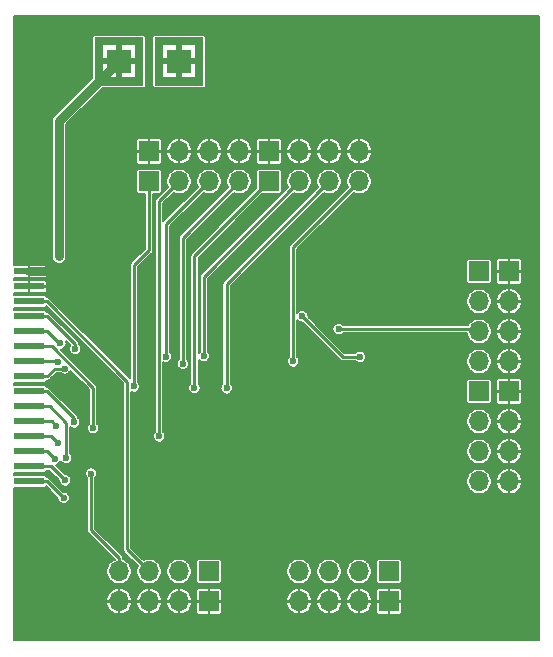
<source format=gbr>
G04 #@! TF.GenerationSoftware,KiCad,Pcbnew,(5.1.5)-3*
G04 #@! TF.CreationDate,2020-01-25T20:30:53+03:00*
G04 #@! TF.ProjectId,Casio PB-1000 Debug Unit,43617369-6f20-4504-922d-313030302044,rev?*
G04 #@! TF.SameCoordinates,Original*
G04 #@! TF.FileFunction,Copper,L1,Top*
G04 #@! TF.FilePolarity,Positive*
%FSLAX46Y46*%
G04 Gerber Fmt 4.6, Leading zero omitted, Abs format (unit mm)*
G04 Created by KiCad (PCBNEW (5.1.5)-3) date 2020-01-25 20:30:53*
%MOMM*%
%LPD*%
G04 APERTURE LIST*
%ADD10O,1.700000X1.700000*%
%ADD11R,1.700000X1.700000*%
%ADD12C,0.100000*%
%ADD13R,2.540000X0.600000*%
%ADD14C,0.600000*%
%ADD15C,0.250000*%
%ADD16C,0.800000*%
%ADD17C,0.150000*%
G04 APERTURE END LIST*
D10*
X167640000Y-129540000D03*
X167640000Y-127000000D03*
X167640000Y-124460000D03*
D11*
X167640000Y-121920000D03*
D10*
X167640000Y-119380000D03*
X167640000Y-116840000D03*
X167640000Y-114300000D03*
D11*
X167640000Y-111760000D03*
D10*
X170180000Y-119380000D03*
X170180000Y-116840000D03*
X170180000Y-114300000D03*
D11*
X170180000Y-111760000D03*
D10*
X152400000Y-139700000D03*
X154940000Y-139700000D03*
X157480000Y-139700000D03*
D11*
X160020000Y-139700000D03*
D10*
X170180000Y-129540000D03*
X170180000Y-127000000D03*
X170180000Y-124460000D03*
D11*
X170180000Y-121920000D03*
D10*
X137160000Y-139700000D03*
X139700000Y-139700000D03*
X142240000Y-139700000D03*
D11*
X144780000Y-139700000D03*
D10*
X157480000Y-101600000D03*
X154940000Y-101600000D03*
X152400000Y-101600000D03*
D11*
X149860000Y-101600000D03*
D10*
X137160000Y-137160000D03*
X139700000Y-137160000D03*
X142240000Y-137160000D03*
D11*
X144780000Y-137160000D03*
D10*
X152400000Y-137160000D03*
X154940000Y-137160000D03*
X157480000Y-137160000D03*
D11*
X160020000Y-137160000D03*
D10*
X147320000Y-101600000D03*
X144780000Y-101600000D03*
X142240000Y-101600000D03*
D11*
X139700000Y-101600000D03*
D10*
X157480000Y-104140000D03*
X154940000Y-104140000D03*
X152400000Y-104140000D03*
D11*
X149860000Y-104140000D03*
D10*
X147320000Y-104140000D03*
X144780000Y-104140000D03*
X142240000Y-104140000D03*
D11*
X139700000Y-104140000D03*
G04 #@! TA.AperFunction,Conductor*
D12*
G36*
X144249755Y-91930961D02*
G01*
X144259134Y-91933806D01*
X144267779Y-91938427D01*
X144275355Y-91944645D01*
X144281573Y-91952221D01*
X144286194Y-91960866D01*
X144289039Y-91970245D01*
X144290000Y-91980000D01*
X144290000Y-95980000D01*
X144289039Y-95989755D01*
X144286194Y-95999134D01*
X144281573Y-96007779D01*
X144275355Y-96015355D01*
X144267779Y-96021573D01*
X144259134Y-96026194D01*
X144249755Y-96029039D01*
X144240000Y-96030000D01*
X140240000Y-96030000D01*
X140230245Y-96029039D01*
X140220866Y-96026194D01*
X140212221Y-96021573D01*
X140204645Y-96015355D01*
X140198427Y-96007779D01*
X140193806Y-95999134D01*
X140190961Y-95989755D01*
X140190000Y-95980000D01*
X140190000Y-94230000D01*
X140890000Y-94230000D01*
X140890000Y-95330000D01*
X141990000Y-95330000D01*
X141990000Y-94980000D01*
X142490000Y-94980000D01*
X142490000Y-95330000D01*
X143590000Y-95330000D01*
X143590000Y-94230000D01*
X143240000Y-94230000D01*
X143240000Y-94980000D01*
X142490000Y-94980000D01*
X141990000Y-94980000D01*
X141240000Y-94980000D01*
X141240000Y-94230000D01*
X140890000Y-94230000D01*
X140190000Y-94230000D01*
X140190000Y-92630000D01*
X140890000Y-92630000D01*
X140890000Y-93730000D01*
X141240000Y-93730000D01*
X141240000Y-92980000D01*
X141990000Y-92980000D01*
X141990000Y-92630000D01*
X142490000Y-92630000D01*
X142490000Y-92980000D01*
X143240000Y-92980000D01*
X143240000Y-93730000D01*
X143590000Y-93730000D01*
X143590000Y-92630000D01*
X142490000Y-92630000D01*
X141990000Y-92630000D01*
X140890000Y-92630000D01*
X140190000Y-92630000D01*
X140190000Y-91980000D01*
X140190961Y-91970245D01*
X140193806Y-91960866D01*
X140198427Y-91952221D01*
X140204645Y-91944645D01*
X140212221Y-91938427D01*
X140220866Y-91933806D01*
X140230245Y-91930961D01*
X140240000Y-91930000D01*
X144240000Y-91930000D01*
X144249755Y-91930961D01*
G37*
G04 #@! TD.AperFunction*
G04 #@! TA.AperFunction,Conductor*
G36*
X139169755Y-91930961D02*
G01*
X139179134Y-91933806D01*
X139187779Y-91938427D01*
X139195355Y-91944645D01*
X139201573Y-91952221D01*
X139206194Y-91960866D01*
X139209039Y-91970245D01*
X139210000Y-91980000D01*
X139210000Y-95980000D01*
X139209039Y-95989755D01*
X139206194Y-95999134D01*
X139201573Y-96007779D01*
X139195355Y-96015355D01*
X139187779Y-96021573D01*
X139179134Y-96026194D01*
X139169755Y-96029039D01*
X139160000Y-96030000D01*
X135160000Y-96030000D01*
X135150245Y-96029039D01*
X135140866Y-96026194D01*
X135132221Y-96021573D01*
X135124645Y-96015355D01*
X135118427Y-96007779D01*
X135113806Y-95999134D01*
X135110961Y-95989755D01*
X135110000Y-95980000D01*
X135110000Y-94230000D01*
X135810000Y-94230000D01*
X135810000Y-95330000D01*
X136910000Y-95330000D01*
X136910000Y-94980000D01*
X137410000Y-94980000D01*
X137410000Y-95330000D01*
X138510000Y-95330000D01*
X138510000Y-94230000D01*
X138160000Y-94230000D01*
X138160000Y-94980000D01*
X137410000Y-94980000D01*
X136910000Y-94980000D01*
X136160000Y-94980000D01*
X136160000Y-94230000D01*
X135810000Y-94230000D01*
X135110000Y-94230000D01*
X135110000Y-92630000D01*
X135810000Y-92630000D01*
X135810000Y-93730000D01*
X136160000Y-93730000D01*
X136160000Y-92980000D01*
X136910000Y-92980000D01*
X136910000Y-92630000D01*
X137410000Y-92630000D01*
X137410000Y-92980000D01*
X138160000Y-92980000D01*
X138160000Y-93730000D01*
X138510000Y-93730000D01*
X138510000Y-92630000D01*
X137410000Y-92630000D01*
X136910000Y-92630000D01*
X135810000Y-92630000D01*
X135110000Y-92630000D01*
X135110000Y-91980000D01*
X135110961Y-91970245D01*
X135113806Y-91960866D01*
X135118427Y-91952221D01*
X135124645Y-91944645D01*
X135132221Y-91938427D01*
X135140866Y-91933806D01*
X135150245Y-91930961D01*
X135160000Y-91930000D01*
X139160000Y-91930000D01*
X139169755Y-91930961D01*
G37*
G04 #@! TD.AperFunction*
D13*
X129540000Y-111760000D03*
X129540000Y-113030000D03*
X129540000Y-114300000D03*
X129540000Y-115570000D03*
X129540000Y-116840000D03*
X129540000Y-118110000D03*
X129540000Y-119380000D03*
X129540000Y-120650000D03*
X129540000Y-121920000D03*
X129540000Y-123190000D03*
X129540000Y-124460000D03*
X129540000Y-125730000D03*
X129540000Y-127000000D03*
X129540000Y-128270000D03*
X129540000Y-129540000D03*
D14*
X142544700Y-119568000D03*
X141148600Y-118967800D03*
X131961160Y-119406100D03*
X140562000Y-125730000D03*
X138417900Y-121502900D03*
X151906400Y-119380000D03*
X146261600Y-121666000D03*
X144318100Y-118937400D03*
X132541200Y-119981100D03*
X143533400Y-121615000D03*
X140589000Y-92329000D03*
X140589000Y-93980000D03*
X140589000Y-95504000D03*
X142240000Y-95631000D03*
X143891000Y-95631000D03*
X143891000Y-93980000D03*
X143891000Y-92329000D03*
X142240000Y-92329000D03*
X134112000Y-105538000D03*
X138049500Y-101600500D03*
X134112000Y-110528000D03*
X146304000Y-139700000D03*
X150876000Y-139700000D03*
X161544000Y-139700000D03*
X165354000Y-139700000D03*
X170180000Y-134874000D03*
X170180000Y-131064000D03*
X170180000Y-110236000D03*
X170180000Y-106553000D03*
X165227000Y-101600000D03*
X159131000Y-101600000D03*
X142240000Y-100076000D03*
X139446000Y-121920000D03*
X135915400Y-121335800D03*
X133985000Y-125145800D03*
X132689600Y-118465600D03*
X128524000Y-142748000D03*
X132334000Y-142748000D03*
X136144000Y-142748000D03*
X139954000Y-142748000D03*
X143764000Y-142748000D03*
X147574000Y-142748000D03*
X151384000Y-142748000D03*
X155194000Y-142748000D03*
X159004000Y-142748000D03*
X162814000Y-142748000D03*
X166116000Y-142748000D03*
X169545000Y-142748000D03*
X172466000Y-142748000D03*
X172466000Y-139700000D03*
X172466000Y-135890000D03*
X172466000Y-132080000D03*
X172466000Y-128270000D03*
X172466000Y-124460000D03*
X172466000Y-120650000D03*
X172466000Y-116840000D03*
X172466000Y-113030000D03*
X172466000Y-109220000D03*
X172466000Y-105410000D03*
X172466000Y-101600000D03*
X172466000Y-97790000D03*
X172466000Y-93980000D03*
X172466000Y-90424000D03*
X168910000Y-90424000D03*
X165100000Y-90424000D03*
X161290000Y-90424000D03*
X157480000Y-90424000D03*
X153670000Y-90424000D03*
X149860000Y-90424000D03*
X146812000Y-90424000D03*
X144272000Y-90424000D03*
X139700000Y-90424000D03*
X135128000Y-90424000D03*
X131572000Y-90424000D03*
X128524000Y-90424000D03*
X128524000Y-93980000D03*
X128524000Y-97790000D03*
X128524000Y-101600000D03*
X128524000Y-105410000D03*
X128524000Y-110871000D03*
X128524000Y-139700000D03*
X128524000Y-136525000D03*
X128524000Y-133223000D03*
X128524000Y-130429000D03*
X131699000Y-127635000D03*
X132672800Y-127552600D03*
X131953000Y-126329800D03*
X134798900Y-128872200D03*
X132461000Y-130937000D03*
X132588000Y-129447500D03*
X157551200Y-119001700D03*
X152674500Y-115570000D03*
X155747400Y-116649900D03*
X133439300Y-118318400D03*
X132195200Y-117858000D03*
X134972000Y-125042000D03*
X133356400Y-124547000D03*
X131826000Y-124841000D03*
X138811000Y-95631000D03*
X137160000Y-95631000D03*
X135509000Y-95631000D03*
X135509000Y-92329000D03*
X137160000Y-92329000D03*
X138811000Y-92329000D03*
X138811000Y-93980000D03*
X135509000Y-93980000D03*
X132080000Y-110490000D03*
D15*
X142544700Y-108915300D02*
X147320000Y-104140000D01*
X142544700Y-119568000D02*
X142544700Y-108915300D01*
X141148600Y-107771400D02*
X144780000Y-104140000D01*
X141148600Y-118967800D02*
X141148600Y-107771400D01*
X129540000Y-119380000D02*
X131935060Y-119380000D01*
X131935060Y-119380000D02*
X131961160Y-119406100D01*
X140562000Y-105818000D02*
X142240000Y-104140000D01*
X140562000Y-125730000D02*
X140562000Y-105818000D01*
X138417900Y-121078636D02*
X138430000Y-121066536D01*
X138417900Y-121502900D02*
X138417900Y-121078636D01*
X138430000Y-121066536D02*
X138430000Y-111252000D01*
X139700000Y-109982000D02*
X139700000Y-104140000D01*
X138430000Y-111252000D02*
X139700000Y-109982000D01*
X151906400Y-109713600D02*
X157480000Y-104140000D01*
X151906400Y-109713600D02*
X151906400Y-119380000D01*
X146261600Y-112818400D02*
X154940000Y-104140000D01*
X146261600Y-112818400D02*
X146261600Y-121666000D01*
X131085300Y-120650000D02*
X131754200Y-119981100D01*
X131754200Y-119981100D02*
X132541200Y-119981100D01*
X129540000Y-120650000D02*
X131085300Y-120650000D01*
X144318100Y-112221900D02*
X152400000Y-104140000D01*
X144318100Y-118937400D02*
X144318100Y-112221900D01*
X143533400Y-110466600D02*
X149860000Y-104140000D01*
X143533400Y-121615000D02*
X143533400Y-110466600D01*
D16*
X132880000Y-111760000D02*
X134112000Y-110528000D01*
X129540000Y-111760000D02*
X132880000Y-111760000D01*
D15*
X131064000Y-127000000D02*
X131699000Y-127635000D01*
X129540000Y-127000000D02*
X131064000Y-127000000D01*
X131085300Y-123190000D02*
X131273000Y-123190000D01*
X131273000Y-123190000D02*
X132672800Y-124589800D01*
X132672800Y-124589800D02*
X132672800Y-127552600D01*
X129540000Y-123190000D02*
X131085300Y-123190000D01*
X131353200Y-125730000D02*
X131953000Y-126329800D01*
X129540000Y-125730000D02*
X131353200Y-125730000D01*
X137160000Y-137160000D02*
X137160000Y-136034700D01*
X134798900Y-128872200D02*
X134798900Y-133673600D01*
X134798900Y-133673600D02*
X137160000Y-136034700D01*
X138850001Y-136310001D02*
X139700000Y-137160000D01*
X137842899Y-135302899D02*
X138850001Y-136310001D01*
X137842899Y-121082899D02*
X137842899Y-135302899D01*
X131060000Y-114300000D02*
X137842899Y-121082899D01*
X129540000Y-114300000D02*
X131060000Y-114300000D01*
X131064000Y-129540000D02*
X129540000Y-129540000D01*
X132461000Y-130937000D02*
X131064000Y-129540000D01*
X131410500Y-128270000D02*
X132588000Y-129447500D01*
X129540000Y-128270000D02*
X131410500Y-128270000D01*
X152974499Y-115869999D02*
X152974499Y-115890499D01*
X152674500Y-115570000D02*
X152974499Y-115869999D01*
X156085700Y-119001700D02*
X157551200Y-119001700D01*
X152974499Y-115890499D02*
X156085700Y-119001700D01*
X167449900Y-116649900D02*
X167640000Y-116840000D01*
X155747400Y-116649900D02*
X167449900Y-116649900D01*
X131085300Y-115570000D02*
X133439300Y-117924000D01*
X133439300Y-117924000D02*
X133439300Y-118318400D01*
X129540000Y-115570000D02*
X131085300Y-115570000D01*
X131085300Y-116840000D02*
X132103300Y-117858000D01*
X132103300Y-117858000D02*
X132195200Y-117858000D01*
X129540000Y-116840000D02*
X131085300Y-116840000D01*
X134972000Y-125042000D02*
X134972000Y-121596200D01*
X134972000Y-121596200D02*
X131485800Y-118110000D01*
X131485800Y-118110000D02*
X131085300Y-118110000D01*
X129540000Y-118110000D02*
X131085300Y-118110000D01*
X131085300Y-121920000D02*
X133356400Y-124191100D01*
X133356400Y-124191100D02*
X133356400Y-124547000D01*
X129540000Y-121920000D02*
X131085300Y-121920000D01*
X131445000Y-124460000D02*
X131826000Y-124841000D01*
X129540000Y-124460000D02*
X131445000Y-124460000D01*
D16*
X132080000Y-99060000D02*
X137160000Y-93980000D01*
X132080000Y-110490000D02*
X132080000Y-99060000D01*
D17*
G36*
X172724001Y-143006000D02*
G01*
X128266000Y-143006000D01*
X128266000Y-139900638D01*
X136053035Y-139900638D01*
X136113448Y-140112741D01*
X136214079Y-140308982D01*
X136351061Y-140481821D01*
X136519130Y-140624615D01*
X136711828Y-140731876D01*
X136921749Y-140799483D01*
X136959363Y-140806964D01*
X137135000Y-140755954D01*
X137135000Y-139725000D01*
X137185000Y-139725000D01*
X137185000Y-140755954D01*
X137360637Y-140806964D01*
X137398251Y-140799483D01*
X137608172Y-140731876D01*
X137800870Y-140624615D01*
X137968939Y-140481821D01*
X138105921Y-140308982D01*
X138206552Y-140112741D01*
X138266965Y-139900638D01*
X138593035Y-139900638D01*
X138653448Y-140112741D01*
X138754079Y-140308982D01*
X138891061Y-140481821D01*
X139059130Y-140624615D01*
X139251828Y-140731876D01*
X139461749Y-140799483D01*
X139499363Y-140806964D01*
X139675000Y-140755954D01*
X139675000Y-139725000D01*
X139725000Y-139725000D01*
X139725000Y-140755954D01*
X139900637Y-140806964D01*
X139938251Y-140799483D01*
X140148172Y-140731876D01*
X140340870Y-140624615D01*
X140508939Y-140481821D01*
X140645921Y-140308982D01*
X140746552Y-140112741D01*
X140806965Y-139900638D01*
X141133035Y-139900638D01*
X141193448Y-140112741D01*
X141294079Y-140308982D01*
X141431061Y-140481821D01*
X141599130Y-140624615D01*
X141791828Y-140731876D01*
X142001749Y-140799483D01*
X142039363Y-140806964D01*
X142215000Y-140755954D01*
X142215000Y-139725000D01*
X142265000Y-139725000D01*
X142265000Y-140755954D01*
X142440637Y-140806964D01*
X142478251Y-140799483D01*
X142688172Y-140731876D01*
X142880870Y-140624615D01*
X142968692Y-140550000D01*
X143653669Y-140550000D01*
X143658979Y-140603910D01*
X143674703Y-140655747D01*
X143700239Y-140703521D01*
X143734604Y-140745396D01*
X143776479Y-140779761D01*
X143824253Y-140805297D01*
X143876090Y-140821021D01*
X143930000Y-140826331D01*
X144686250Y-140825000D01*
X144755000Y-140756250D01*
X144755000Y-139725000D01*
X144805000Y-139725000D01*
X144805000Y-140756250D01*
X144873750Y-140825000D01*
X145630000Y-140826331D01*
X145683910Y-140821021D01*
X145735747Y-140805297D01*
X145783521Y-140779761D01*
X145825396Y-140745396D01*
X145859761Y-140703521D01*
X145885297Y-140655747D01*
X145901021Y-140603910D01*
X145906331Y-140550000D01*
X145905189Y-139900638D01*
X151293035Y-139900638D01*
X151353448Y-140112741D01*
X151454079Y-140308982D01*
X151591061Y-140481821D01*
X151759130Y-140624615D01*
X151951828Y-140731876D01*
X152161749Y-140799483D01*
X152199363Y-140806964D01*
X152375000Y-140755954D01*
X152375000Y-139725000D01*
X152425000Y-139725000D01*
X152425000Y-140755954D01*
X152600637Y-140806964D01*
X152638251Y-140799483D01*
X152848172Y-140731876D01*
X153040870Y-140624615D01*
X153208939Y-140481821D01*
X153345921Y-140308982D01*
X153446552Y-140112741D01*
X153506965Y-139900638D01*
X153833035Y-139900638D01*
X153893448Y-140112741D01*
X153994079Y-140308982D01*
X154131061Y-140481821D01*
X154299130Y-140624615D01*
X154491828Y-140731876D01*
X154701749Y-140799483D01*
X154739363Y-140806964D01*
X154915000Y-140755954D01*
X154915000Y-139725000D01*
X154965000Y-139725000D01*
X154965000Y-140755954D01*
X155140637Y-140806964D01*
X155178251Y-140799483D01*
X155388172Y-140731876D01*
X155580870Y-140624615D01*
X155748939Y-140481821D01*
X155885921Y-140308982D01*
X155986552Y-140112741D01*
X156046965Y-139900638D01*
X156373035Y-139900638D01*
X156433448Y-140112741D01*
X156534079Y-140308982D01*
X156671061Y-140481821D01*
X156839130Y-140624615D01*
X157031828Y-140731876D01*
X157241749Y-140799483D01*
X157279363Y-140806964D01*
X157455000Y-140755954D01*
X157455000Y-139725000D01*
X157505000Y-139725000D01*
X157505000Y-140755954D01*
X157680637Y-140806964D01*
X157718251Y-140799483D01*
X157928172Y-140731876D01*
X158120870Y-140624615D01*
X158208692Y-140550000D01*
X158893669Y-140550000D01*
X158898979Y-140603910D01*
X158914703Y-140655747D01*
X158940239Y-140703521D01*
X158974604Y-140745396D01*
X159016479Y-140779761D01*
X159064253Y-140805297D01*
X159116090Y-140821021D01*
X159170000Y-140826331D01*
X159926250Y-140825000D01*
X159995000Y-140756250D01*
X159995000Y-139725000D01*
X160045000Y-139725000D01*
X160045000Y-140756250D01*
X160113750Y-140825000D01*
X160870000Y-140826331D01*
X160923910Y-140821021D01*
X160975747Y-140805297D01*
X161023521Y-140779761D01*
X161065396Y-140745396D01*
X161099761Y-140703521D01*
X161125297Y-140655747D01*
X161141021Y-140603910D01*
X161146331Y-140550000D01*
X161145000Y-139793750D01*
X161076250Y-139725000D01*
X160045000Y-139725000D01*
X159995000Y-139725000D01*
X158963750Y-139725000D01*
X158895000Y-139793750D01*
X158893669Y-140550000D01*
X158208692Y-140550000D01*
X158288939Y-140481821D01*
X158425921Y-140308982D01*
X158526552Y-140112741D01*
X158586965Y-139900638D01*
X158535973Y-139725000D01*
X157505000Y-139725000D01*
X157455000Y-139725000D01*
X156424027Y-139725000D01*
X156373035Y-139900638D01*
X156046965Y-139900638D01*
X155995973Y-139725000D01*
X154965000Y-139725000D01*
X154915000Y-139725000D01*
X153884027Y-139725000D01*
X153833035Y-139900638D01*
X153506965Y-139900638D01*
X153455973Y-139725000D01*
X152425000Y-139725000D01*
X152375000Y-139725000D01*
X151344027Y-139725000D01*
X151293035Y-139900638D01*
X145905189Y-139900638D01*
X145905000Y-139793750D01*
X145836250Y-139725000D01*
X144805000Y-139725000D01*
X144755000Y-139725000D01*
X143723750Y-139725000D01*
X143655000Y-139793750D01*
X143653669Y-140550000D01*
X142968692Y-140550000D01*
X143048939Y-140481821D01*
X143185921Y-140308982D01*
X143286552Y-140112741D01*
X143346965Y-139900638D01*
X143295973Y-139725000D01*
X142265000Y-139725000D01*
X142215000Y-139725000D01*
X141184027Y-139725000D01*
X141133035Y-139900638D01*
X140806965Y-139900638D01*
X140755973Y-139725000D01*
X139725000Y-139725000D01*
X139675000Y-139725000D01*
X138644027Y-139725000D01*
X138593035Y-139900638D01*
X138266965Y-139900638D01*
X138215973Y-139725000D01*
X137185000Y-139725000D01*
X137135000Y-139725000D01*
X136104027Y-139725000D01*
X136053035Y-139900638D01*
X128266000Y-139900638D01*
X128266000Y-139499362D01*
X136053035Y-139499362D01*
X136104027Y-139675000D01*
X137135000Y-139675000D01*
X137135000Y-138644046D01*
X137185000Y-138644046D01*
X137185000Y-139675000D01*
X138215973Y-139675000D01*
X138266965Y-139499362D01*
X138593035Y-139499362D01*
X138644027Y-139675000D01*
X139675000Y-139675000D01*
X139675000Y-138644046D01*
X139725000Y-138644046D01*
X139725000Y-139675000D01*
X140755973Y-139675000D01*
X140806965Y-139499362D01*
X141133035Y-139499362D01*
X141184027Y-139675000D01*
X142215000Y-139675000D01*
X142215000Y-138644046D01*
X142265000Y-138644046D01*
X142265000Y-139675000D01*
X143295973Y-139675000D01*
X143346965Y-139499362D01*
X143286552Y-139287259D01*
X143185921Y-139091018D01*
X143048939Y-138918179D01*
X142968693Y-138850000D01*
X143653669Y-138850000D01*
X143655000Y-139606250D01*
X143723750Y-139675000D01*
X144755000Y-139675000D01*
X144755000Y-138643750D01*
X144805000Y-138643750D01*
X144805000Y-139675000D01*
X145836250Y-139675000D01*
X145905000Y-139606250D01*
X145905188Y-139499362D01*
X151293035Y-139499362D01*
X151344027Y-139675000D01*
X152375000Y-139675000D01*
X152375000Y-138644046D01*
X152425000Y-138644046D01*
X152425000Y-139675000D01*
X153455973Y-139675000D01*
X153506965Y-139499362D01*
X153833035Y-139499362D01*
X153884027Y-139675000D01*
X154915000Y-139675000D01*
X154915000Y-138644046D01*
X154965000Y-138644046D01*
X154965000Y-139675000D01*
X155995973Y-139675000D01*
X156046965Y-139499362D01*
X156373035Y-139499362D01*
X156424027Y-139675000D01*
X157455000Y-139675000D01*
X157455000Y-138644046D01*
X157505000Y-138644046D01*
X157505000Y-139675000D01*
X158535973Y-139675000D01*
X158586965Y-139499362D01*
X158526552Y-139287259D01*
X158425921Y-139091018D01*
X158288939Y-138918179D01*
X158208693Y-138850000D01*
X158893669Y-138850000D01*
X158895000Y-139606250D01*
X158963750Y-139675000D01*
X159995000Y-139675000D01*
X159995000Y-138643750D01*
X160045000Y-138643750D01*
X160045000Y-139675000D01*
X161076250Y-139675000D01*
X161145000Y-139606250D01*
X161146331Y-138850000D01*
X161141021Y-138796090D01*
X161125297Y-138744253D01*
X161099761Y-138696479D01*
X161065396Y-138654604D01*
X161023521Y-138620239D01*
X160975747Y-138594703D01*
X160923910Y-138578979D01*
X160870000Y-138573669D01*
X160113750Y-138575000D01*
X160045000Y-138643750D01*
X159995000Y-138643750D01*
X159926250Y-138575000D01*
X159170000Y-138573669D01*
X159116090Y-138578979D01*
X159064253Y-138594703D01*
X159016479Y-138620239D01*
X158974604Y-138654604D01*
X158940239Y-138696479D01*
X158914703Y-138744253D01*
X158898979Y-138796090D01*
X158893669Y-138850000D01*
X158208693Y-138850000D01*
X158120870Y-138775385D01*
X157928172Y-138668124D01*
X157718251Y-138600517D01*
X157680637Y-138593036D01*
X157505000Y-138644046D01*
X157455000Y-138644046D01*
X157279363Y-138593036D01*
X157241749Y-138600517D01*
X157031828Y-138668124D01*
X156839130Y-138775385D01*
X156671061Y-138918179D01*
X156534079Y-139091018D01*
X156433448Y-139287259D01*
X156373035Y-139499362D01*
X156046965Y-139499362D01*
X155986552Y-139287259D01*
X155885921Y-139091018D01*
X155748939Y-138918179D01*
X155580870Y-138775385D01*
X155388172Y-138668124D01*
X155178251Y-138600517D01*
X155140637Y-138593036D01*
X154965000Y-138644046D01*
X154915000Y-138644046D01*
X154739363Y-138593036D01*
X154701749Y-138600517D01*
X154491828Y-138668124D01*
X154299130Y-138775385D01*
X154131061Y-138918179D01*
X153994079Y-139091018D01*
X153893448Y-139287259D01*
X153833035Y-139499362D01*
X153506965Y-139499362D01*
X153446552Y-139287259D01*
X153345921Y-139091018D01*
X153208939Y-138918179D01*
X153040870Y-138775385D01*
X152848172Y-138668124D01*
X152638251Y-138600517D01*
X152600637Y-138593036D01*
X152425000Y-138644046D01*
X152375000Y-138644046D01*
X152199363Y-138593036D01*
X152161749Y-138600517D01*
X151951828Y-138668124D01*
X151759130Y-138775385D01*
X151591061Y-138918179D01*
X151454079Y-139091018D01*
X151353448Y-139287259D01*
X151293035Y-139499362D01*
X145905188Y-139499362D01*
X145906331Y-138850000D01*
X145901021Y-138796090D01*
X145885297Y-138744253D01*
X145859761Y-138696479D01*
X145825396Y-138654604D01*
X145783521Y-138620239D01*
X145735747Y-138594703D01*
X145683910Y-138578979D01*
X145630000Y-138573669D01*
X144873750Y-138575000D01*
X144805000Y-138643750D01*
X144755000Y-138643750D01*
X144686250Y-138575000D01*
X143930000Y-138573669D01*
X143876090Y-138578979D01*
X143824253Y-138594703D01*
X143776479Y-138620239D01*
X143734604Y-138654604D01*
X143700239Y-138696479D01*
X143674703Y-138744253D01*
X143658979Y-138796090D01*
X143653669Y-138850000D01*
X142968693Y-138850000D01*
X142880870Y-138775385D01*
X142688172Y-138668124D01*
X142478251Y-138600517D01*
X142440637Y-138593036D01*
X142265000Y-138644046D01*
X142215000Y-138644046D01*
X142039363Y-138593036D01*
X142001749Y-138600517D01*
X141791828Y-138668124D01*
X141599130Y-138775385D01*
X141431061Y-138918179D01*
X141294079Y-139091018D01*
X141193448Y-139287259D01*
X141133035Y-139499362D01*
X140806965Y-139499362D01*
X140746552Y-139287259D01*
X140645921Y-139091018D01*
X140508939Y-138918179D01*
X140340870Y-138775385D01*
X140148172Y-138668124D01*
X139938251Y-138600517D01*
X139900637Y-138593036D01*
X139725000Y-138644046D01*
X139675000Y-138644046D01*
X139499363Y-138593036D01*
X139461749Y-138600517D01*
X139251828Y-138668124D01*
X139059130Y-138775385D01*
X138891061Y-138918179D01*
X138754079Y-139091018D01*
X138653448Y-139287259D01*
X138593035Y-139499362D01*
X138266965Y-139499362D01*
X138206552Y-139287259D01*
X138105921Y-139091018D01*
X137968939Y-138918179D01*
X137800870Y-138775385D01*
X137608172Y-138668124D01*
X137398251Y-138600517D01*
X137360637Y-138593036D01*
X137185000Y-138644046D01*
X137135000Y-138644046D01*
X136959363Y-138593036D01*
X136921749Y-138600517D01*
X136711828Y-138668124D01*
X136519130Y-138775385D01*
X136351061Y-138918179D01*
X136214079Y-139091018D01*
X136113448Y-139287259D01*
X136053035Y-139499362D01*
X128266000Y-139499362D01*
X128266000Y-130065694D01*
X128270000Y-130066088D01*
X130810000Y-130066088D01*
X130854108Y-130061744D01*
X130896520Y-130048878D01*
X130935608Y-130027985D01*
X130969868Y-129999868D01*
X130996475Y-129967448D01*
X131936000Y-130906975D01*
X131936000Y-130988708D01*
X131956176Y-131090137D01*
X131995751Y-131185681D01*
X132053206Y-131271668D01*
X132126332Y-131344794D01*
X132212319Y-131402249D01*
X132307863Y-131441824D01*
X132409292Y-131462000D01*
X132512708Y-131462000D01*
X132614137Y-131441824D01*
X132709681Y-131402249D01*
X132795668Y-131344794D01*
X132868794Y-131271668D01*
X132926249Y-131185681D01*
X132965824Y-131090137D01*
X132986000Y-130988708D01*
X132986000Y-130885292D01*
X132965824Y-130783863D01*
X132926249Y-130688319D01*
X132868794Y-130602332D01*
X132795668Y-130529206D01*
X132709681Y-130471751D01*
X132614137Y-130432176D01*
X132512708Y-130412000D01*
X132430975Y-130412000D01*
X131323653Y-129304680D01*
X131312685Y-129291315D01*
X131259390Y-129247578D01*
X131198587Y-129215078D01*
X131132612Y-129195065D01*
X131081189Y-129190000D01*
X131081188Y-129190000D01*
X131064000Y-129188307D01*
X131046812Y-129190000D01*
X131029957Y-129190000D01*
X131018878Y-129153480D01*
X130997985Y-129114392D01*
X130969868Y-129080132D01*
X130935608Y-129052015D01*
X130896520Y-129031122D01*
X130854108Y-129018256D01*
X130810000Y-129013912D01*
X128270000Y-129013912D01*
X128266000Y-129014306D01*
X128266000Y-128795694D01*
X128270000Y-128796088D01*
X130810000Y-128796088D01*
X130854108Y-128791744D01*
X130896520Y-128778878D01*
X130935608Y-128757985D01*
X130969868Y-128729868D01*
X130997985Y-128695608D01*
X131018878Y-128656520D01*
X131029957Y-128620000D01*
X131265527Y-128620000D01*
X132063000Y-129417475D01*
X132063000Y-129499208D01*
X132083176Y-129600637D01*
X132122751Y-129696181D01*
X132180206Y-129782168D01*
X132253332Y-129855294D01*
X132339319Y-129912749D01*
X132434863Y-129952324D01*
X132536292Y-129972500D01*
X132639708Y-129972500D01*
X132741137Y-129952324D01*
X132836681Y-129912749D01*
X132922668Y-129855294D01*
X132995794Y-129782168D01*
X133053249Y-129696181D01*
X133092824Y-129600637D01*
X133113000Y-129499208D01*
X133113000Y-129395792D01*
X133092824Y-129294363D01*
X133053249Y-129198819D01*
X132995794Y-129112832D01*
X132922668Y-129039706D01*
X132836681Y-128982251D01*
X132741137Y-128942676D01*
X132639708Y-128922500D01*
X132557975Y-128922500D01*
X132455967Y-128820492D01*
X134273900Y-128820492D01*
X134273900Y-128923908D01*
X134294076Y-129025337D01*
X134333651Y-129120881D01*
X134391106Y-129206868D01*
X134448900Y-129264662D01*
X134448901Y-133656402D01*
X134447207Y-133673600D01*
X134453965Y-133742211D01*
X134473979Y-133808187D01*
X134506479Y-133868990D01*
X134550216Y-133922285D01*
X134563576Y-133933249D01*
X136782938Y-136152613D01*
X136650797Y-136207348D01*
X136474728Y-136324993D01*
X136324993Y-136474728D01*
X136207348Y-136650797D01*
X136126312Y-136846434D01*
X136085000Y-137054122D01*
X136085000Y-137265878D01*
X136126312Y-137473566D01*
X136207348Y-137669203D01*
X136324993Y-137845272D01*
X136474728Y-137995007D01*
X136650797Y-138112652D01*
X136846434Y-138193688D01*
X137054122Y-138235000D01*
X137265878Y-138235000D01*
X137473566Y-138193688D01*
X137669203Y-138112652D01*
X137845272Y-137995007D01*
X137995007Y-137845272D01*
X138112652Y-137669203D01*
X138193688Y-137473566D01*
X138235000Y-137265878D01*
X138235000Y-137054122D01*
X138193688Y-136846434D01*
X138112652Y-136650797D01*
X137995007Y-136474728D01*
X137845272Y-136324993D01*
X137669203Y-136207348D01*
X137510000Y-136141404D01*
X137510000Y-136051889D01*
X137511693Y-136034700D01*
X137504935Y-135966088D01*
X137484922Y-135900113D01*
X137452422Y-135839310D01*
X137419642Y-135799367D01*
X137408685Y-135786015D01*
X137395330Y-135775055D01*
X135148900Y-133528627D01*
X135148900Y-129264662D01*
X135206694Y-129206868D01*
X135264149Y-129120881D01*
X135303724Y-129025337D01*
X135323900Y-128923908D01*
X135323900Y-128820492D01*
X135303724Y-128719063D01*
X135264149Y-128623519D01*
X135206694Y-128537532D01*
X135133568Y-128464406D01*
X135047581Y-128406951D01*
X134952037Y-128367376D01*
X134850608Y-128347200D01*
X134747192Y-128347200D01*
X134645763Y-128367376D01*
X134550219Y-128406951D01*
X134464232Y-128464406D01*
X134391106Y-128537532D01*
X134333651Y-128623519D01*
X134294076Y-128719063D01*
X134273900Y-128820492D01*
X132455967Y-128820492D01*
X131788046Y-128152573D01*
X131852137Y-128139824D01*
X131947681Y-128100249D01*
X132033668Y-128042794D01*
X132106794Y-127969668D01*
X132164249Y-127883681D01*
X132202965Y-127790210D01*
X132207551Y-127801281D01*
X132265006Y-127887268D01*
X132338132Y-127960394D01*
X132424119Y-128017849D01*
X132519663Y-128057424D01*
X132621092Y-128077600D01*
X132724508Y-128077600D01*
X132825937Y-128057424D01*
X132921481Y-128017849D01*
X133007468Y-127960394D01*
X133080594Y-127887268D01*
X133138049Y-127801281D01*
X133177624Y-127705737D01*
X133197800Y-127604308D01*
X133197800Y-127500892D01*
X133177624Y-127399463D01*
X133138049Y-127303919D01*
X133080594Y-127217932D01*
X133022800Y-127160138D01*
X133022800Y-124955508D01*
X133107719Y-125012249D01*
X133203263Y-125051824D01*
X133304692Y-125072000D01*
X133408108Y-125072000D01*
X133509537Y-125051824D01*
X133605081Y-125012249D01*
X133691068Y-124954794D01*
X133764194Y-124881668D01*
X133821649Y-124795681D01*
X133861224Y-124700137D01*
X133881400Y-124598708D01*
X133881400Y-124495292D01*
X133861224Y-124393863D01*
X133821649Y-124298319D01*
X133764194Y-124212332D01*
X133704283Y-124152421D01*
X133701335Y-124122488D01*
X133681322Y-124056513D01*
X133648822Y-123995710D01*
X133605084Y-123942415D01*
X133591735Y-123931460D01*
X131344953Y-121684680D01*
X131333985Y-121671315D01*
X131280690Y-121627578D01*
X131219887Y-121595078D01*
X131153912Y-121575065D01*
X131102489Y-121570000D01*
X131102488Y-121570000D01*
X131085300Y-121568307D01*
X131068112Y-121570000D01*
X131029957Y-121570000D01*
X131018878Y-121533480D01*
X130997985Y-121494392D01*
X130969868Y-121460132D01*
X130935608Y-121432015D01*
X130896520Y-121411122D01*
X130854108Y-121398256D01*
X130810000Y-121393912D01*
X128270000Y-121393912D01*
X128266000Y-121394306D01*
X128266000Y-121175694D01*
X128270000Y-121176088D01*
X130810000Y-121176088D01*
X130854108Y-121171744D01*
X130896520Y-121158878D01*
X130935608Y-121137985D01*
X130969868Y-121109868D01*
X130997985Y-121075608D01*
X131018878Y-121036520D01*
X131029957Y-121000000D01*
X131068112Y-121000000D01*
X131085300Y-121001693D01*
X131102488Y-121000000D01*
X131102489Y-121000000D01*
X131153912Y-120994935D01*
X131219887Y-120974922D01*
X131280690Y-120942422D01*
X131333985Y-120898685D01*
X131344953Y-120885320D01*
X131899175Y-120331100D01*
X132148738Y-120331100D01*
X132206532Y-120388894D01*
X132292519Y-120446349D01*
X132388063Y-120485924D01*
X132489492Y-120506100D01*
X132592908Y-120506100D01*
X132694337Y-120485924D01*
X132789881Y-120446349D01*
X132875868Y-120388894D01*
X132948994Y-120315768D01*
X133006449Y-120229781D01*
X133036956Y-120156130D01*
X134622001Y-121741176D01*
X134622000Y-124649538D01*
X134564206Y-124707332D01*
X134506751Y-124793319D01*
X134467176Y-124888863D01*
X134447000Y-124990292D01*
X134447000Y-125093708D01*
X134467176Y-125195137D01*
X134506751Y-125290681D01*
X134564206Y-125376668D01*
X134637332Y-125449794D01*
X134723319Y-125507249D01*
X134818863Y-125546824D01*
X134920292Y-125567000D01*
X135023708Y-125567000D01*
X135125137Y-125546824D01*
X135220681Y-125507249D01*
X135306668Y-125449794D01*
X135379794Y-125376668D01*
X135437249Y-125290681D01*
X135476824Y-125195137D01*
X135497000Y-125093708D01*
X135497000Y-124990292D01*
X135476824Y-124888863D01*
X135437249Y-124793319D01*
X135379794Y-124707332D01*
X135322000Y-124649538D01*
X135322000Y-121613385D01*
X135323693Y-121596199D01*
X135321112Y-121570000D01*
X135316935Y-121527588D01*
X135296922Y-121461613D01*
X135264422Y-121400810D01*
X135220685Y-121347515D01*
X135207331Y-121336556D01*
X132252634Y-118381861D01*
X132348337Y-118362824D01*
X132443881Y-118323249D01*
X132529868Y-118265794D01*
X132602994Y-118192668D01*
X132660449Y-118106681D01*
X132700024Y-118011137D01*
X132720200Y-117909708D01*
X132720200Y-117806292D01*
X132700024Y-117704863D01*
X132682231Y-117661905D01*
X133020511Y-118000186D01*
X132974051Y-118069719D01*
X132934476Y-118165263D01*
X132914300Y-118266692D01*
X132914300Y-118370108D01*
X132934476Y-118471537D01*
X132974051Y-118567081D01*
X133031506Y-118653068D01*
X133104632Y-118726194D01*
X133190619Y-118783649D01*
X133286163Y-118823224D01*
X133387592Y-118843400D01*
X133491008Y-118843400D01*
X133592437Y-118823224D01*
X133687981Y-118783649D01*
X133773968Y-118726194D01*
X133847094Y-118653068D01*
X133904549Y-118567081D01*
X133944124Y-118471537D01*
X133964300Y-118370108D01*
X133964300Y-118266692D01*
X133944124Y-118165263D01*
X133904549Y-118069719D01*
X133847094Y-117983732D01*
X133790667Y-117927305D01*
X133790993Y-117924000D01*
X133784235Y-117855388D01*
X133764222Y-117789413D01*
X133731722Y-117728610D01*
X133698942Y-117688667D01*
X133698940Y-117688665D01*
X133687984Y-117675315D01*
X133674635Y-117664360D01*
X131344953Y-115334680D01*
X131333985Y-115321315D01*
X131280690Y-115277578D01*
X131219887Y-115245078D01*
X131153912Y-115225065D01*
X131102489Y-115220000D01*
X131102488Y-115220000D01*
X131085300Y-115218307D01*
X131068112Y-115220000D01*
X131029957Y-115220000D01*
X131018878Y-115183480D01*
X130997985Y-115144392D01*
X130969868Y-115110132D01*
X130935608Y-115082015D01*
X130896520Y-115061122D01*
X130854108Y-115048256D01*
X130810000Y-115043912D01*
X128270000Y-115043912D01*
X128266000Y-115044306D01*
X128266000Y-114825694D01*
X128270000Y-114826088D01*
X130810000Y-114826088D01*
X130854108Y-114821744D01*
X130896520Y-114808878D01*
X130935608Y-114787985D01*
X130969868Y-114759868D01*
X130994672Y-114729645D01*
X137492899Y-121227874D01*
X137492900Y-135285701D01*
X137491206Y-135302899D01*
X137497964Y-135371510D01*
X137517978Y-135437486D01*
X137550478Y-135498289D01*
X137594215Y-135551584D01*
X137607575Y-135562548D01*
X138614667Y-136569642D01*
X138614678Y-136569651D01*
X138732257Y-136687230D01*
X138666312Y-136846434D01*
X138625000Y-137054122D01*
X138625000Y-137265878D01*
X138666312Y-137473566D01*
X138747348Y-137669203D01*
X138864993Y-137845272D01*
X139014728Y-137995007D01*
X139190797Y-138112652D01*
X139386434Y-138193688D01*
X139594122Y-138235000D01*
X139805878Y-138235000D01*
X140013566Y-138193688D01*
X140209203Y-138112652D01*
X140385272Y-137995007D01*
X140535007Y-137845272D01*
X140652652Y-137669203D01*
X140733688Y-137473566D01*
X140775000Y-137265878D01*
X140775000Y-137054122D01*
X141165000Y-137054122D01*
X141165000Y-137265878D01*
X141206312Y-137473566D01*
X141287348Y-137669203D01*
X141404993Y-137845272D01*
X141554728Y-137995007D01*
X141730797Y-138112652D01*
X141926434Y-138193688D01*
X142134122Y-138235000D01*
X142345878Y-138235000D01*
X142553566Y-138193688D01*
X142749203Y-138112652D01*
X142925272Y-137995007D01*
X143075007Y-137845272D01*
X143192652Y-137669203D01*
X143273688Y-137473566D01*
X143315000Y-137265878D01*
X143315000Y-137054122D01*
X143273688Y-136846434D01*
X143192652Y-136650797D01*
X143075007Y-136474728D01*
X142925272Y-136324993D01*
X142902834Y-136310000D01*
X143703912Y-136310000D01*
X143703912Y-138010000D01*
X143708256Y-138054108D01*
X143721122Y-138096520D01*
X143742015Y-138135608D01*
X143770132Y-138169868D01*
X143804392Y-138197985D01*
X143843480Y-138218878D01*
X143885892Y-138231744D01*
X143930000Y-138236088D01*
X145630000Y-138236088D01*
X145674108Y-138231744D01*
X145716520Y-138218878D01*
X145755608Y-138197985D01*
X145789868Y-138169868D01*
X145817985Y-138135608D01*
X145838878Y-138096520D01*
X145851744Y-138054108D01*
X145856088Y-138010000D01*
X145856088Y-137054122D01*
X151325000Y-137054122D01*
X151325000Y-137265878D01*
X151366312Y-137473566D01*
X151447348Y-137669203D01*
X151564993Y-137845272D01*
X151714728Y-137995007D01*
X151890797Y-138112652D01*
X152086434Y-138193688D01*
X152294122Y-138235000D01*
X152505878Y-138235000D01*
X152713566Y-138193688D01*
X152909203Y-138112652D01*
X153085272Y-137995007D01*
X153235007Y-137845272D01*
X153352652Y-137669203D01*
X153433688Y-137473566D01*
X153475000Y-137265878D01*
X153475000Y-137054122D01*
X153865000Y-137054122D01*
X153865000Y-137265878D01*
X153906312Y-137473566D01*
X153987348Y-137669203D01*
X154104993Y-137845272D01*
X154254728Y-137995007D01*
X154430797Y-138112652D01*
X154626434Y-138193688D01*
X154834122Y-138235000D01*
X155045878Y-138235000D01*
X155253566Y-138193688D01*
X155449203Y-138112652D01*
X155625272Y-137995007D01*
X155775007Y-137845272D01*
X155892652Y-137669203D01*
X155973688Y-137473566D01*
X156015000Y-137265878D01*
X156015000Y-137054122D01*
X156405000Y-137054122D01*
X156405000Y-137265878D01*
X156446312Y-137473566D01*
X156527348Y-137669203D01*
X156644993Y-137845272D01*
X156794728Y-137995007D01*
X156970797Y-138112652D01*
X157166434Y-138193688D01*
X157374122Y-138235000D01*
X157585878Y-138235000D01*
X157793566Y-138193688D01*
X157989203Y-138112652D01*
X158165272Y-137995007D01*
X158315007Y-137845272D01*
X158432652Y-137669203D01*
X158513688Y-137473566D01*
X158555000Y-137265878D01*
X158555000Y-137054122D01*
X158513688Y-136846434D01*
X158432652Y-136650797D01*
X158315007Y-136474728D01*
X158165272Y-136324993D01*
X158142834Y-136310000D01*
X158943912Y-136310000D01*
X158943912Y-138010000D01*
X158948256Y-138054108D01*
X158961122Y-138096520D01*
X158982015Y-138135608D01*
X159010132Y-138169868D01*
X159044392Y-138197985D01*
X159083480Y-138218878D01*
X159125892Y-138231744D01*
X159170000Y-138236088D01*
X160870000Y-138236088D01*
X160914108Y-138231744D01*
X160956520Y-138218878D01*
X160995608Y-138197985D01*
X161029868Y-138169868D01*
X161057985Y-138135608D01*
X161078878Y-138096520D01*
X161091744Y-138054108D01*
X161096088Y-138010000D01*
X161096088Y-136310000D01*
X161091744Y-136265892D01*
X161078878Y-136223480D01*
X161057985Y-136184392D01*
X161029868Y-136150132D01*
X160995608Y-136122015D01*
X160956520Y-136101122D01*
X160914108Y-136088256D01*
X160870000Y-136083912D01*
X159170000Y-136083912D01*
X159125892Y-136088256D01*
X159083480Y-136101122D01*
X159044392Y-136122015D01*
X159010132Y-136150132D01*
X158982015Y-136184392D01*
X158961122Y-136223480D01*
X158948256Y-136265892D01*
X158943912Y-136310000D01*
X158142834Y-136310000D01*
X157989203Y-136207348D01*
X157793566Y-136126312D01*
X157585878Y-136085000D01*
X157374122Y-136085000D01*
X157166434Y-136126312D01*
X156970797Y-136207348D01*
X156794728Y-136324993D01*
X156644993Y-136474728D01*
X156527348Y-136650797D01*
X156446312Y-136846434D01*
X156405000Y-137054122D01*
X156015000Y-137054122D01*
X155973688Y-136846434D01*
X155892652Y-136650797D01*
X155775007Y-136474728D01*
X155625272Y-136324993D01*
X155449203Y-136207348D01*
X155253566Y-136126312D01*
X155045878Y-136085000D01*
X154834122Y-136085000D01*
X154626434Y-136126312D01*
X154430797Y-136207348D01*
X154254728Y-136324993D01*
X154104993Y-136474728D01*
X153987348Y-136650797D01*
X153906312Y-136846434D01*
X153865000Y-137054122D01*
X153475000Y-137054122D01*
X153433688Y-136846434D01*
X153352652Y-136650797D01*
X153235007Y-136474728D01*
X153085272Y-136324993D01*
X152909203Y-136207348D01*
X152713566Y-136126312D01*
X152505878Y-136085000D01*
X152294122Y-136085000D01*
X152086434Y-136126312D01*
X151890797Y-136207348D01*
X151714728Y-136324993D01*
X151564993Y-136474728D01*
X151447348Y-136650797D01*
X151366312Y-136846434D01*
X151325000Y-137054122D01*
X145856088Y-137054122D01*
X145856088Y-136310000D01*
X145851744Y-136265892D01*
X145838878Y-136223480D01*
X145817985Y-136184392D01*
X145789868Y-136150132D01*
X145755608Y-136122015D01*
X145716520Y-136101122D01*
X145674108Y-136088256D01*
X145630000Y-136083912D01*
X143930000Y-136083912D01*
X143885892Y-136088256D01*
X143843480Y-136101122D01*
X143804392Y-136122015D01*
X143770132Y-136150132D01*
X143742015Y-136184392D01*
X143721122Y-136223480D01*
X143708256Y-136265892D01*
X143703912Y-136310000D01*
X142902834Y-136310000D01*
X142749203Y-136207348D01*
X142553566Y-136126312D01*
X142345878Y-136085000D01*
X142134122Y-136085000D01*
X141926434Y-136126312D01*
X141730797Y-136207348D01*
X141554728Y-136324993D01*
X141404993Y-136474728D01*
X141287348Y-136650797D01*
X141206312Y-136846434D01*
X141165000Y-137054122D01*
X140775000Y-137054122D01*
X140733688Y-136846434D01*
X140652652Y-136650797D01*
X140535007Y-136474728D01*
X140385272Y-136324993D01*
X140209203Y-136207348D01*
X140013566Y-136126312D01*
X139805878Y-136085000D01*
X139594122Y-136085000D01*
X139386434Y-136126312D01*
X139227230Y-136192257D01*
X139109651Y-136074678D01*
X139109642Y-136074667D01*
X138192899Y-135157926D01*
X138192899Y-129434122D01*
X166565000Y-129434122D01*
X166565000Y-129645878D01*
X166606312Y-129853566D01*
X166687348Y-130049203D01*
X166804993Y-130225272D01*
X166954728Y-130375007D01*
X167130797Y-130492652D01*
X167326434Y-130573688D01*
X167534122Y-130615000D01*
X167745878Y-130615000D01*
X167953566Y-130573688D01*
X168149203Y-130492652D01*
X168325272Y-130375007D01*
X168475007Y-130225272D01*
X168592652Y-130049203D01*
X168673688Y-129853566D01*
X168696151Y-129740637D01*
X169073036Y-129740637D01*
X169080517Y-129778251D01*
X169148124Y-129988172D01*
X169255385Y-130180870D01*
X169398179Y-130348939D01*
X169571018Y-130485921D01*
X169767259Y-130586552D01*
X169979362Y-130646965D01*
X170155000Y-130595973D01*
X170155000Y-129565000D01*
X170205000Y-129565000D01*
X170205000Y-130595973D01*
X170380638Y-130646965D01*
X170592741Y-130586552D01*
X170788982Y-130485921D01*
X170961821Y-130348939D01*
X171104615Y-130180870D01*
X171211876Y-129988172D01*
X171279483Y-129778251D01*
X171286964Y-129740637D01*
X171235954Y-129565000D01*
X170205000Y-129565000D01*
X170155000Y-129565000D01*
X169124046Y-129565000D01*
X169073036Y-129740637D01*
X168696151Y-129740637D01*
X168715000Y-129645878D01*
X168715000Y-129434122D01*
X168696152Y-129339363D01*
X169073036Y-129339363D01*
X169124046Y-129515000D01*
X170155000Y-129515000D01*
X170155000Y-128484027D01*
X170205000Y-128484027D01*
X170205000Y-129515000D01*
X171235954Y-129515000D01*
X171286964Y-129339363D01*
X171279483Y-129301749D01*
X171211876Y-129091828D01*
X171104615Y-128899130D01*
X170961821Y-128731061D01*
X170788982Y-128594079D01*
X170592741Y-128493448D01*
X170380638Y-128433035D01*
X170205000Y-128484027D01*
X170155000Y-128484027D01*
X169979362Y-128433035D01*
X169767259Y-128493448D01*
X169571018Y-128594079D01*
X169398179Y-128731061D01*
X169255385Y-128899130D01*
X169148124Y-129091828D01*
X169080517Y-129301749D01*
X169073036Y-129339363D01*
X168696152Y-129339363D01*
X168673688Y-129226434D01*
X168592652Y-129030797D01*
X168475007Y-128854728D01*
X168325272Y-128704993D01*
X168149203Y-128587348D01*
X167953566Y-128506312D01*
X167745878Y-128465000D01*
X167534122Y-128465000D01*
X167326434Y-128506312D01*
X167130797Y-128587348D01*
X166954728Y-128704993D01*
X166804993Y-128854728D01*
X166687348Y-129030797D01*
X166606312Y-129226434D01*
X166565000Y-129434122D01*
X138192899Y-129434122D01*
X138192899Y-126894122D01*
X166565000Y-126894122D01*
X166565000Y-127105878D01*
X166606312Y-127313566D01*
X166687348Y-127509203D01*
X166804993Y-127685272D01*
X166954728Y-127835007D01*
X167130797Y-127952652D01*
X167326434Y-128033688D01*
X167534122Y-128075000D01*
X167745878Y-128075000D01*
X167953566Y-128033688D01*
X168149203Y-127952652D01*
X168325272Y-127835007D01*
X168475007Y-127685272D01*
X168592652Y-127509203D01*
X168673688Y-127313566D01*
X168696151Y-127200637D01*
X169073036Y-127200637D01*
X169080517Y-127238251D01*
X169148124Y-127448172D01*
X169255385Y-127640870D01*
X169398179Y-127808939D01*
X169571018Y-127945921D01*
X169767259Y-128046552D01*
X169979362Y-128106965D01*
X170155000Y-128055973D01*
X170155000Y-127025000D01*
X170205000Y-127025000D01*
X170205000Y-128055973D01*
X170380638Y-128106965D01*
X170592741Y-128046552D01*
X170788982Y-127945921D01*
X170961821Y-127808939D01*
X171104615Y-127640870D01*
X171211876Y-127448172D01*
X171279483Y-127238251D01*
X171286964Y-127200637D01*
X171235954Y-127025000D01*
X170205000Y-127025000D01*
X170155000Y-127025000D01*
X169124046Y-127025000D01*
X169073036Y-127200637D01*
X168696151Y-127200637D01*
X168715000Y-127105878D01*
X168715000Y-126894122D01*
X168696152Y-126799363D01*
X169073036Y-126799363D01*
X169124046Y-126975000D01*
X170155000Y-126975000D01*
X170155000Y-125944027D01*
X170205000Y-125944027D01*
X170205000Y-126975000D01*
X171235954Y-126975000D01*
X171286964Y-126799363D01*
X171279483Y-126761749D01*
X171211876Y-126551828D01*
X171104615Y-126359130D01*
X170961821Y-126191061D01*
X170788982Y-126054079D01*
X170592741Y-125953448D01*
X170380638Y-125893035D01*
X170205000Y-125944027D01*
X170155000Y-125944027D01*
X169979362Y-125893035D01*
X169767259Y-125953448D01*
X169571018Y-126054079D01*
X169398179Y-126191061D01*
X169255385Y-126359130D01*
X169148124Y-126551828D01*
X169080517Y-126761749D01*
X169073036Y-126799363D01*
X168696152Y-126799363D01*
X168673688Y-126686434D01*
X168592652Y-126490797D01*
X168475007Y-126314728D01*
X168325272Y-126164993D01*
X168149203Y-126047348D01*
X167953566Y-125966312D01*
X167745878Y-125925000D01*
X167534122Y-125925000D01*
X167326434Y-125966312D01*
X167130797Y-126047348D01*
X166954728Y-126164993D01*
X166804993Y-126314728D01*
X166687348Y-126490797D01*
X166606312Y-126686434D01*
X166565000Y-126894122D01*
X138192899Y-126894122D01*
X138192899Y-125678292D01*
X140037000Y-125678292D01*
X140037000Y-125781708D01*
X140057176Y-125883137D01*
X140096751Y-125978681D01*
X140154206Y-126064668D01*
X140227332Y-126137794D01*
X140313319Y-126195249D01*
X140408863Y-126234824D01*
X140510292Y-126255000D01*
X140613708Y-126255000D01*
X140715137Y-126234824D01*
X140810681Y-126195249D01*
X140896668Y-126137794D01*
X140969794Y-126064668D01*
X141027249Y-125978681D01*
X141066824Y-125883137D01*
X141087000Y-125781708D01*
X141087000Y-125678292D01*
X141066824Y-125576863D01*
X141027249Y-125481319D01*
X140969794Y-125395332D01*
X140912000Y-125337538D01*
X140912000Y-124354122D01*
X166565000Y-124354122D01*
X166565000Y-124565878D01*
X166606312Y-124773566D01*
X166687348Y-124969203D01*
X166804993Y-125145272D01*
X166954728Y-125295007D01*
X167130797Y-125412652D01*
X167326434Y-125493688D01*
X167534122Y-125535000D01*
X167745878Y-125535000D01*
X167953566Y-125493688D01*
X168149203Y-125412652D01*
X168325272Y-125295007D01*
X168475007Y-125145272D01*
X168592652Y-124969203D01*
X168673688Y-124773566D01*
X168696151Y-124660637D01*
X169073036Y-124660637D01*
X169080517Y-124698251D01*
X169148124Y-124908172D01*
X169255385Y-125100870D01*
X169398179Y-125268939D01*
X169571018Y-125405921D01*
X169767259Y-125506552D01*
X169979362Y-125566965D01*
X170155000Y-125515973D01*
X170155000Y-124485000D01*
X170205000Y-124485000D01*
X170205000Y-125515973D01*
X170380638Y-125566965D01*
X170592741Y-125506552D01*
X170788982Y-125405921D01*
X170961821Y-125268939D01*
X171104615Y-125100870D01*
X171211876Y-124908172D01*
X171279483Y-124698251D01*
X171286964Y-124660637D01*
X171235954Y-124485000D01*
X170205000Y-124485000D01*
X170155000Y-124485000D01*
X169124046Y-124485000D01*
X169073036Y-124660637D01*
X168696151Y-124660637D01*
X168715000Y-124565878D01*
X168715000Y-124354122D01*
X168696152Y-124259363D01*
X169073036Y-124259363D01*
X169124046Y-124435000D01*
X170155000Y-124435000D01*
X170155000Y-123404027D01*
X170205000Y-123404027D01*
X170205000Y-124435000D01*
X171235954Y-124435000D01*
X171286964Y-124259363D01*
X171279483Y-124221749D01*
X171211876Y-124011828D01*
X171104615Y-123819130D01*
X170961821Y-123651061D01*
X170788982Y-123514079D01*
X170592741Y-123413448D01*
X170380638Y-123353035D01*
X170205000Y-123404027D01*
X170155000Y-123404027D01*
X169979362Y-123353035D01*
X169767259Y-123413448D01*
X169571018Y-123514079D01*
X169398179Y-123651061D01*
X169255385Y-123819130D01*
X169148124Y-124011828D01*
X169080517Y-124221749D01*
X169073036Y-124259363D01*
X168696152Y-124259363D01*
X168673688Y-124146434D01*
X168592652Y-123950797D01*
X168475007Y-123774728D01*
X168325272Y-123624993D01*
X168149203Y-123507348D01*
X167953566Y-123426312D01*
X167745878Y-123385000D01*
X167534122Y-123385000D01*
X167326434Y-123426312D01*
X167130797Y-123507348D01*
X166954728Y-123624993D01*
X166804993Y-123774728D01*
X166687348Y-123950797D01*
X166606312Y-124146434D01*
X166565000Y-124354122D01*
X140912000Y-124354122D01*
X140912000Y-121563292D01*
X143008400Y-121563292D01*
X143008400Y-121666708D01*
X143028576Y-121768137D01*
X143068151Y-121863681D01*
X143125606Y-121949668D01*
X143198732Y-122022794D01*
X143284719Y-122080249D01*
X143380263Y-122119824D01*
X143481692Y-122140000D01*
X143585108Y-122140000D01*
X143686537Y-122119824D01*
X143782081Y-122080249D01*
X143868068Y-122022794D01*
X143941194Y-121949668D01*
X143998649Y-121863681D01*
X144038224Y-121768137D01*
X144058400Y-121666708D01*
X144058400Y-121614292D01*
X145736600Y-121614292D01*
X145736600Y-121717708D01*
X145756776Y-121819137D01*
X145796351Y-121914681D01*
X145853806Y-122000668D01*
X145926932Y-122073794D01*
X146012919Y-122131249D01*
X146108463Y-122170824D01*
X146209892Y-122191000D01*
X146313308Y-122191000D01*
X146414737Y-122170824D01*
X146510281Y-122131249D01*
X146596268Y-122073794D01*
X146669394Y-122000668D01*
X146726849Y-121914681D01*
X146766424Y-121819137D01*
X146786600Y-121717708D01*
X146786600Y-121614292D01*
X146766424Y-121512863D01*
X146726849Y-121417319D01*
X146669394Y-121331332D01*
X146611600Y-121273538D01*
X146611600Y-121070000D01*
X166563912Y-121070000D01*
X166563912Y-122770000D01*
X166568256Y-122814108D01*
X166581122Y-122856520D01*
X166602015Y-122895608D01*
X166630132Y-122929868D01*
X166664392Y-122957985D01*
X166703480Y-122978878D01*
X166745892Y-122991744D01*
X166790000Y-122996088D01*
X168490000Y-122996088D01*
X168534108Y-122991744D01*
X168576520Y-122978878D01*
X168615608Y-122957985D01*
X168649868Y-122929868D01*
X168677985Y-122895608D01*
X168698878Y-122856520D01*
X168711744Y-122814108D01*
X168716088Y-122770000D01*
X169053669Y-122770000D01*
X169058979Y-122823910D01*
X169074703Y-122875747D01*
X169100239Y-122923521D01*
X169134604Y-122965396D01*
X169176479Y-122999761D01*
X169224253Y-123025297D01*
X169276090Y-123041021D01*
X169330000Y-123046331D01*
X170086250Y-123045000D01*
X170155000Y-122976250D01*
X170155000Y-121945000D01*
X170205000Y-121945000D01*
X170205000Y-122976250D01*
X170273750Y-123045000D01*
X171030000Y-123046331D01*
X171083910Y-123041021D01*
X171135747Y-123025297D01*
X171183521Y-122999761D01*
X171225396Y-122965396D01*
X171259761Y-122923521D01*
X171285297Y-122875747D01*
X171301021Y-122823910D01*
X171306331Y-122770000D01*
X171305000Y-122013750D01*
X171236250Y-121945000D01*
X170205000Y-121945000D01*
X170155000Y-121945000D01*
X169123750Y-121945000D01*
X169055000Y-122013750D01*
X169053669Y-122770000D01*
X168716088Y-122770000D01*
X168716088Y-121070000D01*
X169053669Y-121070000D01*
X169055000Y-121826250D01*
X169123750Y-121895000D01*
X170155000Y-121895000D01*
X170155000Y-120863750D01*
X170205000Y-120863750D01*
X170205000Y-121895000D01*
X171236250Y-121895000D01*
X171305000Y-121826250D01*
X171306331Y-121070000D01*
X171301021Y-121016090D01*
X171285297Y-120964253D01*
X171259761Y-120916479D01*
X171225396Y-120874604D01*
X171183521Y-120840239D01*
X171135747Y-120814703D01*
X171083910Y-120798979D01*
X171030000Y-120793669D01*
X170273750Y-120795000D01*
X170205000Y-120863750D01*
X170155000Y-120863750D01*
X170086250Y-120795000D01*
X169330000Y-120793669D01*
X169276090Y-120798979D01*
X169224253Y-120814703D01*
X169176479Y-120840239D01*
X169134604Y-120874604D01*
X169100239Y-120916479D01*
X169074703Y-120964253D01*
X169058979Y-121016090D01*
X169053669Y-121070000D01*
X168716088Y-121070000D01*
X168711744Y-121025892D01*
X168698878Y-120983480D01*
X168677985Y-120944392D01*
X168649868Y-120910132D01*
X168615608Y-120882015D01*
X168576520Y-120861122D01*
X168534108Y-120848256D01*
X168490000Y-120843912D01*
X166790000Y-120843912D01*
X166745892Y-120848256D01*
X166703480Y-120861122D01*
X166664392Y-120882015D01*
X166630132Y-120910132D01*
X166602015Y-120944392D01*
X166581122Y-120983480D01*
X166568256Y-121025892D01*
X166563912Y-121070000D01*
X146611600Y-121070000D01*
X146611600Y-119328292D01*
X151381400Y-119328292D01*
X151381400Y-119431708D01*
X151401576Y-119533137D01*
X151441151Y-119628681D01*
X151498606Y-119714668D01*
X151571732Y-119787794D01*
X151657719Y-119845249D01*
X151753263Y-119884824D01*
X151854692Y-119905000D01*
X151958108Y-119905000D01*
X152059537Y-119884824D01*
X152155081Y-119845249D01*
X152241068Y-119787794D01*
X152314194Y-119714668D01*
X152371649Y-119628681D01*
X152411224Y-119533137D01*
X152431400Y-119431708D01*
X152431400Y-119328292D01*
X152411224Y-119226863D01*
X152371649Y-119131319D01*
X152314194Y-119045332D01*
X152256400Y-118987538D01*
X152256400Y-115889244D01*
X152266706Y-115904668D01*
X152339832Y-115977794D01*
X152425819Y-116035249D01*
X152521363Y-116074824D01*
X152622792Y-116095000D01*
X152689554Y-116095000D01*
X152725815Y-116139184D01*
X152739175Y-116150148D01*
X155826056Y-119237030D01*
X155837015Y-119250385D01*
X155875947Y-119282335D01*
X155890310Y-119294122D01*
X155951113Y-119326622D01*
X156017088Y-119346635D01*
X156085700Y-119353393D01*
X156102889Y-119351700D01*
X157158738Y-119351700D01*
X157216532Y-119409494D01*
X157302519Y-119466949D01*
X157398063Y-119506524D01*
X157499492Y-119526700D01*
X157602908Y-119526700D01*
X157704337Y-119506524D01*
X157799881Y-119466949D01*
X157885868Y-119409494D01*
X157958994Y-119336368D01*
X158000585Y-119274122D01*
X166565000Y-119274122D01*
X166565000Y-119485878D01*
X166606312Y-119693566D01*
X166687348Y-119889203D01*
X166804993Y-120065272D01*
X166954728Y-120215007D01*
X167130797Y-120332652D01*
X167326434Y-120413688D01*
X167534122Y-120455000D01*
X167745878Y-120455000D01*
X167953566Y-120413688D01*
X168149203Y-120332652D01*
X168325272Y-120215007D01*
X168475007Y-120065272D01*
X168592652Y-119889203D01*
X168673688Y-119693566D01*
X168696151Y-119580637D01*
X169073036Y-119580637D01*
X169080517Y-119618251D01*
X169148124Y-119828172D01*
X169255385Y-120020870D01*
X169398179Y-120188939D01*
X169571018Y-120325921D01*
X169767259Y-120426552D01*
X169979362Y-120486965D01*
X170155000Y-120435973D01*
X170155000Y-119405000D01*
X170205000Y-119405000D01*
X170205000Y-120435973D01*
X170380638Y-120486965D01*
X170592741Y-120426552D01*
X170788982Y-120325921D01*
X170961821Y-120188939D01*
X171104615Y-120020870D01*
X171211876Y-119828172D01*
X171279483Y-119618251D01*
X171286964Y-119580637D01*
X171235954Y-119405000D01*
X170205000Y-119405000D01*
X170155000Y-119405000D01*
X169124046Y-119405000D01*
X169073036Y-119580637D01*
X168696151Y-119580637D01*
X168715000Y-119485878D01*
X168715000Y-119274122D01*
X168696152Y-119179363D01*
X169073036Y-119179363D01*
X169124046Y-119355000D01*
X170155000Y-119355000D01*
X170155000Y-118324027D01*
X170205000Y-118324027D01*
X170205000Y-119355000D01*
X171235954Y-119355000D01*
X171286964Y-119179363D01*
X171279483Y-119141749D01*
X171211876Y-118931828D01*
X171104615Y-118739130D01*
X170961821Y-118571061D01*
X170788982Y-118434079D01*
X170592741Y-118333448D01*
X170380638Y-118273035D01*
X170205000Y-118324027D01*
X170155000Y-118324027D01*
X169979362Y-118273035D01*
X169767259Y-118333448D01*
X169571018Y-118434079D01*
X169398179Y-118571061D01*
X169255385Y-118739130D01*
X169148124Y-118931828D01*
X169080517Y-119141749D01*
X169073036Y-119179363D01*
X168696152Y-119179363D01*
X168673688Y-119066434D01*
X168592652Y-118870797D01*
X168475007Y-118694728D01*
X168325272Y-118544993D01*
X168149203Y-118427348D01*
X167953566Y-118346312D01*
X167745878Y-118305000D01*
X167534122Y-118305000D01*
X167326434Y-118346312D01*
X167130797Y-118427348D01*
X166954728Y-118544993D01*
X166804993Y-118694728D01*
X166687348Y-118870797D01*
X166606312Y-119066434D01*
X166565000Y-119274122D01*
X158000585Y-119274122D01*
X158016449Y-119250381D01*
X158056024Y-119154837D01*
X158076200Y-119053408D01*
X158076200Y-118949992D01*
X158056024Y-118848563D01*
X158016449Y-118753019D01*
X157958994Y-118667032D01*
X157885868Y-118593906D01*
X157799881Y-118536451D01*
X157704337Y-118496876D01*
X157602908Y-118476700D01*
X157499492Y-118476700D01*
X157398063Y-118496876D01*
X157302519Y-118536451D01*
X157216532Y-118593906D01*
X157158738Y-118651700D01*
X156230675Y-118651700D01*
X154177166Y-116598192D01*
X155222400Y-116598192D01*
X155222400Y-116701608D01*
X155242576Y-116803037D01*
X155282151Y-116898581D01*
X155339606Y-116984568D01*
X155412732Y-117057694D01*
X155498719Y-117115149D01*
X155594263Y-117154724D01*
X155695692Y-117174900D01*
X155799108Y-117174900D01*
X155900537Y-117154724D01*
X155996081Y-117115149D01*
X156082068Y-117057694D01*
X156139862Y-116999900D01*
X166575746Y-116999900D01*
X166606312Y-117153566D01*
X166687348Y-117349203D01*
X166804993Y-117525272D01*
X166954728Y-117675007D01*
X167130797Y-117792652D01*
X167326434Y-117873688D01*
X167534122Y-117915000D01*
X167745878Y-117915000D01*
X167953566Y-117873688D01*
X168149203Y-117792652D01*
X168325272Y-117675007D01*
X168475007Y-117525272D01*
X168592652Y-117349203D01*
X168673688Y-117153566D01*
X168696151Y-117040637D01*
X169073036Y-117040637D01*
X169080517Y-117078251D01*
X169148124Y-117288172D01*
X169255385Y-117480870D01*
X169398179Y-117648939D01*
X169571018Y-117785921D01*
X169767259Y-117886552D01*
X169979362Y-117946965D01*
X170155000Y-117895973D01*
X170155000Y-116865000D01*
X170205000Y-116865000D01*
X170205000Y-117895973D01*
X170380638Y-117946965D01*
X170592741Y-117886552D01*
X170788982Y-117785921D01*
X170961821Y-117648939D01*
X171104615Y-117480870D01*
X171211876Y-117288172D01*
X171279483Y-117078251D01*
X171286964Y-117040637D01*
X171235954Y-116865000D01*
X170205000Y-116865000D01*
X170155000Y-116865000D01*
X169124046Y-116865000D01*
X169073036Y-117040637D01*
X168696151Y-117040637D01*
X168715000Y-116945878D01*
X168715000Y-116734122D01*
X168696152Y-116639363D01*
X169073036Y-116639363D01*
X169124046Y-116815000D01*
X170155000Y-116815000D01*
X170155000Y-115784027D01*
X170205000Y-115784027D01*
X170205000Y-116815000D01*
X171235954Y-116815000D01*
X171286964Y-116639363D01*
X171279483Y-116601749D01*
X171211876Y-116391828D01*
X171104615Y-116199130D01*
X170961821Y-116031061D01*
X170788982Y-115894079D01*
X170592741Y-115793448D01*
X170380638Y-115733035D01*
X170205000Y-115784027D01*
X170155000Y-115784027D01*
X169979362Y-115733035D01*
X169767259Y-115793448D01*
X169571018Y-115894079D01*
X169398179Y-116031061D01*
X169255385Y-116199130D01*
X169148124Y-116391828D01*
X169080517Y-116601749D01*
X169073036Y-116639363D01*
X168696152Y-116639363D01*
X168673688Y-116526434D01*
X168592652Y-116330797D01*
X168475007Y-116154728D01*
X168325272Y-116004993D01*
X168149203Y-115887348D01*
X167953566Y-115806312D01*
X167745878Y-115765000D01*
X167534122Y-115765000D01*
X167326434Y-115806312D01*
X167130797Y-115887348D01*
X166954728Y-116004993D01*
X166804993Y-116154728D01*
X166707993Y-116299900D01*
X156139862Y-116299900D01*
X156082068Y-116242106D01*
X155996081Y-116184651D01*
X155900537Y-116145076D01*
X155799108Y-116124900D01*
X155695692Y-116124900D01*
X155594263Y-116145076D01*
X155498719Y-116184651D01*
X155412732Y-116242106D01*
X155339606Y-116315232D01*
X155282151Y-116401219D01*
X155242576Y-116496763D01*
X155222400Y-116598192D01*
X154177166Y-116598192D01*
X153282238Y-115703265D01*
X153266921Y-115674609D01*
X153234141Y-115634666D01*
X153234139Y-115634664D01*
X153223183Y-115621314D01*
X153209833Y-115610358D01*
X153199500Y-115600025D01*
X153199500Y-115518292D01*
X153179324Y-115416863D01*
X153139749Y-115321319D01*
X153082294Y-115235332D01*
X153009168Y-115162206D01*
X152923181Y-115104751D01*
X152827637Y-115065176D01*
X152726208Y-115045000D01*
X152622792Y-115045000D01*
X152521363Y-115065176D01*
X152425819Y-115104751D01*
X152339832Y-115162206D01*
X152266706Y-115235332D01*
X152256400Y-115250756D01*
X152256400Y-114194122D01*
X166565000Y-114194122D01*
X166565000Y-114405878D01*
X166606312Y-114613566D01*
X166687348Y-114809203D01*
X166804993Y-114985272D01*
X166954728Y-115135007D01*
X167130797Y-115252652D01*
X167326434Y-115333688D01*
X167534122Y-115375000D01*
X167745878Y-115375000D01*
X167953566Y-115333688D01*
X168149203Y-115252652D01*
X168325272Y-115135007D01*
X168475007Y-114985272D01*
X168592652Y-114809203D01*
X168673688Y-114613566D01*
X168696151Y-114500637D01*
X169073036Y-114500637D01*
X169080517Y-114538251D01*
X169148124Y-114748172D01*
X169255385Y-114940870D01*
X169398179Y-115108939D01*
X169571018Y-115245921D01*
X169767259Y-115346552D01*
X169979362Y-115406965D01*
X170155000Y-115355973D01*
X170155000Y-114325000D01*
X170205000Y-114325000D01*
X170205000Y-115355973D01*
X170380638Y-115406965D01*
X170592741Y-115346552D01*
X170788982Y-115245921D01*
X170961821Y-115108939D01*
X171104615Y-114940870D01*
X171211876Y-114748172D01*
X171279483Y-114538251D01*
X171286964Y-114500637D01*
X171235954Y-114325000D01*
X170205000Y-114325000D01*
X170155000Y-114325000D01*
X169124046Y-114325000D01*
X169073036Y-114500637D01*
X168696151Y-114500637D01*
X168715000Y-114405878D01*
X168715000Y-114194122D01*
X168696152Y-114099363D01*
X169073036Y-114099363D01*
X169124046Y-114275000D01*
X170155000Y-114275000D01*
X170155000Y-113244027D01*
X170205000Y-113244027D01*
X170205000Y-114275000D01*
X171235954Y-114275000D01*
X171286964Y-114099363D01*
X171279483Y-114061749D01*
X171211876Y-113851828D01*
X171104615Y-113659130D01*
X170961821Y-113491061D01*
X170788982Y-113354079D01*
X170592741Y-113253448D01*
X170380638Y-113193035D01*
X170205000Y-113244027D01*
X170155000Y-113244027D01*
X169979362Y-113193035D01*
X169767259Y-113253448D01*
X169571018Y-113354079D01*
X169398179Y-113491061D01*
X169255385Y-113659130D01*
X169148124Y-113851828D01*
X169080517Y-114061749D01*
X169073036Y-114099363D01*
X168696152Y-114099363D01*
X168673688Y-113986434D01*
X168592652Y-113790797D01*
X168475007Y-113614728D01*
X168325272Y-113464993D01*
X168149203Y-113347348D01*
X167953566Y-113266312D01*
X167745878Y-113225000D01*
X167534122Y-113225000D01*
X167326434Y-113266312D01*
X167130797Y-113347348D01*
X166954728Y-113464993D01*
X166804993Y-113614728D01*
X166687348Y-113790797D01*
X166606312Y-113986434D01*
X166565000Y-114194122D01*
X152256400Y-114194122D01*
X152256400Y-110910000D01*
X166563912Y-110910000D01*
X166563912Y-112610000D01*
X166568256Y-112654108D01*
X166581122Y-112696520D01*
X166602015Y-112735608D01*
X166630132Y-112769868D01*
X166664392Y-112797985D01*
X166703480Y-112818878D01*
X166745892Y-112831744D01*
X166790000Y-112836088D01*
X168490000Y-112836088D01*
X168534108Y-112831744D01*
X168576520Y-112818878D01*
X168615608Y-112797985D01*
X168649868Y-112769868D01*
X168677985Y-112735608D01*
X168698878Y-112696520D01*
X168711744Y-112654108D01*
X168716088Y-112610000D01*
X169053669Y-112610000D01*
X169058979Y-112663910D01*
X169074703Y-112715747D01*
X169100239Y-112763521D01*
X169134604Y-112805396D01*
X169176479Y-112839761D01*
X169224253Y-112865297D01*
X169276090Y-112881021D01*
X169330000Y-112886331D01*
X170086250Y-112885000D01*
X170155000Y-112816250D01*
X170155000Y-111785000D01*
X170205000Y-111785000D01*
X170205000Y-112816250D01*
X170273750Y-112885000D01*
X171030000Y-112886331D01*
X171083910Y-112881021D01*
X171135747Y-112865297D01*
X171183521Y-112839761D01*
X171225396Y-112805396D01*
X171259761Y-112763521D01*
X171285297Y-112715747D01*
X171301021Y-112663910D01*
X171306331Y-112610000D01*
X171305000Y-111853750D01*
X171236250Y-111785000D01*
X170205000Y-111785000D01*
X170155000Y-111785000D01*
X169123750Y-111785000D01*
X169055000Y-111853750D01*
X169053669Y-112610000D01*
X168716088Y-112610000D01*
X168716088Y-110910000D01*
X169053669Y-110910000D01*
X169055000Y-111666250D01*
X169123750Y-111735000D01*
X170155000Y-111735000D01*
X170155000Y-110703750D01*
X170205000Y-110703750D01*
X170205000Y-111735000D01*
X171236250Y-111735000D01*
X171305000Y-111666250D01*
X171306331Y-110910000D01*
X171301021Y-110856090D01*
X171285297Y-110804253D01*
X171259761Y-110756479D01*
X171225396Y-110714604D01*
X171183521Y-110680239D01*
X171135747Y-110654703D01*
X171083910Y-110638979D01*
X171030000Y-110633669D01*
X170273750Y-110635000D01*
X170205000Y-110703750D01*
X170155000Y-110703750D01*
X170086250Y-110635000D01*
X169330000Y-110633669D01*
X169276090Y-110638979D01*
X169224253Y-110654703D01*
X169176479Y-110680239D01*
X169134604Y-110714604D01*
X169100239Y-110756479D01*
X169074703Y-110804253D01*
X169058979Y-110856090D01*
X169053669Y-110910000D01*
X168716088Y-110910000D01*
X168711744Y-110865892D01*
X168698878Y-110823480D01*
X168677985Y-110784392D01*
X168649868Y-110750132D01*
X168615608Y-110722015D01*
X168576520Y-110701122D01*
X168534108Y-110688256D01*
X168490000Y-110683912D01*
X166790000Y-110683912D01*
X166745892Y-110688256D01*
X166703480Y-110701122D01*
X166664392Y-110722015D01*
X166630132Y-110750132D01*
X166602015Y-110784392D01*
X166581122Y-110823480D01*
X166568256Y-110865892D01*
X166563912Y-110910000D01*
X152256400Y-110910000D01*
X152256400Y-109858573D01*
X157007231Y-105107744D01*
X157166434Y-105173688D01*
X157374122Y-105215000D01*
X157585878Y-105215000D01*
X157793566Y-105173688D01*
X157989203Y-105092652D01*
X158165272Y-104975007D01*
X158315007Y-104825272D01*
X158432652Y-104649203D01*
X158513688Y-104453566D01*
X158555000Y-104245878D01*
X158555000Y-104034122D01*
X158513688Y-103826434D01*
X158432652Y-103630797D01*
X158315007Y-103454728D01*
X158165272Y-103304993D01*
X157989203Y-103187348D01*
X157793566Y-103106312D01*
X157585878Y-103065000D01*
X157374122Y-103065000D01*
X157166434Y-103106312D01*
X156970797Y-103187348D01*
X156794728Y-103304993D01*
X156644993Y-103454728D01*
X156527348Y-103630797D01*
X156446312Y-103826434D01*
X156405000Y-104034122D01*
X156405000Y-104245878D01*
X156446312Y-104453566D01*
X156512256Y-104612769D01*
X151671076Y-109453951D01*
X151657715Y-109464916D01*
X151613978Y-109518211D01*
X151581478Y-109579014D01*
X151565919Y-109630307D01*
X151561465Y-109644989D01*
X151554707Y-109713600D01*
X151556400Y-109730788D01*
X151556401Y-118987537D01*
X151498606Y-119045332D01*
X151441151Y-119131319D01*
X151401576Y-119226863D01*
X151381400Y-119328292D01*
X146611600Y-119328292D01*
X146611600Y-112963373D01*
X154467231Y-105107743D01*
X154626434Y-105173688D01*
X154834122Y-105215000D01*
X155045878Y-105215000D01*
X155253566Y-105173688D01*
X155449203Y-105092652D01*
X155625272Y-104975007D01*
X155775007Y-104825272D01*
X155892652Y-104649203D01*
X155973688Y-104453566D01*
X156015000Y-104245878D01*
X156015000Y-104034122D01*
X155973688Y-103826434D01*
X155892652Y-103630797D01*
X155775007Y-103454728D01*
X155625272Y-103304993D01*
X155449203Y-103187348D01*
X155253566Y-103106312D01*
X155045878Y-103065000D01*
X154834122Y-103065000D01*
X154626434Y-103106312D01*
X154430797Y-103187348D01*
X154254728Y-103304993D01*
X154104993Y-103454728D01*
X153987348Y-103630797D01*
X153906312Y-103826434D01*
X153865000Y-104034122D01*
X153865000Y-104245878D01*
X153906312Y-104453566D01*
X153972257Y-104612769D01*
X146026276Y-112558751D01*
X146012915Y-112569716D01*
X145969178Y-112623011D01*
X145936678Y-112683814D01*
X145922668Y-112730000D01*
X145916665Y-112749789D01*
X145909907Y-112818400D01*
X145911600Y-112835588D01*
X145911601Y-121273537D01*
X145853806Y-121331332D01*
X145796351Y-121417319D01*
X145756776Y-121512863D01*
X145736600Y-121614292D01*
X144058400Y-121614292D01*
X144058400Y-121563292D01*
X144038224Y-121461863D01*
X143998649Y-121366319D01*
X143941194Y-121280332D01*
X143883400Y-121222538D01*
X143883400Y-119231801D01*
X143910306Y-119272068D01*
X143983432Y-119345194D01*
X144069419Y-119402649D01*
X144164963Y-119442224D01*
X144266392Y-119462400D01*
X144369808Y-119462400D01*
X144471237Y-119442224D01*
X144566781Y-119402649D01*
X144652768Y-119345194D01*
X144725894Y-119272068D01*
X144783349Y-119186081D01*
X144822924Y-119090537D01*
X144843100Y-118989108D01*
X144843100Y-118885692D01*
X144822924Y-118784263D01*
X144783349Y-118688719D01*
X144725894Y-118602732D01*
X144668100Y-118544938D01*
X144668100Y-112366873D01*
X151927231Y-105107744D01*
X152086434Y-105173688D01*
X152294122Y-105215000D01*
X152505878Y-105215000D01*
X152713566Y-105173688D01*
X152909203Y-105092652D01*
X153085272Y-104975007D01*
X153235007Y-104825272D01*
X153352652Y-104649203D01*
X153433688Y-104453566D01*
X153475000Y-104245878D01*
X153475000Y-104034122D01*
X153433688Y-103826434D01*
X153352652Y-103630797D01*
X153235007Y-103454728D01*
X153085272Y-103304993D01*
X152909203Y-103187348D01*
X152713566Y-103106312D01*
X152505878Y-103065000D01*
X152294122Y-103065000D01*
X152086434Y-103106312D01*
X151890797Y-103187348D01*
X151714728Y-103304993D01*
X151564993Y-103454728D01*
X151447348Y-103630797D01*
X151366312Y-103826434D01*
X151325000Y-104034122D01*
X151325000Y-104245878D01*
X151366312Y-104453566D01*
X151432256Y-104612769D01*
X144082776Y-111962251D01*
X144069416Y-111973215D01*
X144025679Y-112026510D01*
X144007778Y-112060000D01*
X143993179Y-112087313D01*
X143973165Y-112153289D01*
X143966407Y-112221900D01*
X143968101Y-112239098D01*
X143968100Y-118544938D01*
X143910306Y-118602732D01*
X143883400Y-118642999D01*
X143883400Y-110611573D01*
X149278887Y-105216088D01*
X150710000Y-105216088D01*
X150754108Y-105211744D01*
X150796520Y-105198878D01*
X150835608Y-105177985D01*
X150869868Y-105149868D01*
X150897985Y-105115608D01*
X150918878Y-105076520D01*
X150931744Y-105034108D01*
X150936088Y-104990000D01*
X150936088Y-103290000D01*
X150931744Y-103245892D01*
X150918878Y-103203480D01*
X150897985Y-103164392D01*
X150869868Y-103130132D01*
X150835608Y-103102015D01*
X150796520Y-103081122D01*
X150754108Y-103068256D01*
X150710000Y-103063912D01*
X149010000Y-103063912D01*
X148965892Y-103068256D01*
X148923480Y-103081122D01*
X148884392Y-103102015D01*
X148850132Y-103130132D01*
X148822015Y-103164392D01*
X148801122Y-103203480D01*
X148788256Y-103245892D01*
X148783912Y-103290000D01*
X148783912Y-104721113D01*
X143298076Y-110206951D01*
X143284716Y-110217915D01*
X143240979Y-110271210D01*
X143211193Y-110326935D01*
X143208479Y-110332013D01*
X143188465Y-110397989D01*
X143181707Y-110466600D01*
X143183401Y-110483798D01*
X143183400Y-121222538D01*
X143125606Y-121280332D01*
X143068151Y-121366319D01*
X143028576Y-121461863D01*
X143008400Y-121563292D01*
X140912000Y-121563292D01*
X140912000Y-119516292D01*
X142019700Y-119516292D01*
X142019700Y-119619708D01*
X142039876Y-119721137D01*
X142079451Y-119816681D01*
X142136906Y-119902668D01*
X142210032Y-119975794D01*
X142296019Y-120033249D01*
X142391563Y-120072824D01*
X142492992Y-120093000D01*
X142596408Y-120093000D01*
X142697837Y-120072824D01*
X142793381Y-120033249D01*
X142879368Y-119975794D01*
X142952494Y-119902668D01*
X143009949Y-119816681D01*
X143049524Y-119721137D01*
X143069700Y-119619708D01*
X143069700Y-119516292D01*
X143049524Y-119414863D01*
X143009949Y-119319319D01*
X142952494Y-119233332D01*
X142894700Y-119175538D01*
X142894700Y-109060273D01*
X146847231Y-105107743D01*
X147006434Y-105173688D01*
X147214122Y-105215000D01*
X147425878Y-105215000D01*
X147633566Y-105173688D01*
X147829203Y-105092652D01*
X148005272Y-104975007D01*
X148155007Y-104825272D01*
X148272652Y-104649203D01*
X148353688Y-104453566D01*
X148395000Y-104245878D01*
X148395000Y-104034122D01*
X148353688Y-103826434D01*
X148272652Y-103630797D01*
X148155007Y-103454728D01*
X148005272Y-103304993D01*
X147829203Y-103187348D01*
X147633566Y-103106312D01*
X147425878Y-103065000D01*
X147214122Y-103065000D01*
X147006434Y-103106312D01*
X146810797Y-103187348D01*
X146634728Y-103304993D01*
X146484993Y-103454728D01*
X146367348Y-103630797D01*
X146286312Y-103826434D01*
X146245000Y-104034122D01*
X146245000Y-104245878D01*
X146286312Y-104453566D01*
X146352257Y-104612769D01*
X142309376Y-108655651D01*
X142296016Y-108666615D01*
X142252279Y-108719910D01*
X142219779Y-108780713D01*
X142199765Y-108846689D01*
X142193007Y-108915300D01*
X142194701Y-108932498D01*
X142194700Y-119175538D01*
X142136906Y-119233332D01*
X142079451Y-119319319D01*
X142039876Y-119414863D01*
X142019700Y-119516292D01*
X140912000Y-119516292D01*
X140912000Y-119438053D01*
X140995463Y-119472624D01*
X141096892Y-119492800D01*
X141200308Y-119492800D01*
X141301737Y-119472624D01*
X141397281Y-119433049D01*
X141483268Y-119375594D01*
X141556394Y-119302468D01*
X141613849Y-119216481D01*
X141653424Y-119120937D01*
X141673600Y-119019508D01*
X141673600Y-118916092D01*
X141653424Y-118814663D01*
X141613849Y-118719119D01*
X141556394Y-118633132D01*
X141498600Y-118575338D01*
X141498600Y-107916373D01*
X144307231Y-105107744D01*
X144466434Y-105173688D01*
X144674122Y-105215000D01*
X144885878Y-105215000D01*
X145093566Y-105173688D01*
X145289203Y-105092652D01*
X145465272Y-104975007D01*
X145615007Y-104825272D01*
X145732652Y-104649203D01*
X145813688Y-104453566D01*
X145855000Y-104245878D01*
X145855000Y-104034122D01*
X145813688Y-103826434D01*
X145732652Y-103630797D01*
X145615007Y-103454728D01*
X145465272Y-103304993D01*
X145289203Y-103187348D01*
X145093566Y-103106312D01*
X144885878Y-103065000D01*
X144674122Y-103065000D01*
X144466434Y-103106312D01*
X144270797Y-103187348D01*
X144094728Y-103304993D01*
X143944993Y-103454728D01*
X143827348Y-103630797D01*
X143746312Y-103826434D01*
X143705000Y-104034122D01*
X143705000Y-104245878D01*
X143746312Y-104453566D01*
X143812256Y-104612769D01*
X140913276Y-107511751D01*
X140912000Y-107512798D01*
X140912000Y-105962973D01*
X141767231Y-105107743D01*
X141926434Y-105173688D01*
X142134122Y-105215000D01*
X142345878Y-105215000D01*
X142553566Y-105173688D01*
X142749203Y-105092652D01*
X142925272Y-104975007D01*
X143075007Y-104825272D01*
X143192652Y-104649203D01*
X143273688Y-104453566D01*
X143315000Y-104245878D01*
X143315000Y-104034122D01*
X143273688Y-103826434D01*
X143192652Y-103630797D01*
X143075007Y-103454728D01*
X142925272Y-103304993D01*
X142749203Y-103187348D01*
X142553566Y-103106312D01*
X142345878Y-103065000D01*
X142134122Y-103065000D01*
X141926434Y-103106312D01*
X141730797Y-103187348D01*
X141554728Y-103304993D01*
X141404993Y-103454728D01*
X141287348Y-103630797D01*
X141206312Y-103826434D01*
X141165000Y-104034122D01*
X141165000Y-104245878D01*
X141206312Y-104453566D01*
X141272257Y-104612769D01*
X140326676Y-105558351D01*
X140313316Y-105569315D01*
X140269579Y-105622610D01*
X140237079Y-105683413D01*
X140217065Y-105749389D01*
X140210307Y-105818000D01*
X140212001Y-105835198D01*
X140212000Y-125337538D01*
X140154206Y-125395332D01*
X140096751Y-125481319D01*
X140057176Y-125576863D01*
X140037000Y-125678292D01*
X138192899Y-125678292D01*
X138192899Y-121977957D01*
X138264763Y-122007724D01*
X138366192Y-122027900D01*
X138469608Y-122027900D01*
X138571037Y-122007724D01*
X138666581Y-121968149D01*
X138752568Y-121910694D01*
X138825694Y-121837568D01*
X138883149Y-121751581D01*
X138922724Y-121656037D01*
X138942900Y-121554608D01*
X138942900Y-121451192D01*
X138922724Y-121349763D01*
X138883149Y-121254219D01*
X138825694Y-121168232D01*
X138776520Y-121119058D01*
X138780000Y-121083725D01*
X138780000Y-121083724D01*
X138781693Y-121066536D01*
X138780000Y-121049348D01*
X138780000Y-111396973D01*
X139935335Y-110241640D01*
X139948684Y-110230685D01*
X139992422Y-110177390D01*
X140024922Y-110116587D01*
X140044935Y-110050612D01*
X140050000Y-109999189D01*
X140050000Y-109999188D01*
X140051693Y-109982001D01*
X140050000Y-109964812D01*
X140050000Y-105216088D01*
X140550000Y-105216088D01*
X140594108Y-105211744D01*
X140636520Y-105198878D01*
X140675608Y-105177985D01*
X140709868Y-105149868D01*
X140737985Y-105115608D01*
X140758878Y-105076520D01*
X140771744Y-105034108D01*
X140776088Y-104990000D01*
X140776088Y-103290000D01*
X140771744Y-103245892D01*
X140758878Y-103203480D01*
X140737985Y-103164392D01*
X140709868Y-103130132D01*
X140675608Y-103102015D01*
X140636520Y-103081122D01*
X140594108Y-103068256D01*
X140550000Y-103063912D01*
X138850000Y-103063912D01*
X138805892Y-103068256D01*
X138763480Y-103081122D01*
X138724392Y-103102015D01*
X138690132Y-103130132D01*
X138662015Y-103164392D01*
X138641122Y-103203480D01*
X138628256Y-103245892D01*
X138623912Y-103290000D01*
X138623912Y-104990000D01*
X138628256Y-105034108D01*
X138641122Y-105076520D01*
X138662015Y-105115608D01*
X138690132Y-105149868D01*
X138724392Y-105177985D01*
X138763480Y-105198878D01*
X138805892Y-105211744D01*
X138850000Y-105216088D01*
X139350001Y-105216088D01*
X139350000Y-109837025D01*
X138194676Y-110992351D01*
X138181316Y-111003315D01*
X138137579Y-111056610D01*
X138130305Y-111070219D01*
X138105079Y-111117413D01*
X138085065Y-111183389D01*
X138078307Y-111252000D01*
X138080001Y-111269198D01*
X138080000Y-120824708D01*
X138078234Y-120823259D01*
X131319654Y-114064681D01*
X131308685Y-114051315D01*
X131255390Y-114007578D01*
X131194587Y-113975078D01*
X131128612Y-113955065D01*
X131077189Y-113950000D01*
X131077188Y-113950000D01*
X131060000Y-113948307D01*
X131042812Y-113950000D01*
X131029957Y-113950000D01*
X131018878Y-113913480D01*
X130997985Y-113874392D01*
X130969868Y-113840132D01*
X130935608Y-113812015D01*
X130896520Y-113791122D01*
X130854108Y-113778256D01*
X130810000Y-113773912D01*
X128270000Y-113773912D01*
X128266000Y-113774306D01*
X128266000Y-113605937D01*
X128270000Y-113606331D01*
X129446250Y-113605000D01*
X129515000Y-113536250D01*
X129515000Y-113055000D01*
X129565000Y-113055000D01*
X129565000Y-113536250D01*
X129633750Y-113605000D01*
X130810000Y-113606331D01*
X130863910Y-113601021D01*
X130915747Y-113585297D01*
X130963521Y-113559761D01*
X131005396Y-113525396D01*
X131039761Y-113483521D01*
X131065297Y-113435747D01*
X131081021Y-113383910D01*
X131086331Y-113330000D01*
X131085000Y-113123750D01*
X131016250Y-113055000D01*
X129565000Y-113055000D01*
X129515000Y-113055000D01*
X129495000Y-113055000D01*
X129495000Y-113005000D01*
X129515000Y-113005000D01*
X129515000Y-112523750D01*
X129565000Y-112523750D01*
X129565000Y-113005000D01*
X131016250Y-113005000D01*
X131085000Y-112936250D01*
X131086331Y-112730000D01*
X131081021Y-112676090D01*
X131065297Y-112624253D01*
X131039761Y-112576479D01*
X131005396Y-112534604D01*
X130963521Y-112500239D01*
X130915747Y-112474703D01*
X130863910Y-112458979D01*
X130810000Y-112453669D01*
X129633750Y-112455000D01*
X129565000Y-112523750D01*
X129515000Y-112523750D01*
X129446250Y-112455000D01*
X128270000Y-112453669D01*
X128266000Y-112454063D01*
X128266000Y-112335937D01*
X128270000Y-112336331D01*
X129446250Y-112335000D01*
X129515000Y-112266250D01*
X129515000Y-111785000D01*
X129565000Y-111785000D01*
X129565000Y-112266250D01*
X129633750Y-112335000D01*
X130810000Y-112336331D01*
X130863910Y-112331021D01*
X130915747Y-112315297D01*
X130963521Y-112289761D01*
X131005396Y-112255396D01*
X131039761Y-112213521D01*
X131065297Y-112165747D01*
X131081021Y-112113910D01*
X131086331Y-112060000D01*
X131085000Y-111853750D01*
X131016250Y-111785000D01*
X129565000Y-111785000D01*
X129515000Y-111785000D01*
X129495000Y-111785000D01*
X129495000Y-111735000D01*
X129515000Y-111735000D01*
X129515000Y-111253750D01*
X129565000Y-111253750D01*
X129565000Y-111735000D01*
X131016250Y-111735000D01*
X131085000Y-111666250D01*
X131086331Y-111460000D01*
X131081021Y-111406090D01*
X131065297Y-111354253D01*
X131039761Y-111306479D01*
X131005396Y-111264604D01*
X130963521Y-111230239D01*
X130915747Y-111204703D01*
X130863910Y-111188979D01*
X130810000Y-111183669D01*
X129633750Y-111185000D01*
X129565000Y-111253750D01*
X129515000Y-111253750D01*
X129446250Y-111185000D01*
X128270000Y-111183669D01*
X128266000Y-111184063D01*
X128266000Y-99060000D01*
X131451977Y-99060000D01*
X131455001Y-99090704D01*
X131455000Y-110520703D01*
X131464043Y-110612520D01*
X131499781Y-110730333D01*
X131557817Y-110838910D01*
X131635920Y-110934080D01*
X131731089Y-111012183D01*
X131839666Y-111070219D01*
X131957479Y-111105957D01*
X132080000Y-111118024D01*
X132202520Y-111105957D01*
X132320333Y-111070219D01*
X132428910Y-111012183D01*
X132524080Y-110934080D01*
X132602183Y-110838911D01*
X132660219Y-110730334D01*
X132695957Y-110612521D01*
X132705000Y-110520704D01*
X132705000Y-102450000D01*
X138573669Y-102450000D01*
X138578979Y-102503910D01*
X138594703Y-102555747D01*
X138620239Y-102603521D01*
X138654604Y-102645396D01*
X138696479Y-102679761D01*
X138744253Y-102705297D01*
X138796090Y-102721021D01*
X138850000Y-102726331D01*
X139606250Y-102725000D01*
X139675000Y-102656250D01*
X139675000Y-101625000D01*
X139725000Y-101625000D01*
X139725000Y-102656250D01*
X139793750Y-102725000D01*
X140550000Y-102726331D01*
X140603910Y-102721021D01*
X140655747Y-102705297D01*
X140703521Y-102679761D01*
X140745396Y-102645396D01*
X140779761Y-102603521D01*
X140805297Y-102555747D01*
X140821021Y-102503910D01*
X140826331Y-102450000D01*
X140825189Y-101800638D01*
X141133035Y-101800638D01*
X141193448Y-102012741D01*
X141294079Y-102208982D01*
X141431061Y-102381821D01*
X141599130Y-102524615D01*
X141791828Y-102631876D01*
X142001749Y-102699483D01*
X142039363Y-102706964D01*
X142215000Y-102655954D01*
X142215000Y-101625000D01*
X142265000Y-101625000D01*
X142265000Y-102655954D01*
X142440637Y-102706964D01*
X142478251Y-102699483D01*
X142688172Y-102631876D01*
X142880870Y-102524615D01*
X143048939Y-102381821D01*
X143185921Y-102208982D01*
X143286552Y-102012741D01*
X143346965Y-101800638D01*
X143673035Y-101800638D01*
X143733448Y-102012741D01*
X143834079Y-102208982D01*
X143971061Y-102381821D01*
X144139130Y-102524615D01*
X144331828Y-102631876D01*
X144541749Y-102699483D01*
X144579363Y-102706964D01*
X144755000Y-102655954D01*
X144755000Y-101625000D01*
X144805000Y-101625000D01*
X144805000Y-102655954D01*
X144980637Y-102706964D01*
X145018251Y-102699483D01*
X145228172Y-102631876D01*
X145420870Y-102524615D01*
X145588939Y-102381821D01*
X145725921Y-102208982D01*
X145826552Y-102012741D01*
X145886965Y-101800638D01*
X146213035Y-101800638D01*
X146273448Y-102012741D01*
X146374079Y-102208982D01*
X146511061Y-102381821D01*
X146679130Y-102524615D01*
X146871828Y-102631876D01*
X147081749Y-102699483D01*
X147119363Y-102706964D01*
X147295000Y-102655954D01*
X147295000Y-101625000D01*
X147345000Y-101625000D01*
X147345000Y-102655954D01*
X147520637Y-102706964D01*
X147558251Y-102699483D01*
X147768172Y-102631876D01*
X147960870Y-102524615D01*
X148048692Y-102450000D01*
X148733669Y-102450000D01*
X148738979Y-102503910D01*
X148754703Y-102555747D01*
X148780239Y-102603521D01*
X148814604Y-102645396D01*
X148856479Y-102679761D01*
X148904253Y-102705297D01*
X148956090Y-102721021D01*
X149010000Y-102726331D01*
X149766250Y-102725000D01*
X149835000Y-102656250D01*
X149835000Y-101625000D01*
X149885000Y-101625000D01*
X149885000Y-102656250D01*
X149953750Y-102725000D01*
X150710000Y-102726331D01*
X150763910Y-102721021D01*
X150815747Y-102705297D01*
X150863521Y-102679761D01*
X150905396Y-102645396D01*
X150939761Y-102603521D01*
X150965297Y-102555747D01*
X150981021Y-102503910D01*
X150986331Y-102450000D01*
X150985189Y-101800638D01*
X151293035Y-101800638D01*
X151353448Y-102012741D01*
X151454079Y-102208982D01*
X151591061Y-102381821D01*
X151759130Y-102524615D01*
X151951828Y-102631876D01*
X152161749Y-102699483D01*
X152199363Y-102706964D01*
X152375000Y-102655954D01*
X152375000Y-101625000D01*
X152425000Y-101625000D01*
X152425000Y-102655954D01*
X152600637Y-102706964D01*
X152638251Y-102699483D01*
X152848172Y-102631876D01*
X153040870Y-102524615D01*
X153208939Y-102381821D01*
X153345921Y-102208982D01*
X153446552Y-102012741D01*
X153506965Y-101800638D01*
X153833035Y-101800638D01*
X153893448Y-102012741D01*
X153994079Y-102208982D01*
X154131061Y-102381821D01*
X154299130Y-102524615D01*
X154491828Y-102631876D01*
X154701749Y-102699483D01*
X154739363Y-102706964D01*
X154915000Y-102655954D01*
X154915000Y-101625000D01*
X154965000Y-101625000D01*
X154965000Y-102655954D01*
X155140637Y-102706964D01*
X155178251Y-102699483D01*
X155388172Y-102631876D01*
X155580870Y-102524615D01*
X155748939Y-102381821D01*
X155885921Y-102208982D01*
X155986552Y-102012741D01*
X156046965Y-101800638D01*
X156373035Y-101800638D01*
X156433448Y-102012741D01*
X156534079Y-102208982D01*
X156671061Y-102381821D01*
X156839130Y-102524615D01*
X157031828Y-102631876D01*
X157241749Y-102699483D01*
X157279363Y-102706964D01*
X157455000Y-102655954D01*
X157455000Y-101625000D01*
X157505000Y-101625000D01*
X157505000Y-102655954D01*
X157680637Y-102706964D01*
X157718251Y-102699483D01*
X157928172Y-102631876D01*
X158120870Y-102524615D01*
X158288939Y-102381821D01*
X158425921Y-102208982D01*
X158526552Y-102012741D01*
X158586965Y-101800638D01*
X158535973Y-101625000D01*
X157505000Y-101625000D01*
X157455000Y-101625000D01*
X156424027Y-101625000D01*
X156373035Y-101800638D01*
X156046965Y-101800638D01*
X155995973Y-101625000D01*
X154965000Y-101625000D01*
X154915000Y-101625000D01*
X153884027Y-101625000D01*
X153833035Y-101800638D01*
X153506965Y-101800638D01*
X153455973Y-101625000D01*
X152425000Y-101625000D01*
X152375000Y-101625000D01*
X151344027Y-101625000D01*
X151293035Y-101800638D01*
X150985189Y-101800638D01*
X150985000Y-101693750D01*
X150916250Y-101625000D01*
X149885000Y-101625000D01*
X149835000Y-101625000D01*
X148803750Y-101625000D01*
X148735000Y-101693750D01*
X148733669Y-102450000D01*
X148048692Y-102450000D01*
X148128939Y-102381821D01*
X148265921Y-102208982D01*
X148366552Y-102012741D01*
X148426965Y-101800638D01*
X148375973Y-101625000D01*
X147345000Y-101625000D01*
X147295000Y-101625000D01*
X146264027Y-101625000D01*
X146213035Y-101800638D01*
X145886965Y-101800638D01*
X145835973Y-101625000D01*
X144805000Y-101625000D01*
X144755000Y-101625000D01*
X143724027Y-101625000D01*
X143673035Y-101800638D01*
X143346965Y-101800638D01*
X143295973Y-101625000D01*
X142265000Y-101625000D01*
X142215000Y-101625000D01*
X141184027Y-101625000D01*
X141133035Y-101800638D01*
X140825189Y-101800638D01*
X140825000Y-101693750D01*
X140756250Y-101625000D01*
X139725000Y-101625000D01*
X139675000Y-101625000D01*
X138643750Y-101625000D01*
X138575000Y-101693750D01*
X138573669Y-102450000D01*
X132705000Y-102450000D01*
X132705000Y-100750000D01*
X138573669Y-100750000D01*
X138575000Y-101506250D01*
X138643750Y-101575000D01*
X139675000Y-101575000D01*
X139675000Y-100543750D01*
X139725000Y-100543750D01*
X139725000Y-101575000D01*
X140756250Y-101575000D01*
X140825000Y-101506250D01*
X140825188Y-101399362D01*
X141133035Y-101399362D01*
X141184027Y-101575000D01*
X142215000Y-101575000D01*
X142215000Y-100544046D01*
X142265000Y-100544046D01*
X142265000Y-101575000D01*
X143295973Y-101575000D01*
X143346965Y-101399362D01*
X143673035Y-101399362D01*
X143724027Y-101575000D01*
X144755000Y-101575000D01*
X144755000Y-100544046D01*
X144805000Y-100544046D01*
X144805000Y-101575000D01*
X145835973Y-101575000D01*
X145886965Y-101399362D01*
X146213035Y-101399362D01*
X146264027Y-101575000D01*
X147295000Y-101575000D01*
X147295000Y-100544046D01*
X147345000Y-100544046D01*
X147345000Y-101575000D01*
X148375973Y-101575000D01*
X148426965Y-101399362D01*
X148366552Y-101187259D01*
X148265921Y-100991018D01*
X148128939Y-100818179D01*
X148048693Y-100750000D01*
X148733669Y-100750000D01*
X148735000Y-101506250D01*
X148803750Y-101575000D01*
X149835000Y-101575000D01*
X149835000Y-100543750D01*
X149885000Y-100543750D01*
X149885000Y-101575000D01*
X150916250Y-101575000D01*
X150985000Y-101506250D01*
X150985188Y-101399362D01*
X151293035Y-101399362D01*
X151344027Y-101575000D01*
X152375000Y-101575000D01*
X152375000Y-100544046D01*
X152425000Y-100544046D01*
X152425000Y-101575000D01*
X153455973Y-101575000D01*
X153506965Y-101399362D01*
X153833035Y-101399362D01*
X153884027Y-101575000D01*
X154915000Y-101575000D01*
X154915000Y-100544046D01*
X154965000Y-100544046D01*
X154965000Y-101575000D01*
X155995973Y-101575000D01*
X156046965Y-101399362D01*
X156373035Y-101399362D01*
X156424027Y-101575000D01*
X157455000Y-101575000D01*
X157455000Y-100544046D01*
X157505000Y-100544046D01*
X157505000Y-101575000D01*
X158535973Y-101575000D01*
X158586965Y-101399362D01*
X158526552Y-101187259D01*
X158425921Y-100991018D01*
X158288939Y-100818179D01*
X158120870Y-100675385D01*
X157928172Y-100568124D01*
X157718251Y-100500517D01*
X157680637Y-100493036D01*
X157505000Y-100544046D01*
X157455000Y-100544046D01*
X157279363Y-100493036D01*
X157241749Y-100500517D01*
X157031828Y-100568124D01*
X156839130Y-100675385D01*
X156671061Y-100818179D01*
X156534079Y-100991018D01*
X156433448Y-101187259D01*
X156373035Y-101399362D01*
X156046965Y-101399362D01*
X155986552Y-101187259D01*
X155885921Y-100991018D01*
X155748939Y-100818179D01*
X155580870Y-100675385D01*
X155388172Y-100568124D01*
X155178251Y-100500517D01*
X155140637Y-100493036D01*
X154965000Y-100544046D01*
X154915000Y-100544046D01*
X154739363Y-100493036D01*
X154701749Y-100500517D01*
X154491828Y-100568124D01*
X154299130Y-100675385D01*
X154131061Y-100818179D01*
X153994079Y-100991018D01*
X153893448Y-101187259D01*
X153833035Y-101399362D01*
X153506965Y-101399362D01*
X153446552Y-101187259D01*
X153345921Y-100991018D01*
X153208939Y-100818179D01*
X153040870Y-100675385D01*
X152848172Y-100568124D01*
X152638251Y-100500517D01*
X152600637Y-100493036D01*
X152425000Y-100544046D01*
X152375000Y-100544046D01*
X152199363Y-100493036D01*
X152161749Y-100500517D01*
X151951828Y-100568124D01*
X151759130Y-100675385D01*
X151591061Y-100818179D01*
X151454079Y-100991018D01*
X151353448Y-101187259D01*
X151293035Y-101399362D01*
X150985188Y-101399362D01*
X150986331Y-100750000D01*
X150981021Y-100696090D01*
X150965297Y-100644253D01*
X150939761Y-100596479D01*
X150905396Y-100554604D01*
X150863521Y-100520239D01*
X150815747Y-100494703D01*
X150763910Y-100478979D01*
X150710000Y-100473669D01*
X149953750Y-100475000D01*
X149885000Y-100543750D01*
X149835000Y-100543750D01*
X149766250Y-100475000D01*
X149010000Y-100473669D01*
X148956090Y-100478979D01*
X148904253Y-100494703D01*
X148856479Y-100520239D01*
X148814604Y-100554604D01*
X148780239Y-100596479D01*
X148754703Y-100644253D01*
X148738979Y-100696090D01*
X148733669Y-100750000D01*
X148048693Y-100750000D01*
X147960870Y-100675385D01*
X147768172Y-100568124D01*
X147558251Y-100500517D01*
X147520637Y-100493036D01*
X147345000Y-100544046D01*
X147295000Y-100544046D01*
X147119363Y-100493036D01*
X147081749Y-100500517D01*
X146871828Y-100568124D01*
X146679130Y-100675385D01*
X146511061Y-100818179D01*
X146374079Y-100991018D01*
X146273448Y-101187259D01*
X146213035Y-101399362D01*
X145886965Y-101399362D01*
X145826552Y-101187259D01*
X145725921Y-100991018D01*
X145588939Y-100818179D01*
X145420870Y-100675385D01*
X145228172Y-100568124D01*
X145018251Y-100500517D01*
X144980637Y-100493036D01*
X144805000Y-100544046D01*
X144755000Y-100544046D01*
X144579363Y-100493036D01*
X144541749Y-100500517D01*
X144331828Y-100568124D01*
X144139130Y-100675385D01*
X143971061Y-100818179D01*
X143834079Y-100991018D01*
X143733448Y-101187259D01*
X143673035Y-101399362D01*
X143346965Y-101399362D01*
X143286552Y-101187259D01*
X143185921Y-100991018D01*
X143048939Y-100818179D01*
X142880870Y-100675385D01*
X142688172Y-100568124D01*
X142478251Y-100500517D01*
X142440637Y-100493036D01*
X142265000Y-100544046D01*
X142215000Y-100544046D01*
X142039363Y-100493036D01*
X142001749Y-100500517D01*
X141791828Y-100568124D01*
X141599130Y-100675385D01*
X141431061Y-100818179D01*
X141294079Y-100991018D01*
X141193448Y-101187259D01*
X141133035Y-101399362D01*
X140825188Y-101399362D01*
X140826331Y-100750000D01*
X140821021Y-100696090D01*
X140805297Y-100644253D01*
X140779761Y-100596479D01*
X140745396Y-100554604D01*
X140703521Y-100520239D01*
X140655747Y-100494703D01*
X140603910Y-100478979D01*
X140550000Y-100473669D01*
X139793750Y-100475000D01*
X139725000Y-100543750D01*
X139675000Y-100543750D01*
X139606250Y-100475000D01*
X138850000Y-100473669D01*
X138796090Y-100478979D01*
X138744253Y-100494703D01*
X138696479Y-100520239D01*
X138654604Y-100554604D01*
X138620239Y-100596479D01*
X138594703Y-100644253D01*
X138578979Y-100696090D01*
X138573669Y-100750000D01*
X132705000Y-100750000D01*
X132705000Y-99318882D01*
X135767794Y-96256089D01*
X139160000Y-96256089D01*
X139182166Y-96255000D01*
X139191921Y-96254039D01*
X139235383Y-96245393D01*
X139244762Y-96242548D01*
X139285714Y-96225585D01*
X139294359Y-96220964D01*
X139331216Y-96196336D01*
X139338792Y-96190118D01*
X139370118Y-96158792D01*
X139376336Y-96151216D01*
X139400964Y-96114359D01*
X139405585Y-96105714D01*
X139422548Y-96064762D01*
X139425393Y-96055383D01*
X139434039Y-96011921D01*
X139435000Y-96002166D01*
X139436089Y-95980000D01*
X139436089Y-91980000D01*
X139963911Y-91980000D01*
X139963911Y-95980000D01*
X139965000Y-96002166D01*
X139965961Y-96011921D01*
X139974607Y-96055383D01*
X139977452Y-96064762D01*
X139994415Y-96105714D01*
X139999036Y-96114359D01*
X140023664Y-96151216D01*
X140029882Y-96158792D01*
X140061208Y-96190118D01*
X140068784Y-96196336D01*
X140105641Y-96220964D01*
X140114286Y-96225585D01*
X140155238Y-96242548D01*
X140164617Y-96245393D01*
X140208079Y-96254039D01*
X140217834Y-96255000D01*
X140240000Y-96256089D01*
X144240000Y-96256089D01*
X144262166Y-96255000D01*
X144271921Y-96254039D01*
X144315383Y-96245393D01*
X144324762Y-96242548D01*
X144365714Y-96225585D01*
X144374359Y-96220964D01*
X144411216Y-96196336D01*
X144418792Y-96190118D01*
X144450118Y-96158792D01*
X144456336Y-96151216D01*
X144480964Y-96114359D01*
X144485585Y-96105714D01*
X144502548Y-96064762D01*
X144505393Y-96055383D01*
X144514039Y-96011921D01*
X144515000Y-96002166D01*
X144516089Y-95980000D01*
X144516089Y-91980000D01*
X144515000Y-91957834D01*
X144514039Y-91948079D01*
X144505393Y-91904617D01*
X144502548Y-91895238D01*
X144485585Y-91854286D01*
X144480964Y-91845641D01*
X144456336Y-91808784D01*
X144450118Y-91801208D01*
X144418792Y-91769882D01*
X144411216Y-91763664D01*
X144374359Y-91739036D01*
X144365714Y-91734415D01*
X144324762Y-91717452D01*
X144315383Y-91714607D01*
X144271921Y-91705961D01*
X144262166Y-91705000D01*
X144240000Y-91703911D01*
X140240000Y-91703911D01*
X140217834Y-91705000D01*
X140208079Y-91705961D01*
X140164617Y-91714607D01*
X140155238Y-91717452D01*
X140114286Y-91734415D01*
X140105641Y-91739036D01*
X140068784Y-91763664D01*
X140061208Y-91769882D01*
X140029882Y-91801208D01*
X140023664Y-91808784D01*
X139999036Y-91845641D01*
X139994415Y-91854286D01*
X139977452Y-91895238D01*
X139974607Y-91904617D01*
X139965961Y-91948079D01*
X139965000Y-91957834D01*
X139963911Y-91980000D01*
X139436089Y-91980000D01*
X139435000Y-91957834D01*
X139434039Y-91948079D01*
X139425393Y-91904617D01*
X139422548Y-91895238D01*
X139405585Y-91854286D01*
X139400964Y-91845641D01*
X139376336Y-91808784D01*
X139370118Y-91801208D01*
X139338792Y-91769882D01*
X139331216Y-91763664D01*
X139294359Y-91739036D01*
X139285714Y-91734415D01*
X139244762Y-91717452D01*
X139235383Y-91714607D01*
X139191921Y-91705961D01*
X139182166Y-91705000D01*
X139160000Y-91703911D01*
X135160000Y-91703911D01*
X135137834Y-91705000D01*
X135128079Y-91705961D01*
X135084617Y-91714607D01*
X135075238Y-91717452D01*
X135034286Y-91734415D01*
X135025641Y-91739036D01*
X134988784Y-91763664D01*
X134981208Y-91769882D01*
X134949882Y-91801208D01*
X134943664Y-91808784D01*
X134919036Y-91845641D01*
X134914415Y-91854286D01*
X134897452Y-91895238D01*
X134894607Y-91904617D01*
X134885961Y-91948079D01*
X134885000Y-91957834D01*
X134883911Y-91980000D01*
X134883911Y-95372206D01*
X131659772Y-98596346D01*
X131635921Y-98615920D01*
X131616348Y-98639770D01*
X131557818Y-98711089D01*
X131499782Y-98819666D01*
X131464044Y-98937479D01*
X131451977Y-99060000D01*
X128266000Y-99060000D01*
X128266000Y-90166000D01*
X172724000Y-90166000D01*
X172724001Y-143006000D01*
G37*
X172724001Y-143006000D02*
X128266000Y-143006000D01*
X128266000Y-139900638D01*
X136053035Y-139900638D01*
X136113448Y-140112741D01*
X136214079Y-140308982D01*
X136351061Y-140481821D01*
X136519130Y-140624615D01*
X136711828Y-140731876D01*
X136921749Y-140799483D01*
X136959363Y-140806964D01*
X137135000Y-140755954D01*
X137135000Y-139725000D01*
X137185000Y-139725000D01*
X137185000Y-140755954D01*
X137360637Y-140806964D01*
X137398251Y-140799483D01*
X137608172Y-140731876D01*
X137800870Y-140624615D01*
X137968939Y-140481821D01*
X138105921Y-140308982D01*
X138206552Y-140112741D01*
X138266965Y-139900638D01*
X138593035Y-139900638D01*
X138653448Y-140112741D01*
X138754079Y-140308982D01*
X138891061Y-140481821D01*
X139059130Y-140624615D01*
X139251828Y-140731876D01*
X139461749Y-140799483D01*
X139499363Y-140806964D01*
X139675000Y-140755954D01*
X139675000Y-139725000D01*
X139725000Y-139725000D01*
X139725000Y-140755954D01*
X139900637Y-140806964D01*
X139938251Y-140799483D01*
X140148172Y-140731876D01*
X140340870Y-140624615D01*
X140508939Y-140481821D01*
X140645921Y-140308982D01*
X140746552Y-140112741D01*
X140806965Y-139900638D01*
X141133035Y-139900638D01*
X141193448Y-140112741D01*
X141294079Y-140308982D01*
X141431061Y-140481821D01*
X141599130Y-140624615D01*
X141791828Y-140731876D01*
X142001749Y-140799483D01*
X142039363Y-140806964D01*
X142215000Y-140755954D01*
X142215000Y-139725000D01*
X142265000Y-139725000D01*
X142265000Y-140755954D01*
X142440637Y-140806964D01*
X142478251Y-140799483D01*
X142688172Y-140731876D01*
X142880870Y-140624615D01*
X142968692Y-140550000D01*
X143653669Y-140550000D01*
X143658979Y-140603910D01*
X143674703Y-140655747D01*
X143700239Y-140703521D01*
X143734604Y-140745396D01*
X143776479Y-140779761D01*
X143824253Y-140805297D01*
X143876090Y-140821021D01*
X143930000Y-140826331D01*
X144686250Y-140825000D01*
X144755000Y-140756250D01*
X144755000Y-139725000D01*
X144805000Y-139725000D01*
X144805000Y-140756250D01*
X144873750Y-140825000D01*
X145630000Y-140826331D01*
X145683910Y-140821021D01*
X145735747Y-140805297D01*
X145783521Y-140779761D01*
X145825396Y-140745396D01*
X145859761Y-140703521D01*
X145885297Y-140655747D01*
X145901021Y-140603910D01*
X145906331Y-140550000D01*
X145905189Y-139900638D01*
X151293035Y-139900638D01*
X151353448Y-140112741D01*
X151454079Y-140308982D01*
X151591061Y-140481821D01*
X151759130Y-140624615D01*
X151951828Y-140731876D01*
X152161749Y-140799483D01*
X152199363Y-140806964D01*
X152375000Y-140755954D01*
X152375000Y-139725000D01*
X152425000Y-139725000D01*
X152425000Y-140755954D01*
X152600637Y-140806964D01*
X152638251Y-140799483D01*
X152848172Y-140731876D01*
X153040870Y-140624615D01*
X153208939Y-140481821D01*
X153345921Y-140308982D01*
X153446552Y-140112741D01*
X153506965Y-139900638D01*
X153833035Y-139900638D01*
X153893448Y-140112741D01*
X153994079Y-140308982D01*
X154131061Y-140481821D01*
X154299130Y-140624615D01*
X154491828Y-140731876D01*
X154701749Y-140799483D01*
X154739363Y-140806964D01*
X154915000Y-140755954D01*
X154915000Y-139725000D01*
X154965000Y-139725000D01*
X154965000Y-140755954D01*
X155140637Y-140806964D01*
X155178251Y-140799483D01*
X155388172Y-140731876D01*
X155580870Y-140624615D01*
X155748939Y-140481821D01*
X155885921Y-140308982D01*
X155986552Y-140112741D01*
X156046965Y-139900638D01*
X156373035Y-139900638D01*
X156433448Y-140112741D01*
X156534079Y-140308982D01*
X156671061Y-140481821D01*
X156839130Y-140624615D01*
X157031828Y-140731876D01*
X157241749Y-140799483D01*
X157279363Y-140806964D01*
X157455000Y-140755954D01*
X157455000Y-139725000D01*
X157505000Y-139725000D01*
X157505000Y-140755954D01*
X157680637Y-140806964D01*
X157718251Y-140799483D01*
X157928172Y-140731876D01*
X158120870Y-140624615D01*
X158208692Y-140550000D01*
X158893669Y-140550000D01*
X158898979Y-140603910D01*
X158914703Y-140655747D01*
X158940239Y-140703521D01*
X158974604Y-140745396D01*
X159016479Y-140779761D01*
X159064253Y-140805297D01*
X159116090Y-140821021D01*
X159170000Y-140826331D01*
X159926250Y-140825000D01*
X159995000Y-140756250D01*
X159995000Y-139725000D01*
X160045000Y-139725000D01*
X160045000Y-140756250D01*
X160113750Y-140825000D01*
X160870000Y-140826331D01*
X160923910Y-140821021D01*
X160975747Y-140805297D01*
X161023521Y-140779761D01*
X161065396Y-140745396D01*
X161099761Y-140703521D01*
X161125297Y-140655747D01*
X161141021Y-140603910D01*
X161146331Y-140550000D01*
X161145000Y-139793750D01*
X161076250Y-139725000D01*
X160045000Y-139725000D01*
X159995000Y-139725000D01*
X158963750Y-139725000D01*
X158895000Y-139793750D01*
X158893669Y-140550000D01*
X158208692Y-140550000D01*
X158288939Y-140481821D01*
X158425921Y-140308982D01*
X158526552Y-140112741D01*
X158586965Y-139900638D01*
X158535973Y-139725000D01*
X157505000Y-139725000D01*
X157455000Y-139725000D01*
X156424027Y-139725000D01*
X156373035Y-139900638D01*
X156046965Y-139900638D01*
X155995973Y-139725000D01*
X154965000Y-139725000D01*
X154915000Y-139725000D01*
X153884027Y-139725000D01*
X153833035Y-139900638D01*
X153506965Y-139900638D01*
X153455973Y-139725000D01*
X152425000Y-139725000D01*
X152375000Y-139725000D01*
X151344027Y-139725000D01*
X151293035Y-139900638D01*
X145905189Y-139900638D01*
X145905000Y-139793750D01*
X145836250Y-139725000D01*
X144805000Y-139725000D01*
X144755000Y-139725000D01*
X143723750Y-139725000D01*
X143655000Y-139793750D01*
X143653669Y-140550000D01*
X142968692Y-140550000D01*
X143048939Y-140481821D01*
X143185921Y-140308982D01*
X143286552Y-140112741D01*
X143346965Y-139900638D01*
X143295973Y-139725000D01*
X142265000Y-139725000D01*
X142215000Y-139725000D01*
X141184027Y-139725000D01*
X141133035Y-139900638D01*
X140806965Y-139900638D01*
X140755973Y-139725000D01*
X139725000Y-139725000D01*
X139675000Y-139725000D01*
X138644027Y-139725000D01*
X138593035Y-139900638D01*
X138266965Y-139900638D01*
X138215973Y-139725000D01*
X137185000Y-139725000D01*
X137135000Y-139725000D01*
X136104027Y-139725000D01*
X136053035Y-139900638D01*
X128266000Y-139900638D01*
X128266000Y-139499362D01*
X136053035Y-139499362D01*
X136104027Y-139675000D01*
X137135000Y-139675000D01*
X137135000Y-138644046D01*
X137185000Y-138644046D01*
X137185000Y-139675000D01*
X138215973Y-139675000D01*
X138266965Y-139499362D01*
X138593035Y-139499362D01*
X138644027Y-139675000D01*
X139675000Y-139675000D01*
X139675000Y-138644046D01*
X139725000Y-138644046D01*
X139725000Y-139675000D01*
X140755973Y-139675000D01*
X140806965Y-139499362D01*
X141133035Y-139499362D01*
X141184027Y-139675000D01*
X142215000Y-139675000D01*
X142215000Y-138644046D01*
X142265000Y-138644046D01*
X142265000Y-139675000D01*
X143295973Y-139675000D01*
X143346965Y-139499362D01*
X143286552Y-139287259D01*
X143185921Y-139091018D01*
X143048939Y-138918179D01*
X142968693Y-138850000D01*
X143653669Y-138850000D01*
X143655000Y-139606250D01*
X143723750Y-139675000D01*
X144755000Y-139675000D01*
X144755000Y-138643750D01*
X144805000Y-138643750D01*
X144805000Y-139675000D01*
X145836250Y-139675000D01*
X145905000Y-139606250D01*
X145905188Y-139499362D01*
X151293035Y-139499362D01*
X151344027Y-139675000D01*
X152375000Y-139675000D01*
X152375000Y-138644046D01*
X152425000Y-138644046D01*
X152425000Y-139675000D01*
X153455973Y-139675000D01*
X153506965Y-139499362D01*
X153833035Y-139499362D01*
X153884027Y-139675000D01*
X154915000Y-139675000D01*
X154915000Y-138644046D01*
X154965000Y-138644046D01*
X154965000Y-139675000D01*
X155995973Y-139675000D01*
X156046965Y-139499362D01*
X156373035Y-139499362D01*
X156424027Y-139675000D01*
X157455000Y-139675000D01*
X157455000Y-138644046D01*
X157505000Y-138644046D01*
X157505000Y-139675000D01*
X158535973Y-139675000D01*
X158586965Y-139499362D01*
X158526552Y-139287259D01*
X158425921Y-139091018D01*
X158288939Y-138918179D01*
X158208693Y-138850000D01*
X158893669Y-138850000D01*
X158895000Y-139606250D01*
X158963750Y-139675000D01*
X159995000Y-139675000D01*
X159995000Y-138643750D01*
X160045000Y-138643750D01*
X160045000Y-139675000D01*
X161076250Y-139675000D01*
X161145000Y-139606250D01*
X161146331Y-138850000D01*
X161141021Y-138796090D01*
X161125297Y-138744253D01*
X161099761Y-138696479D01*
X161065396Y-138654604D01*
X161023521Y-138620239D01*
X160975747Y-138594703D01*
X160923910Y-138578979D01*
X160870000Y-138573669D01*
X160113750Y-138575000D01*
X160045000Y-138643750D01*
X159995000Y-138643750D01*
X159926250Y-138575000D01*
X159170000Y-138573669D01*
X159116090Y-138578979D01*
X159064253Y-138594703D01*
X159016479Y-138620239D01*
X158974604Y-138654604D01*
X158940239Y-138696479D01*
X158914703Y-138744253D01*
X158898979Y-138796090D01*
X158893669Y-138850000D01*
X158208693Y-138850000D01*
X158120870Y-138775385D01*
X157928172Y-138668124D01*
X157718251Y-138600517D01*
X157680637Y-138593036D01*
X157505000Y-138644046D01*
X157455000Y-138644046D01*
X157279363Y-138593036D01*
X157241749Y-138600517D01*
X157031828Y-138668124D01*
X156839130Y-138775385D01*
X156671061Y-138918179D01*
X156534079Y-139091018D01*
X156433448Y-139287259D01*
X156373035Y-139499362D01*
X156046965Y-139499362D01*
X155986552Y-139287259D01*
X155885921Y-139091018D01*
X155748939Y-138918179D01*
X155580870Y-138775385D01*
X155388172Y-138668124D01*
X155178251Y-138600517D01*
X155140637Y-138593036D01*
X154965000Y-138644046D01*
X154915000Y-138644046D01*
X154739363Y-138593036D01*
X154701749Y-138600517D01*
X154491828Y-138668124D01*
X154299130Y-138775385D01*
X154131061Y-138918179D01*
X153994079Y-139091018D01*
X153893448Y-139287259D01*
X153833035Y-139499362D01*
X153506965Y-139499362D01*
X153446552Y-139287259D01*
X153345921Y-139091018D01*
X153208939Y-138918179D01*
X153040870Y-138775385D01*
X152848172Y-138668124D01*
X152638251Y-138600517D01*
X152600637Y-138593036D01*
X152425000Y-138644046D01*
X152375000Y-138644046D01*
X152199363Y-138593036D01*
X152161749Y-138600517D01*
X151951828Y-138668124D01*
X151759130Y-138775385D01*
X151591061Y-138918179D01*
X151454079Y-139091018D01*
X151353448Y-139287259D01*
X151293035Y-139499362D01*
X145905188Y-139499362D01*
X145906331Y-138850000D01*
X145901021Y-138796090D01*
X145885297Y-138744253D01*
X145859761Y-138696479D01*
X145825396Y-138654604D01*
X145783521Y-138620239D01*
X145735747Y-138594703D01*
X145683910Y-138578979D01*
X145630000Y-138573669D01*
X144873750Y-138575000D01*
X144805000Y-138643750D01*
X144755000Y-138643750D01*
X144686250Y-138575000D01*
X143930000Y-138573669D01*
X143876090Y-138578979D01*
X143824253Y-138594703D01*
X143776479Y-138620239D01*
X143734604Y-138654604D01*
X143700239Y-138696479D01*
X143674703Y-138744253D01*
X143658979Y-138796090D01*
X143653669Y-138850000D01*
X142968693Y-138850000D01*
X142880870Y-138775385D01*
X142688172Y-138668124D01*
X142478251Y-138600517D01*
X142440637Y-138593036D01*
X142265000Y-138644046D01*
X142215000Y-138644046D01*
X142039363Y-138593036D01*
X142001749Y-138600517D01*
X141791828Y-138668124D01*
X141599130Y-138775385D01*
X141431061Y-138918179D01*
X141294079Y-139091018D01*
X141193448Y-139287259D01*
X141133035Y-139499362D01*
X140806965Y-139499362D01*
X140746552Y-139287259D01*
X140645921Y-139091018D01*
X140508939Y-138918179D01*
X140340870Y-138775385D01*
X140148172Y-138668124D01*
X139938251Y-138600517D01*
X139900637Y-138593036D01*
X139725000Y-138644046D01*
X139675000Y-138644046D01*
X139499363Y-138593036D01*
X139461749Y-138600517D01*
X139251828Y-138668124D01*
X139059130Y-138775385D01*
X138891061Y-138918179D01*
X138754079Y-139091018D01*
X138653448Y-139287259D01*
X138593035Y-139499362D01*
X138266965Y-139499362D01*
X138206552Y-139287259D01*
X138105921Y-139091018D01*
X137968939Y-138918179D01*
X137800870Y-138775385D01*
X137608172Y-138668124D01*
X137398251Y-138600517D01*
X137360637Y-138593036D01*
X137185000Y-138644046D01*
X137135000Y-138644046D01*
X136959363Y-138593036D01*
X136921749Y-138600517D01*
X136711828Y-138668124D01*
X136519130Y-138775385D01*
X136351061Y-138918179D01*
X136214079Y-139091018D01*
X136113448Y-139287259D01*
X136053035Y-139499362D01*
X128266000Y-139499362D01*
X128266000Y-130065694D01*
X128270000Y-130066088D01*
X130810000Y-130066088D01*
X130854108Y-130061744D01*
X130896520Y-130048878D01*
X130935608Y-130027985D01*
X130969868Y-129999868D01*
X130996475Y-129967448D01*
X131936000Y-130906975D01*
X131936000Y-130988708D01*
X131956176Y-131090137D01*
X131995751Y-131185681D01*
X132053206Y-131271668D01*
X132126332Y-131344794D01*
X132212319Y-131402249D01*
X132307863Y-131441824D01*
X132409292Y-131462000D01*
X132512708Y-131462000D01*
X132614137Y-131441824D01*
X132709681Y-131402249D01*
X132795668Y-131344794D01*
X132868794Y-131271668D01*
X132926249Y-131185681D01*
X132965824Y-131090137D01*
X132986000Y-130988708D01*
X132986000Y-130885292D01*
X132965824Y-130783863D01*
X132926249Y-130688319D01*
X132868794Y-130602332D01*
X132795668Y-130529206D01*
X132709681Y-130471751D01*
X132614137Y-130432176D01*
X132512708Y-130412000D01*
X132430975Y-130412000D01*
X131323653Y-129304680D01*
X131312685Y-129291315D01*
X131259390Y-129247578D01*
X131198587Y-129215078D01*
X131132612Y-129195065D01*
X131081189Y-129190000D01*
X131081188Y-129190000D01*
X131064000Y-129188307D01*
X131046812Y-129190000D01*
X131029957Y-129190000D01*
X131018878Y-129153480D01*
X130997985Y-129114392D01*
X130969868Y-129080132D01*
X130935608Y-129052015D01*
X130896520Y-129031122D01*
X130854108Y-129018256D01*
X130810000Y-129013912D01*
X128270000Y-129013912D01*
X128266000Y-129014306D01*
X128266000Y-128795694D01*
X128270000Y-128796088D01*
X130810000Y-128796088D01*
X130854108Y-128791744D01*
X130896520Y-128778878D01*
X130935608Y-128757985D01*
X130969868Y-128729868D01*
X130997985Y-128695608D01*
X131018878Y-128656520D01*
X131029957Y-128620000D01*
X131265527Y-128620000D01*
X132063000Y-129417475D01*
X132063000Y-129499208D01*
X132083176Y-129600637D01*
X132122751Y-129696181D01*
X132180206Y-129782168D01*
X132253332Y-129855294D01*
X132339319Y-129912749D01*
X132434863Y-129952324D01*
X132536292Y-129972500D01*
X132639708Y-129972500D01*
X132741137Y-129952324D01*
X132836681Y-129912749D01*
X132922668Y-129855294D01*
X132995794Y-129782168D01*
X133053249Y-129696181D01*
X133092824Y-129600637D01*
X133113000Y-129499208D01*
X133113000Y-129395792D01*
X133092824Y-129294363D01*
X133053249Y-129198819D01*
X132995794Y-129112832D01*
X132922668Y-129039706D01*
X132836681Y-128982251D01*
X132741137Y-128942676D01*
X132639708Y-128922500D01*
X132557975Y-128922500D01*
X132455967Y-128820492D01*
X134273900Y-128820492D01*
X134273900Y-128923908D01*
X134294076Y-129025337D01*
X134333651Y-129120881D01*
X134391106Y-129206868D01*
X134448900Y-129264662D01*
X134448901Y-133656402D01*
X134447207Y-133673600D01*
X134453965Y-133742211D01*
X134473979Y-133808187D01*
X134506479Y-133868990D01*
X134550216Y-133922285D01*
X134563576Y-133933249D01*
X136782938Y-136152613D01*
X136650797Y-136207348D01*
X136474728Y-136324993D01*
X136324993Y-136474728D01*
X136207348Y-136650797D01*
X136126312Y-136846434D01*
X136085000Y-137054122D01*
X136085000Y-137265878D01*
X136126312Y-137473566D01*
X136207348Y-137669203D01*
X136324993Y-137845272D01*
X136474728Y-137995007D01*
X136650797Y-138112652D01*
X136846434Y-138193688D01*
X137054122Y-138235000D01*
X137265878Y-138235000D01*
X137473566Y-138193688D01*
X137669203Y-138112652D01*
X137845272Y-137995007D01*
X137995007Y-137845272D01*
X138112652Y-137669203D01*
X138193688Y-137473566D01*
X138235000Y-137265878D01*
X138235000Y-137054122D01*
X138193688Y-136846434D01*
X138112652Y-136650797D01*
X137995007Y-136474728D01*
X137845272Y-136324993D01*
X137669203Y-136207348D01*
X137510000Y-136141404D01*
X137510000Y-136051889D01*
X137511693Y-136034700D01*
X137504935Y-135966088D01*
X137484922Y-135900113D01*
X137452422Y-135839310D01*
X137419642Y-135799367D01*
X137408685Y-135786015D01*
X137395330Y-135775055D01*
X135148900Y-133528627D01*
X135148900Y-129264662D01*
X135206694Y-129206868D01*
X135264149Y-129120881D01*
X135303724Y-129025337D01*
X135323900Y-128923908D01*
X135323900Y-128820492D01*
X135303724Y-128719063D01*
X135264149Y-128623519D01*
X135206694Y-128537532D01*
X135133568Y-128464406D01*
X135047581Y-128406951D01*
X134952037Y-128367376D01*
X134850608Y-128347200D01*
X134747192Y-128347200D01*
X134645763Y-128367376D01*
X134550219Y-128406951D01*
X134464232Y-128464406D01*
X134391106Y-128537532D01*
X134333651Y-128623519D01*
X134294076Y-128719063D01*
X134273900Y-128820492D01*
X132455967Y-128820492D01*
X131788046Y-128152573D01*
X131852137Y-128139824D01*
X131947681Y-128100249D01*
X132033668Y-128042794D01*
X132106794Y-127969668D01*
X132164249Y-127883681D01*
X132202965Y-127790210D01*
X132207551Y-127801281D01*
X132265006Y-127887268D01*
X132338132Y-127960394D01*
X132424119Y-128017849D01*
X132519663Y-128057424D01*
X132621092Y-128077600D01*
X132724508Y-128077600D01*
X132825937Y-128057424D01*
X132921481Y-128017849D01*
X133007468Y-127960394D01*
X133080594Y-127887268D01*
X133138049Y-127801281D01*
X133177624Y-127705737D01*
X133197800Y-127604308D01*
X133197800Y-127500892D01*
X133177624Y-127399463D01*
X133138049Y-127303919D01*
X133080594Y-127217932D01*
X133022800Y-127160138D01*
X133022800Y-124955508D01*
X133107719Y-125012249D01*
X133203263Y-125051824D01*
X133304692Y-125072000D01*
X133408108Y-125072000D01*
X133509537Y-125051824D01*
X133605081Y-125012249D01*
X133691068Y-124954794D01*
X133764194Y-124881668D01*
X133821649Y-124795681D01*
X133861224Y-124700137D01*
X133881400Y-124598708D01*
X133881400Y-124495292D01*
X133861224Y-124393863D01*
X133821649Y-124298319D01*
X133764194Y-124212332D01*
X133704283Y-124152421D01*
X133701335Y-124122488D01*
X133681322Y-124056513D01*
X133648822Y-123995710D01*
X133605084Y-123942415D01*
X133591735Y-123931460D01*
X131344953Y-121684680D01*
X131333985Y-121671315D01*
X131280690Y-121627578D01*
X131219887Y-121595078D01*
X131153912Y-121575065D01*
X131102489Y-121570000D01*
X131102488Y-121570000D01*
X131085300Y-121568307D01*
X131068112Y-121570000D01*
X131029957Y-121570000D01*
X131018878Y-121533480D01*
X130997985Y-121494392D01*
X130969868Y-121460132D01*
X130935608Y-121432015D01*
X130896520Y-121411122D01*
X130854108Y-121398256D01*
X130810000Y-121393912D01*
X128270000Y-121393912D01*
X128266000Y-121394306D01*
X128266000Y-121175694D01*
X128270000Y-121176088D01*
X130810000Y-121176088D01*
X130854108Y-121171744D01*
X130896520Y-121158878D01*
X130935608Y-121137985D01*
X130969868Y-121109868D01*
X130997985Y-121075608D01*
X131018878Y-121036520D01*
X131029957Y-121000000D01*
X131068112Y-121000000D01*
X131085300Y-121001693D01*
X131102488Y-121000000D01*
X131102489Y-121000000D01*
X131153912Y-120994935D01*
X131219887Y-120974922D01*
X131280690Y-120942422D01*
X131333985Y-120898685D01*
X131344953Y-120885320D01*
X131899175Y-120331100D01*
X132148738Y-120331100D01*
X132206532Y-120388894D01*
X132292519Y-120446349D01*
X132388063Y-120485924D01*
X132489492Y-120506100D01*
X132592908Y-120506100D01*
X132694337Y-120485924D01*
X132789881Y-120446349D01*
X132875868Y-120388894D01*
X132948994Y-120315768D01*
X133006449Y-120229781D01*
X133036956Y-120156130D01*
X134622001Y-121741176D01*
X134622000Y-124649538D01*
X134564206Y-124707332D01*
X134506751Y-124793319D01*
X134467176Y-124888863D01*
X134447000Y-124990292D01*
X134447000Y-125093708D01*
X134467176Y-125195137D01*
X134506751Y-125290681D01*
X134564206Y-125376668D01*
X134637332Y-125449794D01*
X134723319Y-125507249D01*
X134818863Y-125546824D01*
X134920292Y-125567000D01*
X135023708Y-125567000D01*
X135125137Y-125546824D01*
X135220681Y-125507249D01*
X135306668Y-125449794D01*
X135379794Y-125376668D01*
X135437249Y-125290681D01*
X135476824Y-125195137D01*
X135497000Y-125093708D01*
X135497000Y-124990292D01*
X135476824Y-124888863D01*
X135437249Y-124793319D01*
X135379794Y-124707332D01*
X135322000Y-124649538D01*
X135322000Y-121613385D01*
X135323693Y-121596199D01*
X135321112Y-121570000D01*
X135316935Y-121527588D01*
X135296922Y-121461613D01*
X135264422Y-121400810D01*
X135220685Y-121347515D01*
X135207331Y-121336556D01*
X132252634Y-118381861D01*
X132348337Y-118362824D01*
X132443881Y-118323249D01*
X132529868Y-118265794D01*
X132602994Y-118192668D01*
X132660449Y-118106681D01*
X132700024Y-118011137D01*
X132720200Y-117909708D01*
X132720200Y-117806292D01*
X132700024Y-117704863D01*
X132682231Y-117661905D01*
X133020511Y-118000186D01*
X132974051Y-118069719D01*
X132934476Y-118165263D01*
X132914300Y-118266692D01*
X132914300Y-118370108D01*
X132934476Y-118471537D01*
X132974051Y-118567081D01*
X133031506Y-118653068D01*
X133104632Y-118726194D01*
X133190619Y-118783649D01*
X133286163Y-118823224D01*
X133387592Y-118843400D01*
X133491008Y-118843400D01*
X133592437Y-118823224D01*
X133687981Y-118783649D01*
X133773968Y-118726194D01*
X133847094Y-118653068D01*
X133904549Y-118567081D01*
X133944124Y-118471537D01*
X133964300Y-118370108D01*
X133964300Y-118266692D01*
X133944124Y-118165263D01*
X133904549Y-118069719D01*
X133847094Y-117983732D01*
X133790667Y-117927305D01*
X133790993Y-117924000D01*
X133784235Y-117855388D01*
X133764222Y-117789413D01*
X133731722Y-117728610D01*
X133698942Y-117688667D01*
X133698940Y-117688665D01*
X133687984Y-117675315D01*
X133674635Y-117664360D01*
X131344953Y-115334680D01*
X131333985Y-115321315D01*
X131280690Y-115277578D01*
X131219887Y-115245078D01*
X131153912Y-115225065D01*
X131102489Y-115220000D01*
X131102488Y-115220000D01*
X131085300Y-115218307D01*
X131068112Y-115220000D01*
X131029957Y-115220000D01*
X131018878Y-115183480D01*
X130997985Y-115144392D01*
X130969868Y-115110132D01*
X130935608Y-115082015D01*
X130896520Y-115061122D01*
X130854108Y-115048256D01*
X130810000Y-115043912D01*
X128270000Y-115043912D01*
X128266000Y-115044306D01*
X128266000Y-114825694D01*
X128270000Y-114826088D01*
X130810000Y-114826088D01*
X130854108Y-114821744D01*
X130896520Y-114808878D01*
X130935608Y-114787985D01*
X130969868Y-114759868D01*
X130994672Y-114729645D01*
X137492899Y-121227874D01*
X137492900Y-135285701D01*
X137491206Y-135302899D01*
X137497964Y-135371510D01*
X137517978Y-135437486D01*
X137550478Y-135498289D01*
X137594215Y-135551584D01*
X137607575Y-135562548D01*
X138614667Y-136569642D01*
X138614678Y-136569651D01*
X138732257Y-136687230D01*
X138666312Y-136846434D01*
X138625000Y-137054122D01*
X138625000Y-137265878D01*
X138666312Y-137473566D01*
X138747348Y-137669203D01*
X138864993Y-137845272D01*
X139014728Y-137995007D01*
X139190797Y-138112652D01*
X139386434Y-138193688D01*
X139594122Y-138235000D01*
X139805878Y-138235000D01*
X140013566Y-138193688D01*
X140209203Y-138112652D01*
X140385272Y-137995007D01*
X140535007Y-137845272D01*
X140652652Y-137669203D01*
X140733688Y-137473566D01*
X140775000Y-137265878D01*
X140775000Y-137054122D01*
X141165000Y-137054122D01*
X141165000Y-137265878D01*
X141206312Y-137473566D01*
X141287348Y-137669203D01*
X141404993Y-137845272D01*
X141554728Y-137995007D01*
X141730797Y-138112652D01*
X141926434Y-138193688D01*
X142134122Y-138235000D01*
X142345878Y-138235000D01*
X142553566Y-138193688D01*
X142749203Y-138112652D01*
X142925272Y-137995007D01*
X143075007Y-137845272D01*
X143192652Y-137669203D01*
X143273688Y-137473566D01*
X143315000Y-137265878D01*
X143315000Y-137054122D01*
X143273688Y-136846434D01*
X143192652Y-136650797D01*
X143075007Y-136474728D01*
X142925272Y-136324993D01*
X142902834Y-136310000D01*
X143703912Y-136310000D01*
X143703912Y-138010000D01*
X143708256Y-138054108D01*
X143721122Y-138096520D01*
X143742015Y-138135608D01*
X143770132Y-138169868D01*
X143804392Y-138197985D01*
X143843480Y-138218878D01*
X143885892Y-138231744D01*
X143930000Y-138236088D01*
X145630000Y-138236088D01*
X145674108Y-138231744D01*
X145716520Y-138218878D01*
X145755608Y-138197985D01*
X145789868Y-138169868D01*
X145817985Y-138135608D01*
X145838878Y-138096520D01*
X145851744Y-138054108D01*
X145856088Y-138010000D01*
X145856088Y-137054122D01*
X151325000Y-137054122D01*
X151325000Y-137265878D01*
X151366312Y-137473566D01*
X151447348Y-137669203D01*
X151564993Y-137845272D01*
X151714728Y-137995007D01*
X151890797Y-138112652D01*
X152086434Y-138193688D01*
X152294122Y-138235000D01*
X152505878Y-138235000D01*
X152713566Y-138193688D01*
X152909203Y-138112652D01*
X153085272Y-137995007D01*
X153235007Y-137845272D01*
X153352652Y-137669203D01*
X153433688Y-137473566D01*
X153475000Y-137265878D01*
X153475000Y-137054122D01*
X153865000Y-137054122D01*
X153865000Y-137265878D01*
X153906312Y-137473566D01*
X153987348Y-137669203D01*
X154104993Y-137845272D01*
X154254728Y-137995007D01*
X154430797Y-138112652D01*
X154626434Y-138193688D01*
X154834122Y-138235000D01*
X155045878Y-138235000D01*
X155253566Y-138193688D01*
X155449203Y-138112652D01*
X155625272Y-137995007D01*
X155775007Y-137845272D01*
X155892652Y-137669203D01*
X155973688Y-137473566D01*
X156015000Y-137265878D01*
X156015000Y-137054122D01*
X156405000Y-137054122D01*
X156405000Y-137265878D01*
X156446312Y-137473566D01*
X156527348Y-137669203D01*
X156644993Y-137845272D01*
X156794728Y-137995007D01*
X156970797Y-138112652D01*
X157166434Y-138193688D01*
X157374122Y-138235000D01*
X157585878Y-138235000D01*
X157793566Y-138193688D01*
X157989203Y-138112652D01*
X158165272Y-137995007D01*
X158315007Y-137845272D01*
X158432652Y-137669203D01*
X158513688Y-137473566D01*
X158555000Y-137265878D01*
X158555000Y-137054122D01*
X158513688Y-136846434D01*
X158432652Y-136650797D01*
X158315007Y-136474728D01*
X158165272Y-136324993D01*
X158142834Y-136310000D01*
X158943912Y-136310000D01*
X158943912Y-138010000D01*
X158948256Y-138054108D01*
X158961122Y-138096520D01*
X158982015Y-138135608D01*
X159010132Y-138169868D01*
X159044392Y-138197985D01*
X159083480Y-138218878D01*
X159125892Y-138231744D01*
X159170000Y-138236088D01*
X160870000Y-138236088D01*
X160914108Y-138231744D01*
X160956520Y-138218878D01*
X160995608Y-138197985D01*
X161029868Y-138169868D01*
X161057985Y-138135608D01*
X161078878Y-138096520D01*
X161091744Y-138054108D01*
X161096088Y-138010000D01*
X161096088Y-136310000D01*
X161091744Y-136265892D01*
X161078878Y-136223480D01*
X161057985Y-136184392D01*
X161029868Y-136150132D01*
X160995608Y-136122015D01*
X160956520Y-136101122D01*
X160914108Y-136088256D01*
X160870000Y-136083912D01*
X159170000Y-136083912D01*
X159125892Y-136088256D01*
X159083480Y-136101122D01*
X159044392Y-136122015D01*
X159010132Y-136150132D01*
X158982015Y-136184392D01*
X158961122Y-136223480D01*
X158948256Y-136265892D01*
X158943912Y-136310000D01*
X158142834Y-136310000D01*
X157989203Y-136207348D01*
X157793566Y-136126312D01*
X157585878Y-136085000D01*
X157374122Y-136085000D01*
X157166434Y-136126312D01*
X156970797Y-136207348D01*
X156794728Y-136324993D01*
X156644993Y-136474728D01*
X156527348Y-136650797D01*
X156446312Y-136846434D01*
X156405000Y-137054122D01*
X156015000Y-137054122D01*
X155973688Y-136846434D01*
X155892652Y-136650797D01*
X155775007Y-136474728D01*
X155625272Y-136324993D01*
X155449203Y-136207348D01*
X155253566Y-136126312D01*
X155045878Y-136085000D01*
X154834122Y-136085000D01*
X154626434Y-136126312D01*
X154430797Y-136207348D01*
X154254728Y-136324993D01*
X154104993Y-136474728D01*
X153987348Y-136650797D01*
X153906312Y-136846434D01*
X153865000Y-137054122D01*
X153475000Y-137054122D01*
X153433688Y-136846434D01*
X153352652Y-136650797D01*
X153235007Y-136474728D01*
X153085272Y-136324993D01*
X152909203Y-136207348D01*
X152713566Y-136126312D01*
X152505878Y-136085000D01*
X152294122Y-136085000D01*
X152086434Y-136126312D01*
X151890797Y-136207348D01*
X151714728Y-136324993D01*
X151564993Y-136474728D01*
X151447348Y-136650797D01*
X151366312Y-136846434D01*
X151325000Y-137054122D01*
X145856088Y-137054122D01*
X145856088Y-136310000D01*
X145851744Y-136265892D01*
X145838878Y-136223480D01*
X145817985Y-136184392D01*
X145789868Y-136150132D01*
X145755608Y-136122015D01*
X145716520Y-136101122D01*
X145674108Y-136088256D01*
X145630000Y-136083912D01*
X143930000Y-136083912D01*
X143885892Y-136088256D01*
X143843480Y-136101122D01*
X143804392Y-136122015D01*
X143770132Y-136150132D01*
X143742015Y-136184392D01*
X143721122Y-136223480D01*
X143708256Y-136265892D01*
X143703912Y-136310000D01*
X142902834Y-136310000D01*
X142749203Y-136207348D01*
X142553566Y-136126312D01*
X142345878Y-136085000D01*
X142134122Y-136085000D01*
X141926434Y-136126312D01*
X141730797Y-136207348D01*
X141554728Y-136324993D01*
X141404993Y-136474728D01*
X141287348Y-136650797D01*
X141206312Y-136846434D01*
X141165000Y-137054122D01*
X140775000Y-137054122D01*
X140733688Y-136846434D01*
X140652652Y-136650797D01*
X140535007Y-136474728D01*
X140385272Y-136324993D01*
X140209203Y-136207348D01*
X140013566Y-136126312D01*
X139805878Y-136085000D01*
X139594122Y-136085000D01*
X139386434Y-136126312D01*
X139227230Y-136192257D01*
X139109651Y-136074678D01*
X139109642Y-136074667D01*
X138192899Y-135157926D01*
X138192899Y-129434122D01*
X166565000Y-129434122D01*
X166565000Y-129645878D01*
X166606312Y-129853566D01*
X166687348Y-130049203D01*
X166804993Y-130225272D01*
X166954728Y-130375007D01*
X167130797Y-130492652D01*
X167326434Y-130573688D01*
X167534122Y-130615000D01*
X167745878Y-130615000D01*
X167953566Y-130573688D01*
X168149203Y-130492652D01*
X168325272Y-130375007D01*
X168475007Y-130225272D01*
X168592652Y-130049203D01*
X168673688Y-129853566D01*
X168696151Y-129740637D01*
X169073036Y-129740637D01*
X169080517Y-129778251D01*
X169148124Y-129988172D01*
X169255385Y-130180870D01*
X169398179Y-130348939D01*
X169571018Y-130485921D01*
X169767259Y-130586552D01*
X169979362Y-130646965D01*
X170155000Y-130595973D01*
X170155000Y-129565000D01*
X170205000Y-129565000D01*
X170205000Y-130595973D01*
X170380638Y-130646965D01*
X170592741Y-130586552D01*
X170788982Y-130485921D01*
X170961821Y-130348939D01*
X171104615Y-130180870D01*
X171211876Y-129988172D01*
X171279483Y-129778251D01*
X171286964Y-129740637D01*
X171235954Y-129565000D01*
X170205000Y-129565000D01*
X170155000Y-129565000D01*
X169124046Y-129565000D01*
X169073036Y-129740637D01*
X168696151Y-129740637D01*
X168715000Y-129645878D01*
X168715000Y-129434122D01*
X168696152Y-129339363D01*
X169073036Y-129339363D01*
X169124046Y-129515000D01*
X170155000Y-129515000D01*
X170155000Y-128484027D01*
X170205000Y-128484027D01*
X170205000Y-129515000D01*
X171235954Y-129515000D01*
X171286964Y-129339363D01*
X171279483Y-129301749D01*
X171211876Y-129091828D01*
X171104615Y-128899130D01*
X170961821Y-128731061D01*
X170788982Y-128594079D01*
X170592741Y-128493448D01*
X170380638Y-128433035D01*
X170205000Y-128484027D01*
X170155000Y-128484027D01*
X169979362Y-128433035D01*
X169767259Y-128493448D01*
X169571018Y-128594079D01*
X169398179Y-128731061D01*
X169255385Y-128899130D01*
X169148124Y-129091828D01*
X169080517Y-129301749D01*
X169073036Y-129339363D01*
X168696152Y-129339363D01*
X168673688Y-129226434D01*
X168592652Y-129030797D01*
X168475007Y-128854728D01*
X168325272Y-128704993D01*
X168149203Y-128587348D01*
X167953566Y-128506312D01*
X167745878Y-128465000D01*
X167534122Y-128465000D01*
X167326434Y-128506312D01*
X167130797Y-128587348D01*
X166954728Y-128704993D01*
X166804993Y-128854728D01*
X166687348Y-129030797D01*
X166606312Y-129226434D01*
X166565000Y-129434122D01*
X138192899Y-129434122D01*
X138192899Y-126894122D01*
X166565000Y-126894122D01*
X166565000Y-127105878D01*
X166606312Y-127313566D01*
X166687348Y-127509203D01*
X166804993Y-127685272D01*
X166954728Y-127835007D01*
X167130797Y-127952652D01*
X167326434Y-128033688D01*
X167534122Y-128075000D01*
X167745878Y-128075000D01*
X167953566Y-128033688D01*
X168149203Y-127952652D01*
X168325272Y-127835007D01*
X168475007Y-127685272D01*
X168592652Y-127509203D01*
X168673688Y-127313566D01*
X168696151Y-127200637D01*
X169073036Y-127200637D01*
X169080517Y-127238251D01*
X169148124Y-127448172D01*
X169255385Y-127640870D01*
X169398179Y-127808939D01*
X169571018Y-127945921D01*
X169767259Y-128046552D01*
X169979362Y-128106965D01*
X170155000Y-128055973D01*
X170155000Y-127025000D01*
X170205000Y-127025000D01*
X170205000Y-128055973D01*
X170380638Y-128106965D01*
X170592741Y-128046552D01*
X170788982Y-127945921D01*
X170961821Y-127808939D01*
X171104615Y-127640870D01*
X171211876Y-127448172D01*
X171279483Y-127238251D01*
X171286964Y-127200637D01*
X171235954Y-127025000D01*
X170205000Y-127025000D01*
X170155000Y-127025000D01*
X169124046Y-127025000D01*
X169073036Y-127200637D01*
X168696151Y-127200637D01*
X168715000Y-127105878D01*
X168715000Y-126894122D01*
X168696152Y-126799363D01*
X169073036Y-126799363D01*
X169124046Y-126975000D01*
X170155000Y-126975000D01*
X170155000Y-125944027D01*
X170205000Y-125944027D01*
X170205000Y-126975000D01*
X171235954Y-126975000D01*
X171286964Y-126799363D01*
X171279483Y-126761749D01*
X171211876Y-126551828D01*
X171104615Y-126359130D01*
X170961821Y-126191061D01*
X170788982Y-126054079D01*
X170592741Y-125953448D01*
X170380638Y-125893035D01*
X170205000Y-125944027D01*
X170155000Y-125944027D01*
X169979362Y-125893035D01*
X169767259Y-125953448D01*
X169571018Y-126054079D01*
X169398179Y-126191061D01*
X169255385Y-126359130D01*
X169148124Y-126551828D01*
X169080517Y-126761749D01*
X169073036Y-126799363D01*
X168696152Y-126799363D01*
X168673688Y-126686434D01*
X168592652Y-126490797D01*
X168475007Y-126314728D01*
X168325272Y-126164993D01*
X168149203Y-126047348D01*
X167953566Y-125966312D01*
X167745878Y-125925000D01*
X167534122Y-125925000D01*
X167326434Y-125966312D01*
X167130797Y-126047348D01*
X166954728Y-126164993D01*
X166804993Y-126314728D01*
X166687348Y-126490797D01*
X166606312Y-126686434D01*
X166565000Y-126894122D01*
X138192899Y-126894122D01*
X138192899Y-125678292D01*
X140037000Y-125678292D01*
X140037000Y-125781708D01*
X140057176Y-125883137D01*
X140096751Y-125978681D01*
X140154206Y-126064668D01*
X140227332Y-126137794D01*
X140313319Y-126195249D01*
X140408863Y-126234824D01*
X140510292Y-126255000D01*
X140613708Y-126255000D01*
X140715137Y-126234824D01*
X140810681Y-126195249D01*
X140896668Y-126137794D01*
X140969794Y-126064668D01*
X141027249Y-125978681D01*
X141066824Y-125883137D01*
X141087000Y-125781708D01*
X141087000Y-125678292D01*
X141066824Y-125576863D01*
X141027249Y-125481319D01*
X140969794Y-125395332D01*
X140912000Y-125337538D01*
X140912000Y-124354122D01*
X166565000Y-124354122D01*
X166565000Y-124565878D01*
X166606312Y-124773566D01*
X166687348Y-124969203D01*
X166804993Y-125145272D01*
X166954728Y-125295007D01*
X167130797Y-125412652D01*
X167326434Y-125493688D01*
X167534122Y-125535000D01*
X167745878Y-125535000D01*
X167953566Y-125493688D01*
X168149203Y-125412652D01*
X168325272Y-125295007D01*
X168475007Y-125145272D01*
X168592652Y-124969203D01*
X168673688Y-124773566D01*
X168696151Y-124660637D01*
X169073036Y-124660637D01*
X169080517Y-124698251D01*
X169148124Y-124908172D01*
X169255385Y-125100870D01*
X169398179Y-125268939D01*
X169571018Y-125405921D01*
X169767259Y-125506552D01*
X169979362Y-125566965D01*
X170155000Y-125515973D01*
X170155000Y-124485000D01*
X170205000Y-124485000D01*
X170205000Y-125515973D01*
X170380638Y-125566965D01*
X170592741Y-125506552D01*
X170788982Y-125405921D01*
X170961821Y-125268939D01*
X171104615Y-125100870D01*
X171211876Y-124908172D01*
X171279483Y-124698251D01*
X171286964Y-124660637D01*
X171235954Y-124485000D01*
X170205000Y-124485000D01*
X170155000Y-124485000D01*
X169124046Y-124485000D01*
X169073036Y-124660637D01*
X168696151Y-124660637D01*
X168715000Y-124565878D01*
X168715000Y-124354122D01*
X168696152Y-124259363D01*
X169073036Y-124259363D01*
X169124046Y-124435000D01*
X170155000Y-124435000D01*
X170155000Y-123404027D01*
X170205000Y-123404027D01*
X170205000Y-124435000D01*
X171235954Y-124435000D01*
X171286964Y-124259363D01*
X171279483Y-124221749D01*
X171211876Y-124011828D01*
X171104615Y-123819130D01*
X170961821Y-123651061D01*
X170788982Y-123514079D01*
X170592741Y-123413448D01*
X170380638Y-123353035D01*
X170205000Y-123404027D01*
X170155000Y-123404027D01*
X169979362Y-123353035D01*
X169767259Y-123413448D01*
X169571018Y-123514079D01*
X169398179Y-123651061D01*
X169255385Y-123819130D01*
X169148124Y-124011828D01*
X169080517Y-124221749D01*
X169073036Y-124259363D01*
X168696152Y-124259363D01*
X168673688Y-124146434D01*
X168592652Y-123950797D01*
X168475007Y-123774728D01*
X168325272Y-123624993D01*
X168149203Y-123507348D01*
X167953566Y-123426312D01*
X167745878Y-123385000D01*
X167534122Y-123385000D01*
X167326434Y-123426312D01*
X167130797Y-123507348D01*
X166954728Y-123624993D01*
X166804993Y-123774728D01*
X166687348Y-123950797D01*
X166606312Y-124146434D01*
X166565000Y-124354122D01*
X140912000Y-124354122D01*
X140912000Y-121563292D01*
X143008400Y-121563292D01*
X143008400Y-121666708D01*
X143028576Y-121768137D01*
X143068151Y-121863681D01*
X143125606Y-121949668D01*
X143198732Y-122022794D01*
X143284719Y-122080249D01*
X143380263Y-122119824D01*
X143481692Y-122140000D01*
X143585108Y-122140000D01*
X143686537Y-122119824D01*
X143782081Y-122080249D01*
X143868068Y-122022794D01*
X143941194Y-121949668D01*
X143998649Y-121863681D01*
X144038224Y-121768137D01*
X144058400Y-121666708D01*
X144058400Y-121614292D01*
X145736600Y-121614292D01*
X145736600Y-121717708D01*
X145756776Y-121819137D01*
X145796351Y-121914681D01*
X145853806Y-122000668D01*
X145926932Y-122073794D01*
X146012919Y-122131249D01*
X146108463Y-122170824D01*
X146209892Y-122191000D01*
X146313308Y-122191000D01*
X146414737Y-122170824D01*
X146510281Y-122131249D01*
X146596268Y-122073794D01*
X146669394Y-122000668D01*
X146726849Y-121914681D01*
X146766424Y-121819137D01*
X146786600Y-121717708D01*
X146786600Y-121614292D01*
X146766424Y-121512863D01*
X146726849Y-121417319D01*
X146669394Y-121331332D01*
X146611600Y-121273538D01*
X146611600Y-121070000D01*
X166563912Y-121070000D01*
X166563912Y-122770000D01*
X166568256Y-122814108D01*
X166581122Y-122856520D01*
X166602015Y-122895608D01*
X166630132Y-122929868D01*
X166664392Y-122957985D01*
X166703480Y-122978878D01*
X166745892Y-122991744D01*
X166790000Y-122996088D01*
X168490000Y-122996088D01*
X168534108Y-122991744D01*
X168576520Y-122978878D01*
X168615608Y-122957985D01*
X168649868Y-122929868D01*
X168677985Y-122895608D01*
X168698878Y-122856520D01*
X168711744Y-122814108D01*
X168716088Y-122770000D01*
X169053669Y-122770000D01*
X169058979Y-122823910D01*
X169074703Y-122875747D01*
X169100239Y-122923521D01*
X169134604Y-122965396D01*
X169176479Y-122999761D01*
X169224253Y-123025297D01*
X169276090Y-123041021D01*
X169330000Y-123046331D01*
X170086250Y-123045000D01*
X170155000Y-122976250D01*
X170155000Y-121945000D01*
X170205000Y-121945000D01*
X170205000Y-122976250D01*
X170273750Y-123045000D01*
X171030000Y-123046331D01*
X171083910Y-123041021D01*
X171135747Y-123025297D01*
X171183521Y-122999761D01*
X171225396Y-122965396D01*
X171259761Y-122923521D01*
X171285297Y-122875747D01*
X171301021Y-122823910D01*
X171306331Y-122770000D01*
X171305000Y-122013750D01*
X171236250Y-121945000D01*
X170205000Y-121945000D01*
X170155000Y-121945000D01*
X169123750Y-121945000D01*
X169055000Y-122013750D01*
X169053669Y-122770000D01*
X168716088Y-122770000D01*
X168716088Y-121070000D01*
X169053669Y-121070000D01*
X169055000Y-121826250D01*
X169123750Y-121895000D01*
X170155000Y-121895000D01*
X170155000Y-120863750D01*
X170205000Y-120863750D01*
X170205000Y-121895000D01*
X171236250Y-121895000D01*
X171305000Y-121826250D01*
X171306331Y-121070000D01*
X171301021Y-121016090D01*
X171285297Y-120964253D01*
X171259761Y-120916479D01*
X171225396Y-120874604D01*
X171183521Y-120840239D01*
X171135747Y-120814703D01*
X171083910Y-120798979D01*
X171030000Y-120793669D01*
X170273750Y-120795000D01*
X170205000Y-120863750D01*
X170155000Y-120863750D01*
X170086250Y-120795000D01*
X169330000Y-120793669D01*
X169276090Y-120798979D01*
X169224253Y-120814703D01*
X169176479Y-120840239D01*
X169134604Y-120874604D01*
X169100239Y-120916479D01*
X169074703Y-120964253D01*
X169058979Y-121016090D01*
X169053669Y-121070000D01*
X168716088Y-121070000D01*
X168711744Y-121025892D01*
X168698878Y-120983480D01*
X168677985Y-120944392D01*
X168649868Y-120910132D01*
X168615608Y-120882015D01*
X168576520Y-120861122D01*
X168534108Y-120848256D01*
X168490000Y-120843912D01*
X166790000Y-120843912D01*
X166745892Y-120848256D01*
X166703480Y-120861122D01*
X166664392Y-120882015D01*
X166630132Y-120910132D01*
X166602015Y-120944392D01*
X166581122Y-120983480D01*
X166568256Y-121025892D01*
X166563912Y-121070000D01*
X146611600Y-121070000D01*
X146611600Y-119328292D01*
X151381400Y-119328292D01*
X151381400Y-119431708D01*
X151401576Y-119533137D01*
X151441151Y-119628681D01*
X151498606Y-119714668D01*
X151571732Y-119787794D01*
X151657719Y-119845249D01*
X151753263Y-119884824D01*
X151854692Y-119905000D01*
X151958108Y-119905000D01*
X152059537Y-119884824D01*
X152155081Y-119845249D01*
X152241068Y-119787794D01*
X152314194Y-119714668D01*
X152371649Y-119628681D01*
X152411224Y-119533137D01*
X152431400Y-119431708D01*
X152431400Y-119328292D01*
X152411224Y-119226863D01*
X152371649Y-119131319D01*
X152314194Y-119045332D01*
X152256400Y-118987538D01*
X152256400Y-115889244D01*
X152266706Y-115904668D01*
X152339832Y-115977794D01*
X152425819Y-116035249D01*
X152521363Y-116074824D01*
X152622792Y-116095000D01*
X152689554Y-116095000D01*
X152725815Y-116139184D01*
X152739175Y-116150148D01*
X155826056Y-119237030D01*
X155837015Y-119250385D01*
X155875947Y-119282335D01*
X155890310Y-119294122D01*
X155951113Y-119326622D01*
X156017088Y-119346635D01*
X156085700Y-119353393D01*
X156102889Y-119351700D01*
X157158738Y-119351700D01*
X157216532Y-119409494D01*
X157302519Y-119466949D01*
X157398063Y-119506524D01*
X157499492Y-119526700D01*
X157602908Y-119526700D01*
X157704337Y-119506524D01*
X157799881Y-119466949D01*
X157885868Y-119409494D01*
X157958994Y-119336368D01*
X158000585Y-119274122D01*
X166565000Y-119274122D01*
X166565000Y-119485878D01*
X166606312Y-119693566D01*
X166687348Y-119889203D01*
X166804993Y-120065272D01*
X166954728Y-120215007D01*
X167130797Y-120332652D01*
X167326434Y-120413688D01*
X167534122Y-120455000D01*
X167745878Y-120455000D01*
X167953566Y-120413688D01*
X168149203Y-120332652D01*
X168325272Y-120215007D01*
X168475007Y-120065272D01*
X168592652Y-119889203D01*
X168673688Y-119693566D01*
X168696151Y-119580637D01*
X169073036Y-119580637D01*
X169080517Y-119618251D01*
X169148124Y-119828172D01*
X169255385Y-120020870D01*
X169398179Y-120188939D01*
X169571018Y-120325921D01*
X169767259Y-120426552D01*
X169979362Y-120486965D01*
X170155000Y-120435973D01*
X170155000Y-119405000D01*
X170205000Y-119405000D01*
X170205000Y-120435973D01*
X170380638Y-120486965D01*
X170592741Y-120426552D01*
X170788982Y-120325921D01*
X170961821Y-120188939D01*
X171104615Y-120020870D01*
X171211876Y-119828172D01*
X171279483Y-119618251D01*
X171286964Y-119580637D01*
X171235954Y-119405000D01*
X170205000Y-119405000D01*
X170155000Y-119405000D01*
X169124046Y-119405000D01*
X169073036Y-119580637D01*
X168696151Y-119580637D01*
X168715000Y-119485878D01*
X168715000Y-119274122D01*
X168696152Y-119179363D01*
X169073036Y-119179363D01*
X169124046Y-119355000D01*
X170155000Y-119355000D01*
X170155000Y-118324027D01*
X170205000Y-118324027D01*
X170205000Y-119355000D01*
X171235954Y-119355000D01*
X171286964Y-119179363D01*
X171279483Y-119141749D01*
X171211876Y-118931828D01*
X171104615Y-118739130D01*
X170961821Y-118571061D01*
X170788982Y-118434079D01*
X170592741Y-118333448D01*
X170380638Y-118273035D01*
X170205000Y-118324027D01*
X170155000Y-118324027D01*
X169979362Y-118273035D01*
X169767259Y-118333448D01*
X169571018Y-118434079D01*
X169398179Y-118571061D01*
X169255385Y-118739130D01*
X169148124Y-118931828D01*
X169080517Y-119141749D01*
X169073036Y-119179363D01*
X168696152Y-119179363D01*
X168673688Y-119066434D01*
X168592652Y-118870797D01*
X168475007Y-118694728D01*
X168325272Y-118544993D01*
X168149203Y-118427348D01*
X167953566Y-118346312D01*
X167745878Y-118305000D01*
X167534122Y-118305000D01*
X167326434Y-118346312D01*
X167130797Y-118427348D01*
X166954728Y-118544993D01*
X166804993Y-118694728D01*
X166687348Y-118870797D01*
X166606312Y-119066434D01*
X166565000Y-119274122D01*
X158000585Y-119274122D01*
X158016449Y-119250381D01*
X158056024Y-119154837D01*
X158076200Y-119053408D01*
X158076200Y-118949992D01*
X158056024Y-118848563D01*
X158016449Y-118753019D01*
X157958994Y-118667032D01*
X157885868Y-118593906D01*
X157799881Y-118536451D01*
X157704337Y-118496876D01*
X157602908Y-118476700D01*
X157499492Y-118476700D01*
X157398063Y-118496876D01*
X157302519Y-118536451D01*
X157216532Y-118593906D01*
X157158738Y-118651700D01*
X156230675Y-118651700D01*
X154177166Y-116598192D01*
X155222400Y-116598192D01*
X155222400Y-116701608D01*
X155242576Y-116803037D01*
X155282151Y-116898581D01*
X155339606Y-116984568D01*
X155412732Y-117057694D01*
X155498719Y-117115149D01*
X155594263Y-117154724D01*
X155695692Y-117174900D01*
X155799108Y-117174900D01*
X155900537Y-117154724D01*
X155996081Y-117115149D01*
X156082068Y-117057694D01*
X156139862Y-116999900D01*
X166575746Y-116999900D01*
X166606312Y-117153566D01*
X166687348Y-117349203D01*
X166804993Y-117525272D01*
X166954728Y-117675007D01*
X167130797Y-117792652D01*
X167326434Y-117873688D01*
X167534122Y-117915000D01*
X167745878Y-117915000D01*
X167953566Y-117873688D01*
X168149203Y-117792652D01*
X168325272Y-117675007D01*
X168475007Y-117525272D01*
X168592652Y-117349203D01*
X168673688Y-117153566D01*
X168696151Y-117040637D01*
X169073036Y-117040637D01*
X169080517Y-117078251D01*
X169148124Y-117288172D01*
X169255385Y-117480870D01*
X169398179Y-117648939D01*
X169571018Y-117785921D01*
X169767259Y-117886552D01*
X169979362Y-117946965D01*
X170155000Y-117895973D01*
X170155000Y-116865000D01*
X170205000Y-116865000D01*
X170205000Y-117895973D01*
X170380638Y-117946965D01*
X170592741Y-117886552D01*
X170788982Y-117785921D01*
X170961821Y-117648939D01*
X171104615Y-117480870D01*
X171211876Y-117288172D01*
X171279483Y-117078251D01*
X171286964Y-117040637D01*
X171235954Y-116865000D01*
X170205000Y-116865000D01*
X170155000Y-116865000D01*
X169124046Y-116865000D01*
X169073036Y-117040637D01*
X168696151Y-117040637D01*
X168715000Y-116945878D01*
X168715000Y-116734122D01*
X168696152Y-116639363D01*
X169073036Y-116639363D01*
X169124046Y-116815000D01*
X170155000Y-116815000D01*
X170155000Y-115784027D01*
X170205000Y-115784027D01*
X170205000Y-116815000D01*
X171235954Y-116815000D01*
X171286964Y-116639363D01*
X171279483Y-116601749D01*
X171211876Y-116391828D01*
X171104615Y-116199130D01*
X170961821Y-116031061D01*
X170788982Y-115894079D01*
X170592741Y-115793448D01*
X170380638Y-115733035D01*
X170205000Y-115784027D01*
X170155000Y-115784027D01*
X169979362Y-115733035D01*
X169767259Y-115793448D01*
X169571018Y-115894079D01*
X169398179Y-116031061D01*
X169255385Y-116199130D01*
X169148124Y-116391828D01*
X169080517Y-116601749D01*
X169073036Y-116639363D01*
X168696152Y-116639363D01*
X168673688Y-116526434D01*
X168592652Y-116330797D01*
X168475007Y-116154728D01*
X168325272Y-116004993D01*
X168149203Y-115887348D01*
X167953566Y-115806312D01*
X167745878Y-115765000D01*
X167534122Y-115765000D01*
X167326434Y-115806312D01*
X167130797Y-115887348D01*
X166954728Y-116004993D01*
X166804993Y-116154728D01*
X166707993Y-116299900D01*
X156139862Y-116299900D01*
X156082068Y-116242106D01*
X155996081Y-116184651D01*
X155900537Y-116145076D01*
X155799108Y-116124900D01*
X155695692Y-116124900D01*
X155594263Y-116145076D01*
X155498719Y-116184651D01*
X155412732Y-116242106D01*
X155339606Y-116315232D01*
X155282151Y-116401219D01*
X155242576Y-116496763D01*
X155222400Y-116598192D01*
X154177166Y-116598192D01*
X153282238Y-115703265D01*
X153266921Y-115674609D01*
X153234141Y-115634666D01*
X153234139Y-115634664D01*
X153223183Y-115621314D01*
X153209833Y-115610358D01*
X153199500Y-115600025D01*
X153199500Y-115518292D01*
X153179324Y-115416863D01*
X153139749Y-115321319D01*
X153082294Y-115235332D01*
X153009168Y-115162206D01*
X152923181Y-115104751D01*
X152827637Y-115065176D01*
X152726208Y-115045000D01*
X152622792Y-115045000D01*
X152521363Y-115065176D01*
X152425819Y-115104751D01*
X152339832Y-115162206D01*
X152266706Y-115235332D01*
X152256400Y-115250756D01*
X152256400Y-114194122D01*
X166565000Y-114194122D01*
X166565000Y-114405878D01*
X166606312Y-114613566D01*
X166687348Y-114809203D01*
X166804993Y-114985272D01*
X166954728Y-115135007D01*
X167130797Y-115252652D01*
X167326434Y-115333688D01*
X167534122Y-115375000D01*
X167745878Y-115375000D01*
X167953566Y-115333688D01*
X168149203Y-115252652D01*
X168325272Y-115135007D01*
X168475007Y-114985272D01*
X168592652Y-114809203D01*
X168673688Y-114613566D01*
X168696151Y-114500637D01*
X169073036Y-114500637D01*
X169080517Y-114538251D01*
X169148124Y-114748172D01*
X169255385Y-114940870D01*
X169398179Y-115108939D01*
X169571018Y-115245921D01*
X169767259Y-115346552D01*
X169979362Y-115406965D01*
X170155000Y-115355973D01*
X170155000Y-114325000D01*
X170205000Y-114325000D01*
X170205000Y-115355973D01*
X170380638Y-115406965D01*
X170592741Y-115346552D01*
X170788982Y-115245921D01*
X170961821Y-115108939D01*
X171104615Y-114940870D01*
X171211876Y-114748172D01*
X171279483Y-114538251D01*
X171286964Y-114500637D01*
X171235954Y-114325000D01*
X170205000Y-114325000D01*
X170155000Y-114325000D01*
X169124046Y-114325000D01*
X169073036Y-114500637D01*
X168696151Y-114500637D01*
X168715000Y-114405878D01*
X168715000Y-114194122D01*
X168696152Y-114099363D01*
X169073036Y-114099363D01*
X169124046Y-114275000D01*
X170155000Y-114275000D01*
X170155000Y-113244027D01*
X170205000Y-113244027D01*
X170205000Y-114275000D01*
X171235954Y-114275000D01*
X171286964Y-114099363D01*
X171279483Y-114061749D01*
X171211876Y-113851828D01*
X171104615Y-113659130D01*
X170961821Y-113491061D01*
X170788982Y-113354079D01*
X170592741Y-113253448D01*
X170380638Y-113193035D01*
X170205000Y-113244027D01*
X170155000Y-113244027D01*
X169979362Y-113193035D01*
X169767259Y-113253448D01*
X169571018Y-113354079D01*
X169398179Y-113491061D01*
X169255385Y-113659130D01*
X169148124Y-113851828D01*
X169080517Y-114061749D01*
X169073036Y-114099363D01*
X168696152Y-114099363D01*
X168673688Y-113986434D01*
X168592652Y-113790797D01*
X168475007Y-113614728D01*
X168325272Y-113464993D01*
X168149203Y-113347348D01*
X167953566Y-113266312D01*
X167745878Y-113225000D01*
X167534122Y-113225000D01*
X167326434Y-113266312D01*
X167130797Y-113347348D01*
X166954728Y-113464993D01*
X166804993Y-113614728D01*
X166687348Y-113790797D01*
X166606312Y-113986434D01*
X166565000Y-114194122D01*
X152256400Y-114194122D01*
X152256400Y-110910000D01*
X166563912Y-110910000D01*
X166563912Y-112610000D01*
X166568256Y-112654108D01*
X166581122Y-112696520D01*
X166602015Y-112735608D01*
X166630132Y-112769868D01*
X166664392Y-112797985D01*
X166703480Y-112818878D01*
X166745892Y-112831744D01*
X166790000Y-112836088D01*
X168490000Y-112836088D01*
X168534108Y-112831744D01*
X168576520Y-112818878D01*
X168615608Y-112797985D01*
X168649868Y-112769868D01*
X168677985Y-112735608D01*
X168698878Y-112696520D01*
X168711744Y-112654108D01*
X168716088Y-112610000D01*
X169053669Y-112610000D01*
X169058979Y-112663910D01*
X169074703Y-112715747D01*
X169100239Y-112763521D01*
X169134604Y-112805396D01*
X169176479Y-112839761D01*
X169224253Y-112865297D01*
X169276090Y-112881021D01*
X169330000Y-112886331D01*
X170086250Y-112885000D01*
X170155000Y-112816250D01*
X170155000Y-111785000D01*
X170205000Y-111785000D01*
X170205000Y-112816250D01*
X170273750Y-112885000D01*
X171030000Y-112886331D01*
X171083910Y-112881021D01*
X171135747Y-112865297D01*
X171183521Y-112839761D01*
X171225396Y-112805396D01*
X171259761Y-112763521D01*
X171285297Y-112715747D01*
X171301021Y-112663910D01*
X171306331Y-112610000D01*
X171305000Y-111853750D01*
X171236250Y-111785000D01*
X170205000Y-111785000D01*
X170155000Y-111785000D01*
X169123750Y-111785000D01*
X169055000Y-111853750D01*
X169053669Y-112610000D01*
X168716088Y-112610000D01*
X168716088Y-110910000D01*
X169053669Y-110910000D01*
X169055000Y-111666250D01*
X169123750Y-111735000D01*
X170155000Y-111735000D01*
X170155000Y-110703750D01*
X170205000Y-110703750D01*
X170205000Y-111735000D01*
X171236250Y-111735000D01*
X171305000Y-111666250D01*
X171306331Y-110910000D01*
X171301021Y-110856090D01*
X171285297Y-110804253D01*
X171259761Y-110756479D01*
X171225396Y-110714604D01*
X171183521Y-110680239D01*
X171135747Y-110654703D01*
X171083910Y-110638979D01*
X171030000Y-110633669D01*
X170273750Y-110635000D01*
X170205000Y-110703750D01*
X170155000Y-110703750D01*
X170086250Y-110635000D01*
X169330000Y-110633669D01*
X169276090Y-110638979D01*
X169224253Y-110654703D01*
X169176479Y-110680239D01*
X169134604Y-110714604D01*
X169100239Y-110756479D01*
X169074703Y-110804253D01*
X169058979Y-110856090D01*
X169053669Y-110910000D01*
X168716088Y-110910000D01*
X168711744Y-110865892D01*
X168698878Y-110823480D01*
X168677985Y-110784392D01*
X168649868Y-110750132D01*
X168615608Y-110722015D01*
X168576520Y-110701122D01*
X168534108Y-110688256D01*
X168490000Y-110683912D01*
X166790000Y-110683912D01*
X166745892Y-110688256D01*
X166703480Y-110701122D01*
X166664392Y-110722015D01*
X166630132Y-110750132D01*
X166602015Y-110784392D01*
X166581122Y-110823480D01*
X166568256Y-110865892D01*
X166563912Y-110910000D01*
X152256400Y-110910000D01*
X152256400Y-109858573D01*
X157007231Y-105107744D01*
X157166434Y-105173688D01*
X157374122Y-105215000D01*
X157585878Y-105215000D01*
X157793566Y-105173688D01*
X157989203Y-105092652D01*
X158165272Y-104975007D01*
X158315007Y-104825272D01*
X158432652Y-104649203D01*
X158513688Y-104453566D01*
X158555000Y-104245878D01*
X158555000Y-104034122D01*
X158513688Y-103826434D01*
X158432652Y-103630797D01*
X158315007Y-103454728D01*
X158165272Y-103304993D01*
X157989203Y-103187348D01*
X157793566Y-103106312D01*
X157585878Y-103065000D01*
X157374122Y-103065000D01*
X157166434Y-103106312D01*
X156970797Y-103187348D01*
X156794728Y-103304993D01*
X156644993Y-103454728D01*
X156527348Y-103630797D01*
X156446312Y-103826434D01*
X156405000Y-104034122D01*
X156405000Y-104245878D01*
X156446312Y-104453566D01*
X156512256Y-104612769D01*
X151671076Y-109453951D01*
X151657715Y-109464916D01*
X151613978Y-109518211D01*
X151581478Y-109579014D01*
X151565919Y-109630307D01*
X151561465Y-109644989D01*
X151554707Y-109713600D01*
X151556400Y-109730788D01*
X151556401Y-118987537D01*
X151498606Y-119045332D01*
X151441151Y-119131319D01*
X151401576Y-119226863D01*
X151381400Y-119328292D01*
X146611600Y-119328292D01*
X146611600Y-112963373D01*
X154467231Y-105107743D01*
X154626434Y-105173688D01*
X154834122Y-105215000D01*
X155045878Y-105215000D01*
X155253566Y-105173688D01*
X155449203Y-105092652D01*
X155625272Y-104975007D01*
X155775007Y-104825272D01*
X155892652Y-104649203D01*
X155973688Y-104453566D01*
X156015000Y-104245878D01*
X156015000Y-104034122D01*
X155973688Y-103826434D01*
X155892652Y-103630797D01*
X155775007Y-103454728D01*
X155625272Y-103304993D01*
X155449203Y-103187348D01*
X155253566Y-103106312D01*
X155045878Y-103065000D01*
X154834122Y-103065000D01*
X154626434Y-103106312D01*
X154430797Y-103187348D01*
X154254728Y-103304993D01*
X154104993Y-103454728D01*
X153987348Y-103630797D01*
X153906312Y-103826434D01*
X153865000Y-104034122D01*
X153865000Y-104245878D01*
X153906312Y-104453566D01*
X153972257Y-104612769D01*
X146026276Y-112558751D01*
X146012915Y-112569716D01*
X145969178Y-112623011D01*
X145936678Y-112683814D01*
X145922668Y-112730000D01*
X145916665Y-112749789D01*
X145909907Y-112818400D01*
X145911600Y-112835588D01*
X145911601Y-121273537D01*
X145853806Y-121331332D01*
X145796351Y-121417319D01*
X145756776Y-121512863D01*
X145736600Y-121614292D01*
X144058400Y-121614292D01*
X144058400Y-121563292D01*
X144038224Y-121461863D01*
X143998649Y-121366319D01*
X143941194Y-121280332D01*
X143883400Y-121222538D01*
X143883400Y-119231801D01*
X143910306Y-119272068D01*
X143983432Y-119345194D01*
X144069419Y-119402649D01*
X144164963Y-119442224D01*
X144266392Y-119462400D01*
X144369808Y-119462400D01*
X144471237Y-119442224D01*
X144566781Y-119402649D01*
X144652768Y-119345194D01*
X144725894Y-119272068D01*
X144783349Y-119186081D01*
X144822924Y-119090537D01*
X144843100Y-118989108D01*
X144843100Y-118885692D01*
X144822924Y-118784263D01*
X144783349Y-118688719D01*
X144725894Y-118602732D01*
X144668100Y-118544938D01*
X144668100Y-112366873D01*
X151927231Y-105107744D01*
X152086434Y-105173688D01*
X152294122Y-105215000D01*
X152505878Y-105215000D01*
X152713566Y-105173688D01*
X152909203Y-105092652D01*
X153085272Y-104975007D01*
X153235007Y-104825272D01*
X153352652Y-104649203D01*
X153433688Y-104453566D01*
X153475000Y-104245878D01*
X153475000Y-104034122D01*
X153433688Y-103826434D01*
X153352652Y-103630797D01*
X153235007Y-103454728D01*
X153085272Y-103304993D01*
X152909203Y-103187348D01*
X152713566Y-103106312D01*
X152505878Y-103065000D01*
X152294122Y-103065000D01*
X152086434Y-103106312D01*
X151890797Y-103187348D01*
X151714728Y-103304993D01*
X151564993Y-103454728D01*
X151447348Y-103630797D01*
X151366312Y-103826434D01*
X151325000Y-104034122D01*
X151325000Y-104245878D01*
X151366312Y-104453566D01*
X151432256Y-104612769D01*
X144082776Y-111962251D01*
X144069416Y-111973215D01*
X144025679Y-112026510D01*
X144007778Y-112060000D01*
X143993179Y-112087313D01*
X143973165Y-112153289D01*
X143966407Y-112221900D01*
X143968101Y-112239098D01*
X143968100Y-118544938D01*
X143910306Y-118602732D01*
X143883400Y-118642999D01*
X143883400Y-110611573D01*
X149278887Y-105216088D01*
X150710000Y-105216088D01*
X150754108Y-105211744D01*
X150796520Y-105198878D01*
X150835608Y-105177985D01*
X150869868Y-105149868D01*
X150897985Y-105115608D01*
X150918878Y-105076520D01*
X150931744Y-105034108D01*
X150936088Y-104990000D01*
X150936088Y-103290000D01*
X150931744Y-103245892D01*
X150918878Y-103203480D01*
X150897985Y-103164392D01*
X150869868Y-103130132D01*
X150835608Y-103102015D01*
X150796520Y-103081122D01*
X150754108Y-103068256D01*
X150710000Y-103063912D01*
X149010000Y-103063912D01*
X148965892Y-103068256D01*
X148923480Y-103081122D01*
X148884392Y-103102015D01*
X148850132Y-103130132D01*
X148822015Y-103164392D01*
X148801122Y-103203480D01*
X148788256Y-103245892D01*
X148783912Y-103290000D01*
X148783912Y-104721113D01*
X143298076Y-110206951D01*
X143284716Y-110217915D01*
X143240979Y-110271210D01*
X143211193Y-110326935D01*
X143208479Y-110332013D01*
X143188465Y-110397989D01*
X143181707Y-110466600D01*
X143183401Y-110483798D01*
X143183400Y-121222538D01*
X143125606Y-121280332D01*
X143068151Y-121366319D01*
X143028576Y-121461863D01*
X143008400Y-121563292D01*
X140912000Y-121563292D01*
X140912000Y-119516292D01*
X142019700Y-119516292D01*
X142019700Y-119619708D01*
X142039876Y-119721137D01*
X142079451Y-119816681D01*
X142136906Y-119902668D01*
X142210032Y-119975794D01*
X142296019Y-120033249D01*
X142391563Y-120072824D01*
X142492992Y-120093000D01*
X142596408Y-120093000D01*
X142697837Y-120072824D01*
X142793381Y-120033249D01*
X142879368Y-119975794D01*
X142952494Y-119902668D01*
X143009949Y-119816681D01*
X143049524Y-119721137D01*
X143069700Y-119619708D01*
X143069700Y-119516292D01*
X143049524Y-119414863D01*
X143009949Y-119319319D01*
X142952494Y-119233332D01*
X142894700Y-119175538D01*
X142894700Y-109060273D01*
X146847231Y-105107743D01*
X147006434Y-105173688D01*
X147214122Y-105215000D01*
X147425878Y-105215000D01*
X147633566Y-105173688D01*
X147829203Y-105092652D01*
X148005272Y-104975007D01*
X148155007Y-104825272D01*
X148272652Y-104649203D01*
X148353688Y-104453566D01*
X148395000Y-104245878D01*
X148395000Y-104034122D01*
X148353688Y-103826434D01*
X148272652Y-103630797D01*
X148155007Y-103454728D01*
X148005272Y-103304993D01*
X147829203Y-103187348D01*
X147633566Y-103106312D01*
X147425878Y-103065000D01*
X147214122Y-103065000D01*
X147006434Y-103106312D01*
X146810797Y-103187348D01*
X146634728Y-103304993D01*
X146484993Y-103454728D01*
X146367348Y-103630797D01*
X146286312Y-103826434D01*
X146245000Y-104034122D01*
X146245000Y-104245878D01*
X146286312Y-104453566D01*
X146352257Y-104612769D01*
X142309376Y-108655651D01*
X142296016Y-108666615D01*
X142252279Y-108719910D01*
X142219779Y-108780713D01*
X142199765Y-108846689D01*
X142193007Y-108915300D01*
X142194701Y-108932498D01*
X142194700Y-119175538D01*
X142136906Y-119233332D01*
X142079451Y-119319319D01*
X142039876Y-119414863D01*
X142019700Y-119516292D01*
X140912000Y-119516292D01*
X140912000Y-119438053D01*
X140995463Y-119472624D01*
X141096892Y-119492800D01*
X141200308Y-119492800D01*
X141301737Y-119472624D01*
X141397281Y-119433049D01*
X141483268Y-119375594D01*
X141556394Y-119302468D01*
X141613849Y-119216481D01*
X141653424Y-119120937D01*
X141673600Y-119019508D01*
X141673600Y-118916092D01*
X141653424Y-118814663D01*
X141613849Y-118719119D01*
X141556394Y-118633132D01*
X141498600Y-118575338D01*
X141498600Y-107916373D01*
X144307231Y-105107744D01*
X144466434Y-105173688D01*
X144674122Y-105215000D01*
X144885878Y-105215000D01*
X145093566Y-105173688D01*
X145289203Y-105092652D01*
X145465272Y-104975007D01*
X145615007Y-104825272D01*
X145732652Y-104649203D01*
X145813688Y-104453566D01*
X145855000Y-104245878D01*
X145855000Y-104034122D01*
X145813688Y-103826434D01*
X145732652Y-103630797D01*
X145615007Y-103454728D01*
X145465272Y-103304993D01*
X145289203Y-103187348D01*
X145093566Y-103106312D01*
X144885878Y-103065000D01*
X144674122Y-103065000D01*
X144466434Y-103106312D01*
X144270797Y-103187348D01*
X144094728Y-103304993D01*
X143944993Y-103454728D01*
X143827348Y-103630797D01*
X143746312Y-103826434D01*
X143705000Y-104034122D01*
X143705000Y-104245878D01*
X143746312Y-104453566D01*
X143812256Y-104612769D01*
X140913276Y-107511751D01*
X140912000Y-107512798D01*
X140912000Y-105962973D01*
X141767231Y-105107743D01*
X141926434Y-105173688D01*
X142134122Y-105215000D01*
X142345878Y-105215000D01*
X142553566Y-105173688D01*
X142749203Y-105092652D01*
X142925272Y-104975007D01*
X143075007Y-104825272D01*
X143192652Y-104649203D01*
X143273688Y-104453566D01*
X143315000Y-104245878D01*
X143315000Y-104034122D01*
X143273688Y-103826434D01*
X143192652Y-103630797D01*
X143075007Y-103454728D01*
X142925272Y-103304993D01*
X142749203Y-103187348D01*
X142553566Y-103106312D01*
X142345878Y-103065000D01*
X142134122Y-103065000D01*
X141926434Y-103106312D01*
X141730797Y-103187348D01*
X141554728Y-103304993D01*
X141404993Y-103454728D01*
X141287348Y-103630797D01*
X141206312Y-103826434D01*
X141165000Y-104034122D01*
X141165000Y-104245878D01*
X141206312Y-104453566D01*
X141272257Y-104612769D01*
X140326676Y-105558351D01*
X140313316Y-105569315D01*
X140269579Y-105622610D01*
X140237079Y-105683413D01*
X140217065Y-105749389D01*
X140210307Y-105818000D01*
X140212001Y-105835198D01*
X140212000Y-125337538D01*
X140154206Y-125395332D01*
X140096751Y-125481319D01*
X140057176Y-125576863D01*
X140037000Y-125678292D01*
X138192899Y-125678292D01*
X138192899Y-121977957D01*
X138264763Y-122007724D01*
X138366192Y-122027900D01*
X138469608Y-122027900D01*
X138571037Y-122007724D01*
X138666581Y-121968149D01*
X138752568Y-121910694D01*
X138825694Y-121837568D01*
X138883149Y-121751581D01*
X138922724Y-121656037D01*
X138942900Y-121554608D01*
X138942900Y-121451192D01*
X138922724Y-121349763D01*
X138883149Y-121254219D01*
X138825694Y-121168232D01*
X138776520Y-121119058D01*
X138780000Y-121083725D01*
X138780000Y-121083724D01*
X138781693Y-121066536D01*
X138780000Y-121049348D01*
X138780000Y-111396973D01*
X139935335Y-110241640D01*
X139948684Y-110230685D01*
X139992422Y-110177390D01*
X140024922Y-110116587D01*
X140044935Y-110050612D01*
X140050000Y-109999189D01*
X140050000Y-109999188D01*
X140051693Y-109982001D01*
X140050000Y-109964812D01*
X140050000Y-105216088D01*
X140550000Y-105216088D01*
X140594108Y-105211744D01*
X140636520Y-105198878D01*
X140675608Y-105177985D01*
X140709868Y-105149868D01*
X140737985Y-105115608D01*
X140758878Y-105076520D01*
X140771744Y-105034108D01*
X140776088Y-104990000D01*
X140776088Y-103290000D01*
X140771744Y-103245892D01*
X140758878Y-103203480D01*
X140737985Y-103164392D01*
X140709868Y-103130132D01*
X140675608Y-103102015D01*
X140636520Y-103081122D01*
X140594108Y-103068256D01*
X140550000Y-103063912D01*
X138850000Y-103063912D01*
X138805892Y-103068256D01*
X138763480Y-103081122D01*
X138724392Y-103102015D01*
X138690132Y-103130132D01*
X138662015Y-103164392D01*
X138641122Y-103203480D01*
X138628256Y-103245892D01*
X138623912Y-103290000D01*
X138623912Y-104990000D01*
X138628256Y-105034108D01*
X138641122Y-105076520D01*
X138662015Y-105115608D01*
X138690132Y-105149868D01*
X138724392Y-105177985D01*
X138763480Y-105198878D01*
X138805892Y-105211744D01*
X138850000Y-105216088D01*
X139350001Y-105216088D01*
X139350000Y-109837025D01*
X138194676Y-110992351D01*
X138181316Y-111003315D01*
X138137579Y-111056610D01*
X138130305Y-111070219D01*
X138105079Y-111117413D01*
X138085065Y-111183389D01*
X138078307Y-111252000D01*
X138080001Y-111269198D01*
X138080000Y-120824708D01*
X138078234Y-120823259D01*
X131319654Y-114064681D01*
X131308685Y-114051315D01*
X131255390Y-114007578D01*
X131194587Y-113975078D01*
X131128612Y-113955065D01*
X131077189Y-113950000D01*
X131077188Y-113950000D01*
X131060000Y-113948307D01*
X131042812Y-113950000D01*
X131029957Y-113950000D01*
X131018878Y-113913480D01*
X130997985Y-113874392D01*
X130969868Y-113840132D01*
X130935608Y-113812015D01*
X130896520Y-113791122D01*
X130854108Y-113778256D01*
X130810000Y-113773912D01*
X128270000Y-113773912D01*
X128266000Y-113774306D01*
X128266000Y-113605937D01*
X128270000Y-113606331D01*
X129446250Y-113605000D01*
X129515000Y-113536250D01*
X129515000Y-113055000D01*
X129565000Y-113055000D01*
X129565000Y-113536250D01*
X129633750Y-113605000D01*
X130810000Y-113606331D01*
X130863910Y-113601021D01*
X130915747Y-113585297D01*
X130963521Y-113559761D01*
X131005396Y-113525396D01*
X131039761Y-113483521D01*
X131065297Y-113435747D01*
X131081021Y-113383910D01*
X131086331Y-113330000D01*
X131085000Y-113123750D01*
X131016250Y-113055000D01*
X129565000Y-113055000D01*
X129515000Y-113055000D01*
X129495000Y-113055000D01*
X129495000Y-113005000D01*
X129515000Y-113005000D01*
X129515000Y-112523750D01*
X129565000Y-112523750D01*
X129565000Y-113005000D01*
X131016250Y-113005000D01*
X131085000Y-112936250D01*
X131086331Y-112730000D01*
X131081021Y-112676090D01*
X131065297Y-112624253D01*
X131039761Y-112576479D01*
X131005396Y-112534604D01*
X130963521Y-112500239D01*
X130915747Y-112474703D01*
X130863910Y-112458979D01*
X130810000Y-112453669D01*
X129633750Y-112455000D01*
X129565000Y-112523750D01*
X129515000Y-112523750D01*
X129446250Y-112455000D01*
X128270000Y-112453669D01*
X128266000Y-112454063D01*
X128266000Y-112335937D01*
X128270000Y-112336331D01*
X129446250Y-112335000D01*
X129515000Y-112266250D01*
X129515000Y-111785000D01*
X129565000Y-111785000D01*
X129565000Y-112266250D01*
X129633750Y-112335000D01*
X130810000Y-112336331D01*
X130863910Y-112331021D01*
X130915747Y-112315297D01*
X130963521Y-112289761D01*
X131005396Y-112255396D01*
X131039761Y-112213521D01*
X131065297Y-112165747D01*
X131081021Y-112113910D01*
X131086331Y-112060000D01*
X131085000Y-111853750D01*
X131016250Y-111785000D01*
X129565000Y-111785000D01*
X129515000Y-111785000D01*
X129495000Y-111785000D01*
X129495000Y-111735000D01*
X129515000Y-111735000D01*
X129515000Y-111253750D01*
X129565000Y-111253750D01*
X129565000Y-111735000D01*
X131016250Y-111735000D01*
X131085000Y-111666250D01*
X131086331Y-111460000D01*
X131081021Y-111406090D01*
X131065297Y-111354253D01*
X131039761Y-111306479D01*
X131005396Y-111264604D01*
X130963521Y-111230239D01*
X130915747Y-111204703D01*
X130863910Y-111188979D01*
X130810000Y-111183669D01*
X129633750Y-111185000D01*
X129565000Y-111253750D01*
X129515000Y-111253750D01*
X129446250Y-111185000D01*
X128270000Y-111183669D01*
X128266000Y-111184063D01*
X128266000Y-99060000D01*
X131451977Y-99060000D01*
X131455001Y-99090704D01*
X131455000Y-110520703D01*
X131464043Y-110612520D01*
X131499781Y-110730333D01*
X131557817Y-110838910D01*
X131635920Y-110934080D01*
X131731089Y-111012183D01*
X131839666Y-111070219D01*
X131957479Y-111105957D01*
X132080000Y-111118024D01*
X132202520Y-111105957D01*
X132320333Y-111070219D01*
X132428910Y-111012183D01*
X132524080Y-110934080D01*
X132602183Y-110838911D01*
X132660219Y-110730334D01*
X132695957Y-110612521D01*
X132705000Y-110520704D01*
X132705000Y-102450000D01*
X138573669Y-102450000D01*
X138578979Y-102503910D01*
X138594703Y-102555747D01*
X138620239Y-102603521D01*
X138654604Y-102645396D01*
X138696479Y-102679761D01*
X138744253Y-102705297D01*
X138796090Y-102721021D01*
X138850000Y-102726331D01*
X139606250Y-102725000D01*
X139675000Y-102656250D01*
X139675000Y-101625000D01*
X139725000Y-101625000D01*
X139725000Y-102656250D01*
X139793750Y-102725000D01*
X140550000Y-102726331D01*
X140603910Y-102721021D01*
X140655747Y-102705297D01*
X140703521Y-102679761D01*
X140745396Y-102645396D01*
X140779761Y-102603521D01*
X140805297Y-102555747D01*
X140821021Y-102503910D01*
X140826331Y-102450000D01*
X140825189Y-101800638D01*
X141133035Y-101800638D01*
X141193448Y-102012741D01*
X141294079Y-102208982D01*
X141431061Y-102381821D01*
X141599130Y-102524615D01*
X141791828Y-102631876D01*
X142001749Y-102699483D01*
X142039363Y-102706964D01*
X142215000Y-102655954D01*
X142215000Y-101625000D01*
X142265000Y-101625000D01*
X142265000Y-102655954D01*
X142440637Y-102706964D01*
X142478251Y-102699483D01*
X142688172Y-102631876D01*
X142880870Y-102524615D01*
X143048939Y-102381821D01*
X143185921Y-102208982D01*
X143286552Y-102012741D01*
X143346965Y-101800638D01*
X143673035Y-101800638D01*
X143733448Y-102012741D01*
X143834079Y-102208982D01*
X143971061Y-102381821D01*
X144139130Y-102524615D01*
X144331828Y-102631876D01*
X144541749Y-102699483D01*
X144579363Y-102706964D01*
X144755000Y-102655954D01*
X144755000Y-101625000D01*
X144805000Y-101625000D01*
X144805000Y-102655954D01*
X144980637Y-102706964D01*
X145018251Y-102699483D01*
X145228172Y-102631876D01*
X145420870Y-102524615D01*
X145588939Y-102381821D01*
X145725921Y-102208982D01*
X145826552Y-102012741D01*
X145886965Y-101800638D01*
X146213035Y-101800638D01*
X146273448Y-102012741D01*
X146374079Y-102208982D01*
X146511061Y-102381821D01*
X146679130Y-102524615D01*
X146871828Y-102631876D01*
X147081749Y-102699483D01*
X147119363Y-102706964D01*
X147295000Y-102655954D01*
X147295000Y-101625000D01*
X147345000Y-101625000D01*
X147345000Y-102655954D01*
X147520637Y-102706964D01*
X147558251Y-102699483D01*
X147768172Y-102631876D01*
X147960870Y-102524615D01*
X148048692Y-102450000D01*
X148733669Y-102450000D01*
X148738979Y-102503910D01*
X148754703Y-102555747D01*
X148780239Y-102603521D01*
X148814604Y-102645396D01*
X148856479Y-102679761D01*
X148904253Y-102705297D01*
X148956090Y-102721021D01*
X149010000Y-102726331D01*
X149766250Y-102725000D01*
X149835000Y-102656250D01*
X149835000Y-101625000D01*
X149885000Y-101625000D01*
X149885000Y-102656250D01*
X149953750Y-102725000D01*
X150710000Y-102726331D01*
X150763910Y-102721021D01*
X150815747Y-102705297D01*
X150863521Y-102679761D01*
X150905396Y-102645396D01*
X150939761Y-102603521D01*
X150965297Y-102555747D01*
X150981021Y-102503910D01*
X150986331Y-102450000D01*
X150985189Y-101800638D01*
X151293035Y-101800638D01*
X151353448Y-102012741D01*
X151454079Y-102208982D01*
X151591061Y-102381821D01*
X151759130Y-102524615D01*
X151951828Y-102631876D01*
X152161749Y-102699483D01*
X152199363Y-102706964D01*
X152375000Y-102655954D01*
X152375000Y-101625000D01*
X152425000Y-101625000D01*
X152425000Y-102655954D01*
X152600637Y-102706964D01*
X152638251Y-102699483D01*
X152848172Y-102631876D01*
X153040870Y-102524615D01*
X153208939Y-102381821D01*
X153345921Y-102208982D01*
X153446552Y-102012741D01*
X153506965Y-101800638D01*
X153833035Y-101800638D01*
X153893448Y-102012741D01*
X153994079Y-102208982D01*
X154131061Y-102381821D01*
X154299130Y-102524615D01*
X154491828Y-102631876D01*
X154701749Y-102699483D01*
X154739363Y-102706964D01*
X154915000Y-102655954D01*
X154915000Y-101625000D01*
X154965000Y-101625000D01*
X154965000Y-102655954D01*
X155140637Y-102706964D01*
X155178251Y-102699483D01*
X155388172Y-102631876D01*
X155580870Y-102524615D01*
X155748939Y-102381821D01*
X155885921Y-102208982D01*
X155986552Y-102012741D01*
X156046965Y-101800638D01*
X156373035Y-101800638D01*
X156433448Y-102012741D01*
X156534079Y-102208982D01*
X156671061Y-102381821D01*
X156839130Y-102524615D01*
X157031828Y-102631876D01*
X157241749Y-102699483D01*
X157279363Y-102706964D01*
X157455000Y-102655954D01*
X157455000Y-101625000D01*
X157505000Y-101625000D01*
X157505000Y-102655954D01*
X157680637Y-102706964D01*
X157718251Y-102699483D01*
X157928172Y-102631876D01*
X158120870Y-102524615D01*
X158288939Y-102381821D01*
X158425921Y-102208982D01*
X158526552Y-102012741D01*
X158586965Y-101800638D01*
X158535973Y-101625000D01*
X157505000Y-101625000D01*
X157455000Y-101625000D01*
X156424027Y-101625000D01*
X156373035Y-101800638D01*
X156046965Y-101800638D01*
X155995973Y-101625000D01*
X154965000Y-101625000D01*
X154915000Y-101625000D01*
X153884027Y-101625000D01*
X153833035Y-101800638D01*
X153506965Y-101800638D01*
X153455973Y-101625000D01*
X152425000Y-101625000D01*
X152375000Y-101625000D01*
X151344027Y-101625000D01*
X151293035Y-101800638D01*
X150985189Y-101800638D01*
X150985000Y-101693750D01*
X150916250Y-101625000D01*
X149885000Y-101625000D01*
X149835000Y-101625000D01*
X148803750Y-101625000D01*
X148735000Y-101693750D01*
X148733669Y-102450000D01*
X148048692Y-102450000D01*
X148128939Y-102381821D01*
X148265921Y-102208982D01*
X148366552Y-102012741D01*
X148426965Y-101800638D01*
X148375973Y-101625000D01*
X147345000Y-101625000D01*
X147295000Y-101625000D01*
X146264027Y-101625000D01*
X146213035Y-101800638D01*
X145886965Y-101800638D01*
X145835973Y-101625000D01*
X144805000Y-101625000D01*
X144755000Y-101625000D01*
X143724027Y-101625000D01*
X143673035Y-101800638D01*
X143346965Y-101800638D01*
X143295973Y-101625000D01*
X142265000Y-101625000D01*
X142215000Y-101625000D01*
X141184027Y-101625000D01*
X141133035Y-101800638D01*
X140825189Y-101800638D01*
X140825000Y-101693750D01*
X140756250Y-101625000D01*
X139725000Y-101625000D01*
X139675000Y-101625000D01*
X138643750Y-101625000D01*
X138575000Y-101693750D01*
X138573669Y-102450000D01*
X132705000Y-102450000D01*
X132705000Y-100750000D01*
X138573669Y-100750000D01*
X138575000Y-101506250D01*
X138643750Y-101575000D01*
X139675000Y-101575000D01*
X139675000Y-100543750D01*
X139725000Y-100543750D01*
X139725000Y-101575000D01*
X140756250Y-101575000D01*
X140825000Y-101506250D01*
X140825188Y-101399362D01*
X141133035Y-101399362D01*
X141184027Y-101575000D01*
X142215000Y-101575000D01*
X142215000Y-100544046D01*
X142265000Y-100544046D01*
X142265000Y-101575000D01*
X143295973Y-101575000D01*
X143346965Y-101399362D01*
X143673035Y-101399362D01*
X143724027Y-101575000D01*
X144755000Y-101575000D01*
X144755000Y-100544046D01*
X144805000Y-100544046D01*
X144805000Y-101575000D01*
X145835973Y-101575000D01*
X145886965Y-101399362D01*
X146213035Y-101399362D01*
X146264027Y-101575000D01*
X147295000Y-101575000D01*
X147295000Y-100544046D01*
X147345000Y-100544046D01*
X147345000Y-101575000D01*
X148375973Y-101575000D01*
X148426965Y-101399362D01*
X148366552Y-101187259D01*
X148265921Y-100991018D01*
X148128939Y-100818179D01*
X148048693Y-100750000D01*
X148733669Y-100750000D01*
X148735000Y-101506250D01*
X148803750Y-101575000D01*
X149835000Y-101575000D01*
X149835000Y-100543750D01*
X149885000Y-100543750D01*
X149885000Y-101575000D01*
X150916250Y-101575000D01*
X150985000Y-101506250D01*
X150985188Y-101399362D01*
X151293035Y-101399362D01*
X151344027Y-101575000D01*
X152375000Y-101575000D01*
X152375000Y-100544046D01*
X152425000Y-100544046D01*
X152425000Y-101575000D01*
X153455973Y-101575000D01*
X153506965Y-101399362D01*
X153833035Y-101399362D01*
X153884027Y-101575000D01*
X154915000Y-101575000D01*
X154915000Y-100544046D01*
X154965000Y-100544046D01*
X154965000Y-101575000D01*
X155995973Y-101575000D01*
X156046965Y-101399362D01*
X156373035Y-101399362D01*
X156424027Y-101575000D01*
X157455000Y-101575000D01*
X157455000Y-100544046D01*
X157505000Y-100544046D01*
X157505000Y-101575000D01*
X158535973Y-101575000D01*
X158586965Y-101399362D01*
X158526552Y-101187259D01*
X158425921Y-100991018D01*
X158288939Y-100818179D01*
X158120870Y-100675385D01*
X157928172Y-100568124D01*
X157718251Y-100500517D01*
X157680637Y-100493036D01*
X157505000Y-100544046D01*
X157455000Y-100544046D01*
X157279363Y-100493036D01*
X157241749Y-100500517D01*
X157031828Y-100568124D01*
X156839130Y-100675385D01*
X156671061Y-100818179D01*
X156534079Y-100991018D01*
X156433448Y-101187259D01*
X156373035Y-101399362D01*
X156046965Y-101399362D01*
X155986552Y-101187259D01*
X155885921Y-100991018D01*
X155748939Y-100818179D01*
X155580870Y-100675385D01*
X155388172Y-100568124D01*
X155178251Y-100500517D01*
X155140637Y-100493036D01*
X154965000Y-100544046D01*
X154915000Y-100544046D01*
X154739363Y-100493036D01*
X154701749Y-100500517D01*
X154491828Y-100568124D01*
X154299130Y-100675385D01*
X154131061Y-100818179D01*
X153994079Y-100991018D01*
X153893448Y-101187259D01*
X153833035Y-101399362D01*
X153506965Y-101399362D01*
X153446552Y-101187259D01*
X153345921Y-100991018D01*
X153208939Y-100818179D01*
X153040870Y-100675385D01*
X152848172Y-100568124D01*
X152638251Y-100500517D01*
X152600637Y-100493036D01*
X152425000Y-100544046D01*
X152375000Y-100544046D01*
X152199363Y-100493036D01*
X152161749Y-100500517D01*
X151951828Y-100568124D01*
X151759130Y-100675385D01*
X151591061Y-100818179D01*
X151454079Y-100991018D01*
X151353448Y-101187259D01*
X151293035Y-101399362D01*
X150985188Y-101399362D01*
X150986331Y-100750000D01*
X150981021Y-100696090D01*
X150965297Y-100644253D01*
X150939761Y-100596479D01*
X150905396Y-100554604D01*
X150863521Y-100520239D01*
X150815747Y-100494703D01*
X150763910Y-100478979D01*
X150710000Y-100473669D01*
X149953750Y-100475000D01*
X149885000Y-100543750D01*
X149835000Y-100543750D01*
X149766250Y-100475000D01*
X149010000Y-100473669D01*
X148956090Y-100478979D01*
X148904253Y-100494703D01*
X148856479Y-100520239D01*
X148814604Y-100554604D01*
X148780239Y-100596479D01*
X148754703Y-100644253D01*
X148738979Y-100696090D01*
X148733669Y-100750000D01*
X148048693Y-100750000D01*
X147960870Y-100675385D01*
X147768172Y-100568124D01*
X147558251Y-100500517D01*
X147520637Y-100493036D01*
X147345000Y-100544046D01*
X147295000Y-100544046D01*
X147119363Y-100493036D01*
X147081749Y-100500517D01*
X146871828Y-100568124D01*
X146679130Y-100675385D01*
X146511061Y-100818179D01*
X146374079Y-100991018D01*
X146273448Y-101187259D01*
X146213035Y-101399362D01*
X145886965Y-101399362D01*
X145826552Y-101187259D01*
X145725921Y-100991018D01*
X145588939Y-100818179D01*
X145420870Y-100675385D01*
X145228172Y-100568124D01*
X145018251Y-100500517D01*
X144980637Y-100493036D01*
X144805000Y-100544046D01*
X144755000Y-100544046D01*
X144579363Y-100493036D01*
X144541749Y-100500517D01*
X144331828Y-100568124D01*
X144139130Y-100675385D01*
X143971061Y-100818179D01*
X143834079Y-100991018D01*
X143733448Y-101187259D01*
X143673035Y-101399362D01*
X143346965Y-101399362D01*
X143286552Y-101187259D01*
X143185921Y-100991018D01*
X143048939Y-100818179D01*
X142880870Y-100675385D01*
X142688172Y-100568124D01*
X142478251Y-100500517D01*
X142440637Y-100493036D01*
X142265000Y-100544046D01*
X142215000Y-100544046D01*
X142039363Y-100493036D01*
X142001749Y-100500517D01*
X141791828Y-100568124D01*
X141599130Y-100675385D01*
X141431061Y-100818179D01*
X141294079Y-100991018D01*
X141193448Y-101187259D01*
X141133035Y-101399362D01*
X140825188Y-101399362D01*
X140826331Y-100750000D01*
X140821021Y-100696090D01*
X140805297Y-100644253D01*
X140779761Y-100596479D01*
X140745396Y-100554604D01*
X140703521Y-100520239D01*
X140655747Y-100494703D01*
X140603910Y-100478979D01*
X140550000Y-100473669D01*
X139793750Y-100475000D01*
X139725000Y-100543750D01*
X139675000Y-100543750D01*
X139606250Y-100475000D01*
X138850000Y-100473669D01*
X138796090Y-100478979D01*
X138744253Y-100494703D01*
X138696479Y-100520239D01*
X138654604Y-100554604D01*
X138620239Y-100596479D01*
X138594703Y-100644253D01*
X138578979Y-100696090D01*
X138573669Y-100750000D01*
X132705000Y-100750000D01*
X132705000Y-99318882D01*
X135767794Y-96256089D01*
X139160000Y-96256089D01*
X139182166Y-96255000D01*
X139191921Y-96254039D01*
X139235383Y-96245393D01*
X139244762Y-96242548D01*
X139285714Y-96225585D01*
X139294359Y-96220964D01*
X139331216Y-96196336D01*
X139338792Y-96190118D01*
X139370118Y-96158792D01*
X139376336Y-96151216D01*
X139400964Y-96114359D01*
X139405585Y-96105714D01*
X139422548Y-96064762D01*
X139425393Y-96055383D01*
X139434039Y-96011921D01*
X139435000Y-96002166D01*
X139436089Y-95980000D01*
X139436089Y-91980000D01*
X139963911Y-91980000D01*
X139963911Y-95980000D01*
X139965000Y-96002166D01*
X139965961Y-96011921D01*
X139974607Y-96055383D01*
X139977452Y-96064762D01*
X139994415Y-96105714D01*
X139999036Y-96114359D01*
X140023664Y-96151216D01*
X140029882Y-96158792D01*
X140061208Y-96190118D01*
X140068784Y-96196336D01*
X140105641Y-96220964D01*
X140114286Y-96225585D01*
X140155238Y-96242548D01*
X140164617Y-96245393D01*
X140208079Y-96254039D01*
X140217834Y-96255000D01*
X140240000Y-96256089D01*
X144240000Y-96256089D01*
X144262166Y-96255000D01*
X144271921Y-96254039D01*
X144315383Y-96245393D01*
X144324762Y-96242548D01*
X144365714Y-96225585D01*
X144374359Y-96220964D01*
X144411216Y-96196336D01*
X144418792Y-96190118D01*
X144450118Y-96158792D01*
X144456336Y-96151216D01*
X144480964Y-96114359D01*
X144485585Y-96105714D01*
X144502548Y-96064762D01*
X144505393Y-96055383D01*
X144514039Y-96011921D01*
X144515000Y-96002166D01*
X144516089Y-95980000D01*
X144516089Y-91980000D01*
X144515000Y-91957834D01*
X144514039Y-91948079D01*
X144505393Y-91904617D01*
X144502548Y-91895238D01*
X144485585Y-91854286D01*
X144480964Y-91845641D01*
X144456336Y-91808784D01*
X144450118Y-91801208D01*
X144418792Y-91769882D01*
X144411216Y-91763664D01*
X144374359Y-91739036D01*
X144365714Y-91734415D01*
X144324762Y-91717452D01*
X144315383Y-91714607D01*
X144271921Y-91705961D01*
X144262166Y-91705000D01*
X144240000Y-91703911D01*
X140240000Y-91703911D01*
X140217834Y-91705000D01*
X140208079Y-91705961D01*
X140164617Y-91714607D01*
X140155238Y-91717452D01*
X140114286Y-91734415D01*
X140105641Y-91739036D01*
X140068784Y-91763664D01*
X140061208Y-91769882D01*
X140029882Y-91801208D01*
X140023664Y-91808784D01*
X139999036Y-91845641D01*
X139994415Y-91854286D01*
X139977452Y-91895238D01*
X139974607Y-91904617D01*
X139965961Y-91948079D01*
X139965000Y-91957834D01*
X139963911Y-91980000D01*
X139436089Y-91980000D01*
X139435000Y-91957834D01*
X139434039Y-91948079D01*
X139425393Y-91904617D01*
X139422548Y-91895238D01*
X139405585Y-91854286D01*
X139400964Y-91845641D01*
X139376336Y-91808784D01*
X139370118Y-91801208D01*
X139338792Y-91769882D01*
X139331216Y-91763664D01*
X139294359Y-91739036D01*
X139285714Y-91734415D01*
X139244762Y-91717452D01*
X139235383Y-91714607D01*
X139191921Y-91705961D01*
X139182166Y-91705000D01*
X139160000Y-91703911D01*
X135160000Y-91703911D01*
X135137834Y-91705000D01*
X135128079Y-91705961D01*
X135084617Y-91714607D01*
X135075238Y-91717452D01*
X135034286Y-91734415D01*
X135025641Y-91739036D01*
X134988784Y-91763664D01*
X134981208Y-91769882D01*
X134949882Y-91801208D01*
X134943664Y-91808784D01*
X134919036Y-91845641D01*
X134914415Y-91854286D01*
X134897452Y-91895238D01*
X134894607Y-91904617D01*
X134885961Y-91948079D01*
X134885000Y-91957834D01*
X134883911Y-91980000D01*
X134883911Y-95372206D01*
X131659772Y-98596346D01*
X131635921Y-98615920D01*
X131616348Y-98639770D01*
X131557818Y-98711089D01*
X131499782Y-98819666D01*
X131464044Y-98937479D01*
X131451977Y-99060000D01*
X128266000Y-99060000D01*
X128266000Y-90166000D01*
X172724000Y-90166000D01*
X172724001Y-143006000D01*
M02*

</source>
